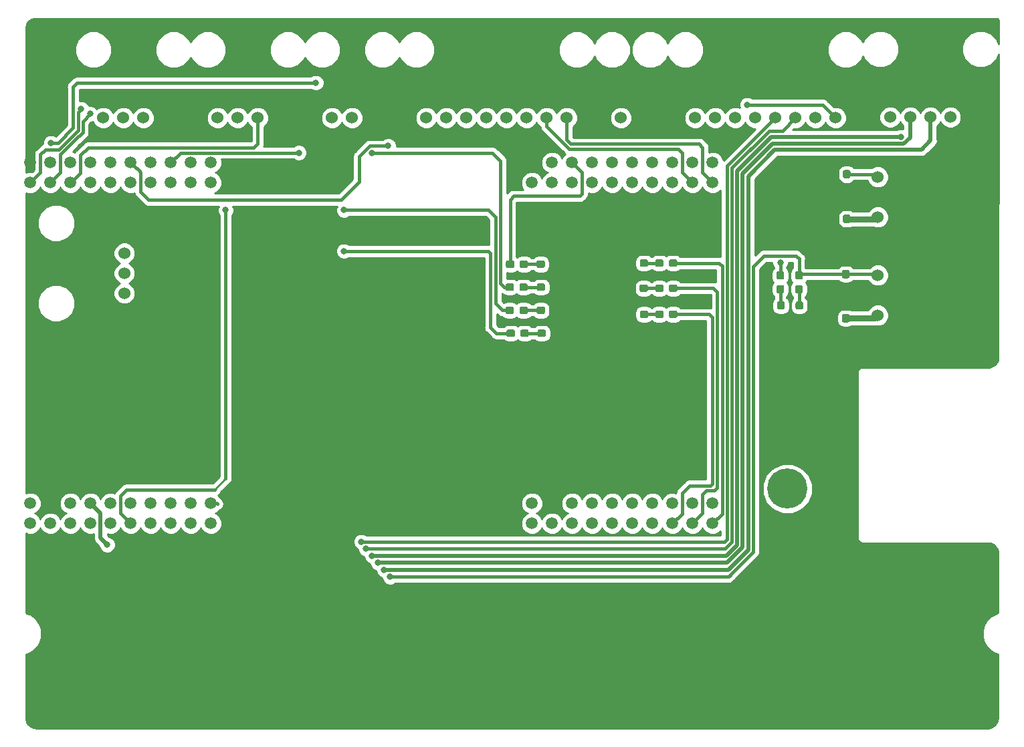
<source format=gbr>
G04 #@! TF.GenerationSoftware,KiCad,Pcbnew,(5.0.0)*
G04 #@! TF.CreationDate,2018-12-16T13:52:50-06:00*
G04 #@! TF.ProjectId,SRASensorBoard_Hardware,53524153656E736F72426F6172645F48,rev?*
G04 #@! TF.SameCoordinates,Original*
G04 #@! TF.FileFunction,Copper,L1,Top,Signal*
G04 #@! TF.FilePolarity,Positive*
%FSLAX46Y46*%
G04 Gerber Fmt 4.6, Leading zero omitted, Abs format (unit mm)*
G04 Created by KiCad (PCBNEW (5.0.0)) date 12/16/18 13:52:50*
%MOMM*%
%LPD*%
G01*
G04 APERTURE LIST*
G04 #@! TA.AperFunction,ComponentPad*
%ADD10C,5.080000*%
G04 #@! TD*
G04 #@! TA.AperFunction,ComponentPad*
%ADD11C,1.524000*%
G04 #@! TD*
G04 #@! TA.AperFunction,Conductor*
%ADD12C,0.100000*%
G04 #@! TD*
G04 #@! TA.AperFunction,SMDPad,CuDef*
%ADD13C,0.950000*%
G04 #@! TD*
G04 #@! TA.AperFunction,ComponentPad*
%ADD14C,1.520000*%
G04 #@! TD*
G04 #@! TA.AperFunction,ViaPad*
%ADD15C,0.800000*%
G04 #@! TD*
G04 #@! TA.AperFunction,Conductor*
%ADD16C,0.381000*%
G04 #@! TD*
G04 #@! TA.AperFunction,Conductor*
%ADD17C,0.508000*%
G04 #@! TD*
G04 #@! TA.AperFunction,Conductor*
%ADD18C,0.250000*%
G04 #@! TD*
G04 #@! TA.AperFunction,Conductor*
%ADD19C,0.762000*%
G04 #@! TD*
G04 #@! TA.AperFunction,Conductor*
%ADD20C,0.254000*%
G04 #@! TD*
G04 APERTURE END LIST*
D10*
G04 #@! TO.P,Conn1,1*
G04 #@! TO.N,GND*
X183362600Y-97281000D03*
G04 #@! TO.P,Conn1,2*
G04 #@! TO.N,Net-(C1-Pad1)*
X183362600Y-105282000D03*
G04 #@! TD*
D11*
G04 #@! TO.P,Conn8,1*
G04 #@! TO.N,Bit0*
X171704000Y-58293000D03*
G04 #@! TO.P,Conn8,2*
G04 #@! TO.N,Bit1*
X174244000Y-58293000D03*
G04 #@! TO.P,Conn8,3*
G04 #@! TO.N,Bit2*
X176784000Y-58293000D03*
G04 #@! TO.P,Conn8,4*
G04 #@! TO.N,Bit3*
X179324000Y-58293000D03*
G04 #@! TO.P,Conn8,5*
G04 #@! TO.N,Bit4*
X181864000Y-58293000D03*
G04 #@! TO.P,Conn8,6*
G04 #@! TO.N,Bit5*
X184404000Y-58293000D03*
G04 #@! TO.P,Conn8,7*
G04 #@! TO.N,Bit6*
X186944000Y-58293000D03*
G04 #@! TO.P,Conn8,8*
G04 #@! TO.N,AnalogOut*
X189484000Y-58293000D03*
G04 #@! TD*
G04 #@! TO.P,Conn7,8*
G04 #@! TO.N,Bit14*
X155448000Y-58293000D03*
G04 #@! TO.P,Conn7,7*
G04 #@! TO.N,Bit13*
X152908000Y-58293000D03*
G04 #@! TO.P,Conn7,6*
G04 #@! TO.N,Bit12*
X150368000Y-58293000D03*
G04 #@! TO.P,Conn7,5*
G04 #@! TO.N,Bit11*
X147828000Y-58293000D03*
G04 #@! TO.P,Conn7,4*
G04 #@! TO.N,Bit10*
X145288000Y-58293000D03*
G04 #@! TO.P,Conn7,3*
G04 #@! TO.N,Bit9*
X142748000Y-58293000D03*
G04 #@! TO.P,Conn7,2*
G04 #@! TO.N,Bit8*
X140208000Y-58293000D03*
G04 #@! TO.P,Conn7,1*
G04 #@! TO.N,Bit7*
X137668000Y-58293000D03*
G04 #@! TD*
D12*
G04 #@! TO.N,+3V3*
G04 #@! TO.C,R1*
G36*
X182745574Y-77736144D02*
X182768629Y-77739563D01*
X182791238Y-77745227D01*
X182813182Y-77753079D01*
X182834252Y-77763044D01*
X182854243Y-77775026D01*
X182872963Y-77788910D01*
X182890233Y-77804562D01*
X182905885Y-77821832D01*
X182919769Y-77840552D01*
X182931751Y-77860543D01*
X182941716Y-77881613D01*
X182949568Y-77903557D01*
X182955232Y-77926166D01*
X182958651Y-77949221D01*
X182959795Y-77972500D01*
X182959795Y-78547500D01*
X182958651Y-78570779D01*
X182955232Y-78593834D01*
X182949568Y-78616443D01*
X182941716Y-78638387D01*
X182931751Y-78659457D01*
X182919769Y-78679448D01*
X182905885Y-78698168D01*
X182890233Y-78715438D01*
X182872963Y-78731090D01*
X182854243Y-78744974D01*
X182834252Y-78756956D01*
X182813182Y-78766921D01*
X182791238Y-78774773D01*
X182768629Y-78780437D01*
X182745574Y-78783856D01*
X182722295Y-78785000D01*
X182247295Y-78785000D01*
X182224016Y-78783856D01*
X182200961Y-78780437D01*
X182178352Y-78774773D01*
X182156408Y-78766921D01*
X182135338Y-78756956D01*
X182115347Y-78744974D01*
X182096627Y-78731090D01*
X182079357Y-78715438D01*
X182063705Y-78698168D01*
X182049821Y-78679448D01*
X182037839Y-78659457D01*
X182027874Y-78638387D01*
X182020022Y-78616443D01*
X182014358Y-78593834D01*
X182010939Y-78570779D01*
X182009795Y-78547500D01*
X182009795Y-77972500D01*
X182010939Y-77949221D01*
X182014358Y-77926166D01*
X182020022Y-77903557D01*
X182027874Y-77881613D01*
X182037839Y-77860543D01*
X182049821Y-77840552D01*
X182063705Y-77821832D01*
X182079357Y-77804562D01*
X182096627Y-77788910D01*
X182115347Y-77775026D01*
X182135338Y-77763044D01*
X182156408Y-77753079D01*
X182178352Y-77745227D01*
X182200961Y-77739563D01*
X182224016Y-77736144D01*
X182247295Y-77735000D01*
X182722295Y-77735000D01*
X182745574Y-77736144D01*
X182745574Y-77736144D01*
G37*
D13*
G04 #@! TD*
G04 #@! TO.P,R1,1*
G04 #@! TO.N,+3V3*
X182484795Y-78260000D03*
D12*
G04 #@! TO.N,Net-(D3-Pad2)*
G04 #@! TO.C,R1*
G36*
X182745574Y-79486144D02*
X182768629Y-79489563D01*
X182791238Y-79495227D01*
X182813182Y-79503079D01*
X182834252Y-79513044D01*
X182854243Y-79525026D01*
X182872963Y-79538910D01*
X182890233Y-79554562D01*
X182905885Y-79571832D01*
X182919769Y-79590552D01*
X182931751Y-79610543D01*
X182941716Y-79631613D01*
X182949568Y-79653557D01*
X182955232Y-79676166D01*
X182958651Y-79699221D01*
X182959795Y-79722500D01*
X182959795Y-80297500D01*
X182958651Y-80320779D01*
X182955232Y-80343834D01*
X182949568Y-80366443D01*
X182941716Y-80388387D01*
X182931751Y-80409457D01*
X182919769Y-80429448D01*
X182905885Y-80448168D01*
X182890233Y-80465438D01*
X182872963Y-80481090D01*
X182854243Y-80494974D01*
X182834252Y-80506956D01*
X182813182Y-80516921D01*
X182791238Y-80524773D01*
X182768629Y-80530437D01*
X182745574Y-80533856D01*
X182722295Y-80535000D01*
X182247295Y-80535000D01*
X182224016Y-80533856D01*
X182200961Y-80530437D01*
X182178352Y-80524773D01*
X182156408Y-80516921D01*
X182135338Y-80506956D01*
X182115347Y-80494974D01*
X182096627Y-80481090D01*
X182079357Y-80465438D01*
X182063705Y-80448168D01*
X182049821Y-80429448D01*
X182037839Y-80409457D01*
X182027874Y-80388387D01*
X182020022Y-80366443D01*
X182014358Y-80343834D01*
X182010939Y-80320779D01*
X182009795Y-80297500D01*
X182009795Y-79722500D01*
X182010939Y-79699221D01*
X182014358Y-79676166D01*
X182020022Y-79653557D01*
X182027874Y-79631613D01*
X182037839Y-79610543D01*
X182049821Y-79590552D01*
X182063705Y-79571832D01*
X182079357Y-79554562D01*
X182096627Y-79538910D01*
X182115347Y-79525026D01*
X182135338Y-79513044D01*
X182156408Y-79503079D01*
X182178352Y-79495227D01*
X182200961Y-79489563D01*
X182224016Y-79486144D01*
X182247295Y-79485000D01*
X182722295Y-79485000D01*
X182745574Y-79486144D01*
X182745574Y-79486144D01*
G37*
D13*
G04 #@! TD*
G04 #@! TO.P,R1,2*
G04 #@! TO.N,Net-(D3-Pad2)*
X182484795Y-80010000D03*
D11*
G04 #@! TO.P,Conn2,1*
G04 #@! TO.N,+3V3*
X96774000Y-58293000D03*
G04 #@! TO.P,Conn2,2*
G04 #@! TO.N,Soil_Data*
X99314000Y-58293000D03*
G04 #@! TO.P,Conn2,3*
G04 #@! TO.N,Soil_Sck*
X101854000Y-58293000D03*
G04 #@! TO.P,Conn2,4*
G04 #@! TO.N,GND*
X104394000Y-58293000D03*
G04 #@! TD*
G04 #@! TO.P,Conn3,1*
G04 #@! TO.N,+3V3*
X125730000Y-58293000D03*
G04 #@! TO.P,Conn3,2*
G04 #@! TO.N,Atm_Dout*
X128270000Y-58293000D03*
G04 #@! TO.P,Conn3,3*
G04 #@! TO.N,GND*
X130810000Y-58293000D03*
G04 #@! TD*
G04 #@! TO.P,Conn4,4*
G04 #@! TO.N,GND*
X99441000Y-72898000D03*
G04 #@! TO.P,Conn4,3*
G04 #@! TO.N,Methane_Vout*
X99441000Y-75438000D03*
G04 #@! TO.P,Conn4,2*
G04 #@! TO.N,+3V3*
X99441000Y-77978000D03*
G04 #@! TO.P,Conn4,1*
G04 #@! TO.N,+5V*
X99441000Y-80518000D03*
G04 #@! TD*
G04 #@! TO.P,Conn5,1*
G04 #@! TO.N,+3V3*
X196392800Y-58216800D03*
G04 #@! TO.P,Conn5,2*
G04 #@! TO.N,Master_CLOCK*
X198932800Y-58216800D03*
G04 #@! TO.P,Conn5,3*
G04 #@! TO.N,ICG*
X201472800Y-58216800D03*
G04 #@! TO.P,Conn5,4*
G04 #@! TO.N,Shift_Gate*
X204012800Y-58216800D03*
G04 #@! TO.P,Conn5,5*
G04 #@! TO.N,GND*
X206552800Y-58216800D03*
G04 #@! TD*
G04 #@! TO.P,Conn6,1*
G04 #@! TO.N,Net-(Conn6-Pad1)*
X162306000Y-58293000D03*
G04 #@! TO.P,Conn6,2*
G04 #@! TO.N,GND*
X164846000Y-58293000D03*
G04 #@! TD*
D14*
G04 #@! TO.P,U1,+3V3*
G04 #@! TO.N,+3V3*
X151049001Y-109685001D03*
G04 #@! TO.P,U1,PM6*
G04 #@! TO.N,Bit6*
X173909001Y-63965001D03*
G04 #@! TO.P,U1,PQ1*
G04 #@! TO.N,Net-(U1-PadPQ1)*
X171369001Y-63965001D03*
G04 #@! TO.P,U1,PQ2*
G04 #@! TO.N,Net-(U1-PadPQ2)*
X163749001Y-63965001D03*
G04 #@! TO.P,U1,PK0*
G04 #@! TO.N,Bit7*
X161209001Y-107145001D03*
G04 #@! TO.P,U1,PQ3*
G04 #@! TO.N,Net-(U1-PadPQ3)*
X166289001Y-63965001D03*
G04 #@! TO.P,U1,PP3*
G04 #@! TO.N,Net-(U1-PadPP3)*
X168829001Y-63965001D03*
G04 #@! TO.P,U1,PQ0*
G04 #@! TO.N,Net-(U1-PadPQ0)*
X166289001Y-109685001D03*
G04 #@! TO.P,U1,PA4*
G04 #@! TO.N,Net-(U1-PadPA4)*
X171369001Y-107145001D03*
G04 #@! TO.P,U1,Rese*
G04 #@! TO.N,Net-(U1-PadRese)*
X161209001Y-63965001D03*
G04 #@! TO.P,U1,PA7*
G04 #@! TO.N,Net-(U1-PadPA7)*
X158669001Y-63965001D03*
G04 #@! TO.P,U1,PN5*
G04 #@! TO.N,SW_Flag1*
X171369001Y-109685001D03*
G04 #@! TO.P,U1,PK2*
G04 #@! TO.N,Bit9*
X166289001Y-107145001D03*
G04 #@! TO.P,U1,PK1*
G04 #@! TO.N,Bit8*
X163749001Y-107145001D03*
G04 #@! TO.P,U1,+5V*
G04 #@! TO.N,Net-(U1-Pad+5V)*
X151049001Y-107145001D03*
G04 #@! TO.P,U1,GND*
G04 #@! TO.N,GND*
X153589001Y-107145001D03*
G04 #@! TO.P,U1,PB4*
G04 #@! TO.N,Net-(U1-PadPB4)*
X156129001Y-107145001D03*
G04 #@! TO.P,U1,PB5*
G04 #@! TO.N,Soil_Sck*
X158669001Y-107145001D03*
G04 #@! TO.P,U1,PK3*
G04 #@! TO.N,Bit10*
X168829001Y-107145001D03*
G04 #@! TO.P,U1,PA5*
G04 #@! TO.N,Net-(U1-PadPA5)*
X173909001Y-107145001D03*
G04 #@! TO.P,U1,PD2*
G04 #@! TO.N,Net-(U1-PadPD2)*
X153589001Y-109685001D03*
G04 #@! TO.P,U1,PP0*
G04 #@! TO.N,Net-(U1-PadPP0)*
X156129001Y-109685001D03*
G04 #@! TO.P,U1,PP1*
G04 #@! TO.N,Net-(U1-PadPP1)*
X158669001Y-109685001D03*
G04 #@! TO.P,U1,PD4*
G04 #@! TO.N,Net-(U1-PadPD4)*
X161209001Y-109685001D03*
G04 #@! TO.P,U1,PD5*
G04 #@! TO.N,Net-(U1-PadPD5)*
X163749001Y-109685001D03*
G04 #@! TO.P,U1,PP4*
G04 #@! TO.N,SW_Flag2*
X168829001Y-109685001D03*
G04 #@! TO.P,U1,PN4*
G04 #@! TO.N,SW_ERROR*
X173909001Y-109685001D03*
G04 #@! TO.P,U1,PG1*
G04 #@! TO.N,Net-(U1-PadPG1)*
X151049001Y-66505001D03*
G04 #@! TO.P,U1,PK4*
G04 #@! TO.N,Bit11*
X153589001Y-66505001D03*
G04 #@! TO.P,U1,PK5*
G04 #@! TO.N,Bit12*
X156129001Y-66505001D03*
G04 #@! TO.P,U1,PM0*
G04 #@! TO.N,Bit0*
X158669001Y-66505001D03*
G04 #@! TO.P,U1,PM1*
G04 #@! TO.N,Bit1*
X161209001Y-66505001D03*
G04 #@! TO.P,U1,PM2*
G04 #@! TO.N,Bit2*
X163749001Y-66505001D03*
G04 #@! TO.P,U1,PH0*
G04 #@! TO.N,Net-(U1-PadPH0)*
X166289001Y-66505001D03*
G04 #@! TO.P,U1,PH1*
G04 #@! TO.N,Net-(U1-PadPH1)*
X168829001Y-66505001D03*
G04 #@! TO.P,U1,PK6*
G04 #@! TO.N,Bit13*
X171369001Y-66505001D03*
G04 #@! TO.P,U1,PK7*
G04 #@! TO.N,Bit14*
X173909001Y-66505001D03*
G04 #@! TO.P,U1,GND*
G04 #@! TO.N,GND*
X151049001Y-63965001D03*
G04 #@! TO.P,U1,PM7*
G04 #@! TO.N,Net-(U1-PadPM7)*
X153589001Y-63965001D03*
G04 #@! TO.P,U1,PP5*
G04 #@! TO.N,UV_TOGGLE*
X156129001Y-63965001D03*
G04 #@! TO.P,U1,+5V*
G04 #@! TO.N,Net-(U1-Pad+5V)*
X87549001Y-107145001D03*
G04 #@! TO.P,U1,GND*
G04 #@! TO.N,GND*
X90089001Y-107145001D03*
G04 #@! TO.P,U1,PE0*
G04 #@! TO.N,Master_CLOCK*
X92629001Y-107145001D03*
G04 #@! TO.P,U1,PE1*
G04 #@! TO.N,ICG*
X95169001Y-107145001D03*
G04 #@! TO.P,U1,PE2*
G04 #@! TO.N,Methane_Vout*
X97709001Y-107145001D03*
G04 #@! TO.P,U1,PE3*
G04 #@! TO.N,Shift_Gate*
X100249001Y-107145001D03*
G04 #@! TO.P,U1,PD7*
G04 #@! TO.N,Net-(U1-PadPD7)*
X102789001Y-107145001D03*
G04 #@! TO.P,U1,PA6*
G04 #@! TO.N,Net-(U1-PadPA6)*
X105329001Y-107145001D03*
G04 #@! TO.P,U1,PM4*
G04 #@! TO.N,Bit4*
X107869001Y-107145001D03*
G04 #@! TO.P,U1,PM5*
G04 #@! TO.N,Bit5*
X110409001Y-107145001D03*
G04 #@! TO.P,U1,+3V3*
G04 #@! TO.N,+3V3*
X87549001Y-109685001D03*
G04 #@! TO.P,U1,PE4*
G04 #@! TO.N,Net-(U1-PadPE4)*
X90089001Y-109685001D03*
G04 #@! TO.P,U1,PC4*
G04 #@! TO.N,Net-(U1-PadPC4)*
X92629001Y-109685001D03*
G04 #@! TO.P,U1,PC5*
G04 #@! TO.N,Net-(U1-PadPC5)*
X95169001Y-109685001D03*
G04 #@! TO.P,U1,PC6*
G04 #@! TO.N,Net-(U1-PadPC6)*
X97709001Y-109685001D03*
G04 #@! TO.P,U1,PE5*
G04 #@! TO.N,Soil_Data*
X100249001Y-109685001D03*
G04 #@! TO.P,U1,PD3*
G04 #@! TO.N,Net-(U1-PadPD3)*
X102789001Y-109685001D03*
G04 #@! TO.P,U1,PC7*
G04 #@! TO.N,Net-(U1-PadPC7)*
X105329001Y-109685001D03*
G04 #@! TO.P,U1,PB2*
G04 #@! TO.N,Net-(U1-PadPB2)*
X107869001Y-109685001D03*
G04 #@! TO.P,U1,PB3*
G04 #@! TO.N,Net-(U1-PadPB3)*
X110409001Y-109685001D03*
G04 #@! TO.P,U1,PF1*
G04 #@! TO.N,SDATA*
X87549001Y-66505001D03*
G04 #@! TO.P,U1,PF2*
G04 #@! TO.N,SCLK*
X90089001Y-66505001D03*
G04 #@! TO.P,U1,PF3*
G04 #@! TO.N,CS*
X92629001Y-66505001D03*
G04 #@! TO.P,U1,PG0*
G04 #@! TO.N,Net-(U1-PadPG0)*
X95169001Y-66505001D03*
G04 #@! TO.P,U1,PL4*
G04 #@! TO.N,Net-(U1-PadPL4)*
X97709001Y-66505001D03*
G04 #@! TO.P,U1,PL5*
G04 #@! TO.N,Net-(U1-PadPL5)*
X100249001Y-66505001D03*
G04 #@! TO.P,U1,PL0*
G04 #@! TO.N,Net-(U1-PadPL0)*
X102789001Y-66505001D03*
G04 #@! TO.P,U1,PL1*
G04 #@! TO.N,Net-(U1-PadPL1)*
X105329001Y-66505001D03*
G04 #@! TO.P,U1,PL2*
G04 #@! TO.N,Net-(U1-PadPL2)*
X107869001Y-66505001D03*
G04 #@! TO.P,U1,PL3*
G04 #@! TO.N,Net-(U1-PadPL3)*
X110409001Y-66505001D03*
G04 #@! TO.P,U1,GND*
G04 #@! TO.N,GND*
X87549001Y-63965001D03*
G04 #@! TO.P,U1,PM3*
G04 #@! TO.N,Bit3*
X90089001Y-63965001D03*
G04 #@! TO.P,U1,PH2*
G04 #@! TO.N,Net-(U1-PadPH2)*
X92629001Y-63965001D03*
G04 #@! TO.P,U1,PH3*
G04 #@! TO.N,Net-(U1-PadPH3)*
X95169001Y-63965001D03*
G04 #@! TO.P,U1,Rese*
G04 #@! TO.N,Net-(U1-PadRese)*
X97709001Y-63965001D03*
G04 #@! TO.P,U1,PD1*
G04 #@! TO.N,AnalogOut*
X100249001Y-63965001D03*
G04 #@! TO.P,U1,PD0*
G04 #@! TO.N,Net-(U1-PadPD0)*
X102789001Y-63965001D03*
G04 #@! TO.P,U1,PN2*
G04 #@! TO.N,Atm_Dout*
X105329001Y-63965001D03*
G04 #@! TO.P,U1,PN3*
G04 #@! TO.N,Net-(U1-PadPN3)*
X107869001Y-63965001D03*
G04 #@! TO.P,U1,PP2*
G04 #@! TO.N,Net-(U1-PadPP2)*
X110409001Y-63965001D03*
G04 #@! TD*
D12*
G04 #@! TO.N,+5V*
G04 #@! TO.C,C2*
G36*
X191014779Y-77581144D02*
X191037834Y-77584563D01*
X191060443Y-77590227D01*
X191082387Y-77598079D01*
X191103457Y-77608044D01*
X191123448Y-77620026D01*
X191142168Y-77633910D01*
X191159438Y-77649562D01*
X191175090Y-77666832D01*
X191188974Y-77685552D01*
X191200956Y-77705543D01*
X191210921Y-77726613D01*
X191218773Y-77748557D01*
X191224437Y-77771166D01*
X191227856Y-77794221D01*
X191229000Y-77817500D01*
X191229000Y-78392500D01*
X191227856Y-78415779D01*
X191224437Y-78438834D01*
X191218773Y-78461443D01*
X191210921Y-78483387D01*
X191200956Y-78504457D01*
X191188974Y-78524448D01*
X191175090Y-78543168D01*
X191159438Y-78560438D01*
X191142168Y-78576090D01*
X191123448Y-78589974D01*
X191103457Y-78601956D01*
X191082387Y-78611921D01*
X191060443Y-78619773D01*
X191037834Y-78625437D01*
X191014779Y-78628856D01*
X190991500Y-78630000D01*
X190516500Y-78630000D01*
X190493221Y-78628856D01*
X190470166Y-78625437D01*
X190447557Y-78619773D01*
X190425613Y-78611921D01*
X190404543Y-78601956D01*
X190384552Y-78589974D01*
X190365832Y-78576090D01*
X190348562Y-78560438D01*
X190332910Y-78543168D01*
X190319026Y-78524448D01*
X190307044Y-78504457D01*
X190297079Y-78483387D01*
X190289227Y-78461443D01*
X190283563Y-78438834D01*
X190280144Y-78415779D01*
X190279000Y-78392500D01*
X190279000Y-77817500D01*
X190280144Y-77794221D01*
X190283563Y-77771166D01*
X190289227Y-77748557D01*
X190297079Y-77726613D01*
X190307044Y-77705543D01*
X190319026Y-77685552D01*
X190332910Y-77666832D01*
X190348562Y-77649562D01*
X190365832Y-77633910D01*
X190384552Y-77620026D01*
X190404543Y-77608044D01*
X190425613Y-77598079D01*
X190447557Y-77590227D01*
X190470166Y-77584563D01*
X190493221Y-77581144D01*
X190516500Y-77580000D01*
X190991500Y-77580000D01*
X191014779Y-77581144D01*
X191014779Y-77581144D01*
G37*
D13*
G04 #@! TD*
G04 #@! TO.P,C2,1*
G04 #@! TO.N,+5V*
X190754000Y-78105000D03*
D12*
G04 #@! TO.N,GND*
G04 #@! TO.C,C2*
G36*
X191014779Y-79331144D02*
X191037834Y-79334563D01*
X191060443Y-79340227D01*
X191082387Y-79348079D01*
X191103457Y-79358044D01*
X191123448Y-79370026D01*
X191142168Y-79383910D01*
X191159438Y-79399562D01*
X191175090Y-79416832D01*
X191188974Y-79435552D01*
X191200956Y-79455543D01*
X191210921Y-79476613D01*
X191218773Y-79498557D01*
X191224437Y-79521166D01*
X191227856Y-79544221D01*
X191229000Y-79567500D01*
X191229000Y-80142500D01*
X191227856Y-80165779D01*
X191224437Y-80188834D01*
X191218773Y-80211443D01*
X191210921Y-80233387D01*
X191200956Y-80254457D01*
X191188974Y-80274448D01*
X191175090Y-80293168D01*
X191159438Y-80310438D01*
X191142168Y-80326090D01*
X191123448Y-80339974D01*
X191103457Y-80351956D01*
X191082387Y-80361921D01*
X191060443Y-80369773D01*
X191037834Y-80375437D01*
X191014779Y-80378856D01*
X190991500Y-80380000D01*
X190516500Y-80380000D01*
X190493221Y-80378856D01*
X190470166Y-80375437D01*
X190447557Y-80369773D01*
X190425613Y-80361921D01*
X190404543Y-80351956D01*
X190384552Y-80339974D01*
X190365832Y-80326090D01*
X190348562Y-80310438D01*
X190332910Y-80293168D01*
X190319026Y-80274448D01*
X190307044Y-80254457D01*
X190297079Y-80233387D01*
X190289227Y-80211443D01*
X190283563Y-80188834D01*
X190280144Y-80165779D01*
X190279000Y-80142500D01*
X190279000Y-79567500D01*
X190280144Y-79544221D01*
X190283563Y-79521166D01*
X190289227Y-79498557D01*
X190297079Y-79476613D01*
X190307044Y-79455543D01*
X190319026Y-79435552D01*
X190332910Y-79416832D01*
X190348562Y-79399562D01*
X190365832Y-79383910D01*
X190384552Y-79370026D01*
X190404543Y-79358044D01*
X190425613Y-79348079D01*
X190447557Y-79340227D01*
X190470166Y-79334563D01*
X190493221Y-79331144D01*
X190516500Y-79330000D01*
X190991500Y-79330000D01*
X191014779Y-79331144D01*
X191014779Y-79331144D01*
G37*
D13*
G04 #@! TD*
G04 #@! TO.P,C2,2*
G04 #@! TO.N,GND*
X190754000Y-79855000D03*
D12*
G04 #@! TO.N,Net-(C1-Pad1)*
G04 #@! TO.C,C1*
G36*
X191141779Y-70568144D02*
X191164834Y-70571563D01*
X191187443Y-70577227D01*
X191209387Y-70585079D01*
X191230457Y-70595044D01*
X191250448Y-70607026D01*
X191269168Y-70620910D01*
X191286438Y-70636562D01*
X191302090Y-70653832D01*
X191315974Y-70672552D01*
X191327956Y-70692543D01*
X191337921Y-70713613D01*
X191345773Y-70735557D01*
X191351437Y-70758166D01*
X191354856Y-70781221D01*
X191356000Y-70804500D01*
X191356000Y-71379500D01*
X191354856Y-71402779D01*
X191351437Y-71425834D01*
X191345773Y-71448443D01*
X191337921Y-71470387D01*
X191327956Y-71491457D01*
X191315974Y-71511448D01*
X191302090Y-71530168D01*
X191286438Y-71547438D01*
X191269168Y-71563090D01*
X191250448Y-71576974D01*
X191230457Y-71588956D01*
X191209387Y-71598921D01*
X191187443Y-71606773D01*
X191164834Y-71612437D01*
X191141779Y-71615856D01*
X191118500Y-71617000D01*
X190643500Y-71617000D01*
X190620221Y-71615856D01*
X190597166Y-71612437D01*
X190574557Y-71606773D01*
X190552613Y-71598921D01*
X190531543Y-71588956D01*
X190511552Y-71576974D01*
X190492832Y-71563090D01*
X190475562Y-71547438D01*
X190459910Y-71530168D01*
X190446026Y-71511448D01*
X190434044Y-71491457D01*
X190424079Y-71470387D01*
X190416227Y-71448443D01*
X190410563Y-71425834D01*
X190407144Y-71402779D01*
X190406000Y-71379500D01*
X190406000Y-70804500D01*
X190407144Y-70781221D01*
X190410563Y-70758166D01*
X190416227Y-70735557D01*
X190424079Y-70713613D01*
X190434044Y-70692543D01*
X190446026Y-70672552D01*
X190459910Y-70653832D01*
X190475562Y-70636562D01*
X190492832Y-70620910D01*
X190511552Y-70607026D01*
X190531543Y-70595044D01*
X190552613Y-70585079D01*
X190574557Y-70577227D01*
X190597166Y-70571563D01*
X190620221Y-70568144D01*
X190643500Y-70567000D01*
X191118500Y-70567000D01*
X191141779Y-70568144D01*
X191141779Y-70568144D01*
G37*
D13*
G04 #@! TD*
G04 #@! TO.P,C1,1*
G04 #@! TO.N,Net-(C1-Pad1)*
X190881000Y-71092000D03*
D12*
G04 #@! TO.N,GND*
G04 #@! TO.C,C1*
G36*
X191141779Y-68818144D02*
X191164834Y-68821563D01*
X191187443Y-68827227D01*
X191209387Y-68835079D01*
X191230457Y-68845044D01*
X191250448Y-68857026D01*
X191269168Y-68870910D01*
X191286438Y-68886562D01*
X191302090Y-68903832D01*
X191315974Y-68922552D01*
X191327956Y-68942543D01*
X191337921Y-68963613D01*
X191345773Y-68985557D01*
X191351437Y-69008166D01*
X191354856Y-69031221D01*
X191356000Y-69054500D01*
X191356000Y-69629500D01*
X191354856Y-69652779D01*
X191351437Y-69675834D01*
X191345773Y-69698443D01*
X191337921Y-69720387D01*
X191327956Y-69741457D01*
X191315974Y-69761448D01*
X191302090Y-69780168D01*
X191286438Y-69797438D01*
X191269168Y-69813090D01*
X191250448Y-69826974D01*
X191230457Y-69838956D01*
X191209387Y-69848921D01*
X191187443Y-69856773D01*
X191164834Y-69862437D01*
X191141779Y-69865856D01*
X191118500Y-69867000D01*
X190643500Y-69867000D01*
X190620221Y-69865856D01*
X190597166Y-69862437D01*
X190574557Y-69856773D01*
X190552613Y-69848921D01*
X190531543Y-69838956D01*
X190511552Y-69826974D01*
X190492832Y-69813090D01*
X190475562Y-69797438D01*
X190459910Y-69780168D01*
X190446026Y-69761448D01*
X190434044Y-69741457D01*
X190424079Y-69720387D01*
X190416227Y-69698443D01*
X190410563Y-69675834D01*
X190407144Y-69652779D01*
X190406000Y-69629500D01*
X190406000Y-69054500D01*
X190407144Y-69031221D01*
X190410563Y-69008166D01*
X190416227Y-68985557D01*
X190424079Y-68963613D01*
X190434044Y-68942543D01*
X190446026Y-68922552D01*
X190459910Y-68903832D01*
X190475562Y-68886562D01*
X190492832Y-68870910D01*
X190511552Y-68857026D01*
X190531543Y-68845044D01*
X190552613Y-68835079D01*
X190574557Y-68827227D01*
X190597166Y-68821563D01*
X190620221Y-68818144D01*
X190643500Y-68817000D01*
X191118500Y-68817000D01*
X191141779Y-68818144D01*
X191141779Y-68818144D01*
G37*
D13*
G04 #@! TD*
G04 #@! TO.P,C1,2*
G04 #@! TO.N,GND*
X190881000Y-69342000D03*
D12*
G04 #@! TO.N,Net-(C1-Pad1)*
G04 #@! TO.C,C3*
G36*
X191014779Y-83169144D02*
X191037834Y-83172563D01*
X191060443Y-83178227D01*
X191082387Y-83186079D01*
X191103457Y-83196044D01*
X191123448Y-83208026D01*
X191142168Y-83221910D01*
X191159438Y-83237562D01*
X191175090Y-83254832D01*
X191188974Y-83273552D01*
X191200956Y-83293543D01*
X191210921Y-83314613D01*
X191218773Y-83336557D01*
X191224437Y-83359166D01*
X191227856Y-83382221D01*
X191229000Y-83405500D01*
X191229000Y-83980500D01*
X191227856Y-84003779D01*
X191224437Y-84026834D01*
X191218773Y-84049443D01*
X191210921Y-84071387D01*
X191200956Y-84092457D01*
X191188974Y-84112448D01*
X191175090Y-84131168D01*
X191159438Y-84148438D01*
X191142168Y-84164090D01*
X191123448Y-84177974D01*
X191103457Y-84189956D01*
X191082387Y-84199921D01*
X191060443Y-84207773D01*
X191037834Y-84213437D01*
X191014779Y-84216856D01*
X190991500Y-84218000D01*
X190516500Y-84218000D01*
X190493221Y-84216856D01*
X190470166Y-84213437D01*
X190447557Y-84207773D01*
X190425613Y-84199921D01*
X190404543Y-84189956D01*
X190384552Y-84177974D01*
X190365832Y-84164090D01*
X190348562Y-84148438D01*
X190332910Y-84131168D01*
X190319026Y-84112448D01*
X190307044Y-84092457D01*
X190297079Y-84071387D01*
X190289227Y-84049443D01*
X190283563Y-84026834D01*
X190280144Y-84003779D01*
X190279000Y-83980500D01*
X190279000Y-83405500D01*
X190280144Y-83382221D01*
X190283563Y-83359166D01*
X190289227Y-83336557D01*
X190297079Y-83314613D01*
X190307044Y-83293543D01*
X190319026Y-83273552D01*
X190332910Y-83254832D01*
X190348562Y-83237562D01*
X190365832Y-83221910D01*
X190384552Y-83208026D01*
X190404543Y-83196044D01*
X190425613Y-83186079D01*
X190447557Y-83178227D01*
X190470166Y-83172563D01*
X190493221Y-83169144D01*
X190516500Y-83168000D01*
X190991500Y-83168000D01*
X191014779Y-83169144D01*
X191014779Y-83169144D01*
G37*
D13*
G04 #@! TD*
G04 #@! TO.P,C3,1*
G04 #@! TO.N,Net-(C1-Pad1)*
X190754000Y-83693000D03*
D12*
G04 #@! TO.N,GND*
G04 #@! TO.C,C3*
G36*
X191014779Y-81419144D02*
X191037834Y-81422563D01*
X191060443Y-81428227D01*
X191082387Y-81436079D01*
X191103457Y-81446044D01*
X191123448Y-81458026D01*
X191142168Y-81471910D01*
X191159438Y-81487562D01*
X191175090Y-81504832D01*
X191188974Y-81523552D01*
X191200956Y-81543543D01*
X191210921Y-81564613D01*
X191218773Y-81586557D01*
X191224437Y-81609166D01*
X191227856Y-81632221D01*
X191229000Y-81655500D01*
X191229000Y-82230500D01*
X191227856Y-82253779D01*
X191224437Y-82276834D01*
X191218773Y-82299443D01*
X191210921Y-82321387D01*
X191200956Y-82342457D01*
X191188974Y-82362448D01*
X191175090Y-82381168D01*
X191159438Y-82398438D01*
X191142168Y-82414090D01*
X191123448Y-82427974D01*
X191103457Y-82439956D01*
X191082387Y-82449921D01*
X191060443Y-82457773D01*
X191037834Y-82463437D01*
X191014779Y-82466856D01*
X190991500Y-82468000D01*
X190516500Y-82468000D01*
X190493221Y-82466856D01*
X190470166Y-82463437D01*
X190447557Y-82457773D01*
X190425613Y-82449921D01*
X190404543Y-82439956D01*
X190384552Y-82427974D01*
X190365832Y-82414090D01*
X190348562Y-82398438D01*
X190332910Y-82381168D01*
X190319026Y-82362448D01*
X190307044Y-82342457D01*
X190297079Y-82321387D01*
X190289227Y-82299443D01*
X190283563Y-82276834D01*
X190280144Y-82253779D01*
X190279000Y-82230500D01*
X190279000Y-81655500D01*
X190280144Y-81632221D01*
X190283563Y-81609166D01*
X190289227Y-81586557D01*
X190297079Y-81564613D01*
X190307044Y-81543543D01*
X190319026Y-81523552D01*
X190332910Y-81504832D01*
X190348562Y-81487562D01*
X190365832Y-81471910D01*
X190384552Y-81458026D01*
X190404543Y-81446044D01*
X190425613Y-81436079D01*
X190447557Y-81428227D01*
X190470166Y-81422563D01*
X190493221Y-81419144D01*
X190516500Y-81418000D01*
X190991500Y-81418000D01*
X191014779Y-81419144D01*
X191014779Y-81419144D01*
G37*
D13*
G04 #@! TD*
G04 #@! TO.P,C3,2*
G04 #@! TO.N,GND*
X190754000Y-81943000D03*
D12*
G04 #@! TO.N,+3V3*
G04 #@! TO.C,C4*
G36*
X191141779Y-64909144D02*
X191164834Y-64912563D01*
X191187443Y-64918227D01*
X191209387Y-64926079D01*
X191230457Y-64936044D01*
X191250448Y-64948026D01*
X191269168Y-64961910D01*
X191286438Y-64977562D01*
X191302090Y-64994832D01*
X191315974Y-65013552D01*
X191327956Y-65033543D01*
X191337921Y-65054613D01*
X191345773Y-65076557D01*
X191351437Y-65099166D01*
X191354856Y-65122221D01*
X191356000Y-65145500D01*
X191356000Y-65720500D01*
X191354856Y-65743779D01*
X191351437Y-65766834D01*
X191345773Y-65789443D01*
X191337921Y-65811387D01*
X191327956Y-65832457D01*
X191315974Y-65852448D01*
X191302090Y-65871168D01*
X191286438Y-65888438D01*
X191269168Y-65904090D01*
X191250448Y-65917974D01*
X191230457Y-65929956D01*
X191209387Y-65939921D01*
X191187443Y-65947773D01*
X191164834Y-65953437D01*
X191141779Y-65956856D01*
X191118500Y-65958000D01*
X190643500Y-65958000D01*
X190620221Y-65956856D01*
X190597166Y-65953437D01*
X190574557Y-65947773D01*
X190552613Y-65939921D01*
X190531543Y-65929956D01*
X190511552Y-65917974D01*
X190492832Y-65904090D01*
X190475562Y-65888438D01*
X190459910Y-65871168D01*
X190446026Y-65852448D01*
X190434044Y-65832457D01*
X190424079Y-65811387D01*
X190416227Y-65789443D01*
X190410563Y-65766834D01*
X190407144Y-65743779D01*
X190406000Y-65720500D01*
X190406000Y-65145500D01*
X190407144Y-65122221D01*
X190410563Y-65099166D01*
X190416227Y-65076557D01*
X190424079Y-65054613D01*
X190434044Y-65033543D01*
X190446026Y-65013552D01*
X190459910Y-64994832D01*
X190475562Y-64977562D01*
X190492832Y-64961910D01*
X190511552Y-64948026D01*
X190531543Y-64936044D01*
X190552613Y-64926079D01*
X190574557Y-64918227D01*
X190597166Y-64912563D01*
X190620221Y-64909144D01*
X190643500Y-64908000D01*
X191118500Y-64908000D01*
X191141779Y-64909144D01*
X191141779Y-64909144D01*
G37*
D13*
G04 #@! TD*
G04 #@! TO.P,C4,1*
G04 #@! TO.N,+3V3*
X190881000Y-65433000D03*
D12*
G04 #@! TO.N,GND*
G04 #@! TO.C,C4*
G36*
X191141779Y-66659144D02*
X191164834Y-66662563D01*
X191187443Y-66668227D01*
X191209387Y-66676079D01*
X191230457Y-66686044D01*
X191250448Y-66698026D01*
X191269168Y-66711910D01*
X191286438Y-66727562D01*
X191302090Y-66744832D01*
X191315974Y-66763552D01*
X191327956Y-66783543D01*
X191337921Y-66804613D01*
X191345773Y-66826557D01*
X191351437Y-66849166D01*
X191354856Y-66872221D01*
X191356000Y-66895500D01*
X191356000Y-67470500D01*
X191354856Y-67493779D01*
X191351437Y-67516834D01*
X191345773Y-67539443D01*
X191337921Y-67561387D01*
X191327956Y-67582457D01*
X191315974Y-67602448D01*
X191302090Y-67621168D01*
X191286438Y-67638438D01*
X191269168Y-67654090D01*
X191250448Y-67667974D01*
X191230457Y-67679956D01*
X191209387Y-67689921D01*
X191187443Y-67697773D01*
X191164834Y-67703437D01*
X191141779Y-67706856D01*
X191118500Y-67708000D01*
X190643500Y-67708000D01*
X190620221Y-67706856D01*
X190597166Y-67703437D01*
X190574557Y-67697773D01*
X190552613Y-67689921D01*
X190531543Y-67679956D01*
X190511552Y-67667974D01*
X190492832Y-67654090D01*
X190475562Y-67638438D01*
X190459910Y-67621168D01*
X190446026Y-67602448D01*
X190434044Y-67582457D01*
X190424079Y-67561387D01*
X190416227Y-67539443D01*
X190410563Y-67516834D01*
X190407144Y-67493779D01*
X190406000Y-67470500D01*
X190406000Y-66895500D01*
X190407144Y-66872221D01*
X190410563Y-66849166D01*
X190416227Y-66826557D01*
X190424079Y-66804613D01*
X190434044Y-66783543D01*
X190446026Y-66763552D01*
X190459910Y-66744832D01*
X190475562Y-66727562D01*
X190492832Y-66711910D01*
X190511552Y-66698026D01*
X190531543Y-66686044D01*
X190552613Y-66676079D01*
X190574557Y-66668227D01*
X190597166Y-66662563D01*
X190620221Y-66659144D01*
X190643500Y-66658000D01*
X191118500Y-66658000D01*
X191141779Y-66659144D01*
X191141779Y-66659144D01*
G37*
D13*
G04 #@! TD*
G04 #@! TO.P,C4,2*
G04 #@! TO.N,GND*
X190881000Y-67183000D03*
D11*
G04 #@! TO.P,Conn9,1*
G04 #@! TO.N,SDATA*
X111252000Y-58293000D03*
G04 #@! TO.P,Conn9,2*
G04 #@! TO.N,SCLK*
X113792000Y-58293000D03*
G04 #@! TO.P,Conn9,3*
G04 #@! TO.N,CS*
X116332000Y-58293000D03*
G04 #@! TO.P,Conn9,4*
G04 #@! TO.N,GND*
X118872000Y-58293000D03*
G04 #@! TD*
D12*
G04 #@! TO.N,GND*
G04 #@! TO.C,D3*
G36*
X182809074Y-83296144D02*
X182832129Y-83299563D01*
X182854738Y-83305227D01*
X182876682Y-83313079D01*
X182897752Y-83323044D01*
X182917743Y-83335026D01*
X182936463Y-83348910D01*
X182953733Y-83364562D01*
X182969385Y-83381832D01*
X182983269Y-83400552D01*
X182995251Y-83420543D01*
X183005216Y-83441613D01*
X183013068Y-83463557D01*
X183018732Y-83486166D01*
X183022151Y-83509221D01*
X183023295Y-83532500D01*
X183023295Y-84107500D01*
X183022151Y-84130779D01*
X183018732Y-84153834D01*
X183013068Y-84176443D01*
X183005216Y-84198387D01*
X182995251Y-84219457D01*
X182983269Y-84239448D01*
X182969385Y-84258168D01*
X182953733Y-84275438D01*
X182936463Y-84291090D01*
X182917743Y-84304974D01*
X182897752Y-84316956D01*
X182876682Y-84326921D01*
X182854738Y-84334773D01*
X182832129Y-84340437D01*
X182809074Y-84343856D01*
X182785795Y-84345000D01*
X182310795Y-84345000D01*
X182287516Y-84343856D01*
X182264461Y-84340437D01*
X182241852Y-84334773D01*
X182219908Y-84326921D01*
X182198838Y-84316956D01*
X182178847Y-84304974D01*
X182160127Y-84291090D01*
X182142857Y-84275438D01*
X182127205Y-84258168D01*
X182113321Y-84239448D01*
X182101339Y-84219457D01*
X182091374Y-84198387D01*
X182083522Y-84176443D01*
X182077858Y-84153834D01*
X182074439Y-84130779D01*
X182073295Y-84107500D01*
X182073295Y-83532500D01*
X182074439Y-83509221D01*
X182077858Y-83486166D01*
X182083522Y-83463557D01*
X182091374Y-83441613D01*
X182101339Y-83420543D01*
X182113321Y-83400552D01*
X182127205Y-83381832D01*
X182142857Y-83364562D01*
X182160127Y-83348910D01*
X182178847Y-83335026D01*
X182198838Y-83323044D01*
X182219908Y-83313079D01*
X182241852Y-83305227D01*
X182264461Y-83299563D01*
X182287516Y-83296144D01*
X182310795Y-83295000D01*
X182785795Y-83295000D01*
X182809074Y-83296144D01*
X182809074Y-83296144D01*
G37*
D13*
G04 #@! TD*
G04 #@! TO.P,D3,1*
G04 #@! TO.N,GND*
X182548295Y-83820000D03*
D12*
G04 #@! TO.N,Net-(D3-Pad2)*
G04 #@! TO.C,D3*
G36*
X182809074Y-81546144D02*
X182832129Y-81549563D01*
X182854738Y-81555227D01*
X182876682Y-81563079D01*
X182897752Y-81573044D01*
X182917743Y-81585026D01*
X182936463Y-81598910D01*
X182953733Y-81614562D01*
X182969385Y-81631832D01*
X182983269Y-81650552D01*
X182995251Y-81670543D01*
X183005216Y-81691613D01*
X183013068Y-81713557D01*
X183018732Y-81736166D01*
X183022151Y-81759221D01*
X183023295Y-81782500D01*
X183023295Y-82357500D01*
X183022151Y-82380779D01*
X183018732Y-82403834D01*
X183013068Y-82426443D01*
X183005216Y-82448387D01*
X182995251Y-82469457D01*
X182983269Y-82489448D01*
X182969385Y-82508168D01*
X182953733Y-82525438D01*
X182936463Y-82541090D01*
X182917743Y-82554974D01*
X182897752Y-82566956D01*
X182876682Y-82576921D01*
X182854738Y-82584773D01*
X182832129Y-82590437D01*
X182809074Y-82593856D01*
X182785795Y-82595000D01*
X182310795Y-82595000D01*
X182287516Y-82593856D01*
X182264461Y-82590437D01*
X182241852Y-82584773D01*
X182219908Y-82576921D01*
X182198838Y-82566956D01*
X182178847Y-82554974D01*
X182160127Y-82541090D01*
X182142857Y-82525438D01*
X182127205Y-82508168D01*
X182113321Y-82489448D01*
X182101339Y-82469457D01*
X182091374Y-82448387D01*
X182083522Y-82426443D01*
X182077858Y-82403834D01*
X182074439Y-82380779D01*
X182073295Y-82357500D01*
X182073295Y-81782500D01*
X182074439Y-81759221D01*
X182077858Y-81736166D01*
X182083522Y-81713557D01*
X182091374Y-81691613D01*
X182101339Y-81670543D01*
X182113321Y-81650552D01*
X182127205Y-81631832D01*
X182142857Y-81614562D01*
X182160127Y-81598910D01*
X182178847Y-81585026D01*
X182198838Y-81573044D01*
X182219908Y-81563079D01*
X182241852Y-81555227D01*
X182264461Y-81549563D01*
X182287516Y-81546144D01*
X182310795Y-81545000D01*
X182785795Y-81545000D01*
X182809074Y-81546144D01*
X182809074Y-81546144D01*
G37*
D13*
G04 #@! TD*
G04 #@! TO.P,D3,2*
G04 #@! TO.N,Net-(D3-Pad2)*
X182548295Y-82070000D03*
D12*
G04 #@! TO.N,GND*
G04 #@! TO.C,D4*
G36*
X185147379Y-83296144D02*
X185170434Y-83299563D01*
X185193043Y-83305227D01*
X185214987Y-83313079D01*
X185236057Y-83323044D01*
X185256048Y-83335026D01*
X185274768Y-83348910D01*
X185292038Y-83364562D01*
X185307690Y-83381832D01*
X185321574Y-83400552D01*
X185333556Y-83420543D01*
X185343521Y-83441613D01*
X185351373Y-83463557D01*
X185357037Y-83486166D01*
X185360456Y-83509221D01*
X185361600Y-83532500D01*
X185361600Y-84107500D01*
X185360456Y-84130779D01*
X185357037Y-84153834D01*
X185351373Y-84176443D01*
X185343521Y-84198387D01*
X185333556Y-84219457D01*
X185321574Y-84239448D01*
X185307690Y-84258168D01*
X185292038Y-84275438D01*
X185274768Y-84291090D01*
X185256048Y-84304974D01*
X185236057Y-84316956D01*
X185214987Y-84326921D01*
X185193043Y-84334773D01*
X185170434Y-84340437D01*
X185147379Y-84343856D01*
X185124100Y-84345000D01*
X184649100Y-84345000D01*
X184625821Y-84343856D01*
X184602766Y-84340437D01*
X184580157Y-84334773D01*
X184558213Y-84326921D01*
X184537143Y-84316956D01*
X184517152Y-84304974D01*
X184498432Y-84291090D01*
X184481162Y-84275438D01*
X184465510Y-84258168D01*
X184451626Y-84239448D01*
X184439644Y-84219457D01*
X184429679Y-84198387D01*
X184421827Y-84176443D01*
X184416163Y-84153834D01*
X184412744Y-84130779D01*
X184411600Y-84107500D01*
X184411600Y-83532500D01*
X184412744Y-83509221D01*
X184416163Y-83486166D01*
X184421827Y-83463557D01*
X184429679Y-83441613D01*
X184439644Y-83420543D01*
X184451626Y-83400552D01*
X184465510Y-83381832D01*
X184481162Y-83364562D01*
X184498432Y-83348910D01*
X184517152Y-83335026D01*
X184537143Y-83323044D01*
X184558213Y-83313079D01*
X184580157Y-83305227D01*
X184602766Y-83299563D01*
X184625821Y-83296144D01*
X184649100Y-83295000D01*
X185124100Y-83295000D01*
X185147379Y-83296144D01*
X185147379Y-83296144D01*
G37*
D13*
G04 #@! TD*
G04 #@! TO.P,D4,1*
G04 #@! TO.N,GND*
X184886600Y-83820000D03*
D12*
G04 #@! TO.N,Net-(D4-Pad2)*
G04 #@! TO.C,D4*
G36*
X185147379Y-81546144D02*
X185170434Y-81549563D01*
X185193043Y-81555227D01*
X185214987Y-81563079D01*
X185236057Y-81573044D01*
X185256048Y-81585026D01*
X185274768Y-81598910D01*
X185292038Y-81614562D01*
X185307690Y-81631832D01*
X185321574Y-81650552D01*
X185333556Y-81670543D01*
X185343521Y-81691613D01*
X185351373Y-81713557D01*
X185357037Y-81736166D01*
X185360456Y-81759221D01*
X185361600Y-81782500D01*
X185361600Y-82357500D01*
X185360456Y-82380779D01*
X185357037Y-82403834D01*
X185351373Y-82426443D01*
X185343521Y-82448387D01*
X185333556Y-82469457D01*
X185321574Y-82489448D01*
X185307690Y-82508168D01*
X185292038Y-82525438D01*
X185274768Y-82541090D01*
X185256048Y-82554974D01*
X185236057Y-82566956D01*
X185214987Y-82576921D01*
X185193043Y-82584773D01*
X185170434Y-82590437D01*
X185147379Y-82593856D01*
X185124100Y-82595000D01*
X184649100Y-82595000D01*
X184625821Y-82593856D01*
X184602766Y-82590437D01*
X184580157Y-82584773D01*
X184558213Y-82576921D01*
X184537143Y-82566956D01*
X184517152Y-82554974D01*
X184498432Y-82541090D01*
X184481162Y-82525438D01*
X184465510Y-82508168D01*
X184451626Y-82489448D01*
X184439644Y-82469457D01*
X184429679Y-82448387D01*
X184421827Y-82426443D01*
X184416163Y-82403834D01*
X184412744Y-82380779D01*
X184411600Y-82357500D01*
X184411600Y-81782500D01*
X184412744Y-81759221D01*
X184416163Y-81736166D01*
X184421827Y-81713557D01*
X184429679Y-81691613D01*
X184439644Y-81670543D01*
X184451626Y-81650552D01*
X184465510Y-81631832D01*
X184481162Y-81614562D01*
X184498432Y-81598910D01*
X184517152Y-81585026D01*
X184537143Y-81573044D01*
X184558213Y-81563079D01*
X184580157Y-81555227D01*
X184602766Y-81549563D01*
X184625821Y-81546144D01*
X184649100Y-81545000D01*
X185124100Y-81545000D01*
X185147379Y-81546144D01*
X185147379Y-81546144D01*
G37*
D13*
G04 #@! TD*
G04 #@! TO.P,D4,2*
G04 #@! TO.N,Net-(D4-Pad2)*
X184886600Y-82070000D03*
D12*
G04 #@! TO.N,Net-(D5-Pad2)*
G04 #@! TO.C,D5*
G36*
X152456779Y-76361144D02*
X152479834Y-76364563D01*
X152502443Y-76370227D01*
X152524387Y-76378079D01*
X152545457Y-76388044D01*
X152565448Y-76400026D01*
X152584168Y-76413910D01*
X152601438Y-76429562D01*
X152617090Y-76446832D01*
X152630974Y-76465552D01*
X152642956Y-76485543D01*
X152652921Y-76506613D01*
X152660773Y-76528557D01*
X152666437Y-76551166D01*
X152669856Y-76574221D01*
X152671000Y-76597500D01*
X152671000Y-77072500D01*
X152669856Y-77095779D01*
X152666437Y-77118834D01*
X152660773Y-77141443D01*
X152652921Y-77163387D01*
X152642956Y-77184457D01*
X152630974Y-77204448D01*
X152617090Y-77223168D01*
X152601438Y-77240438D01*
X152584168Y-77256090D01*
X152565448Y-77269974D01*
X152545457Y-77281956D01*
X152524387Y-77291921D01*
X152502443Y-77299773D01*
X152479834Y-77305437D01*
X152456779Y-77308856D01*
X152433500Y-77310000D01*
X151858500Y-77310000D01*
X151835221Y-77308856D01*
X151812166Y-77305437D01*
X151789557Y-77299773D01*
X151767613Y-77291921D01*
X151746543Y-77281956D01*
X151726552Y-77269974D01*
X151707832Y-77256090D01*
X151690562Y-77240438D01*
X151674910Y-77223168D01*
X151661026Y-77204448D01*
X151649044Y-77184457D01*
X151639079Y-77163387D01*
X151631227Y-77141443D01*
X151625563Y-77118834D01*
X151622144Y-77095779D01*
X151621000Y-77072500D01*
X151621000Y-76597500D01*
X151622144Y-76574221D01*
X151625563Y-76551166D01*
X151631227Y-76528557D01*
X151639079Y-76506613D01*
X151649044Y-76485543D01*
X151661026Y-76465552D01*
X151674910Y-76446832D01*
X151690562Y-76429562D01*
X151707832Y-76413910D01*
X151726552Y-76400026D01*
X151746543Y-76388044D01*
X151767613Y-76378079D01*
X151789557Y-76370227D01*
X151812166Y-76364563D01*
X151835221Y-76361144D01*
X151858500Y-76360000D01*
X152433500Y-76360000D01*
X152456779Y-76361144D01*
X152456779Y-76361144D01*
G37*
D13*
G04 #@! TD*
G04 #@! TO.P,D5,2*
G04 #@! TO.N,Net-(D5-Pad2)*
X152146000Y-76835000D03*
D12*
G04 #@! TO.N,GND*
G04 #@! TO.C,D5*
G36*
X154206779Y-76361144D02*
X154229834Y-76364563D01*
X154252443Y-76370227D01*
X154274387Y-76378079D01*
X154295457Y-76388044D01*
X154315448Y-76400026D01*
X154334168Y-76413910D01*
X154351438Y-76429562D01*
X154367090Y-76446832D01*
X154380974Y-76465552D01*
X154392956Y-76485543D01*
X154402921Y-76506613D01*
X154410773Y-76528557D01*
X154416437Y-76551166D01*
X154419856Y-76574221D01*
X154421000Y-76597500D01*
X154421000Y-77072500D01*
X154419856Y-77095779D01*
X154416437Y-77118834D01*
X154410773Y-77141443D01*
X154402921Y-77163387D01*
X154392956Y-77184457D01*
X154380974Y-77204448D01*
X154367090Y-77223168D01*
X154351438Y-77240438D01*
X154334168Y-77256090D01*
X154315448Y-77269974D01*
X154295457Y-77281956D01*
X154274387Y-77291921D01*
X154252443Y-77299773D01*
X154229834Y-77305437D01*
X154206779Y-77308856D01*
X154183500Y-77310000D01*
X153608500Y-77310000D01*
X153585221Y-77308856D01*
X153562166Y-77305437D01*
X153539557Y-77299773D01*
X153517613Y-77291921D01*
X153496543Y-77281956D01*
X153476552Y-77269974D01*
X153457832Y-77256090D01*
X153440562Y-77240438D01*
X153424910Y-77223168D01*
X153411026Y-77204448D01*
X153399044Y-77184457D01*
X153389079Y-77163387D01*
X153381227Y-77141443D01*
X153375563Y-77118834D01*
X153372144Y-77095779D01*
X153371000Y-77072500D01*
X153371000Y-76597500D01*
X153372144Y-76574221D01*
X153375563Y-76551166D01*
X153381227Y-76528557D01*
X153389079Y-76506613D01*
X153399044Y-76485543D01*
X153411026Y-76465552D01*
X153424910Y-76446832D01*
X153440562Y-76429562D01*
X153457832Y-76413910D01*
X153476552Y-76400026D01*
X153496543Y-76388044D01*
X153517613Y-76378079D01*
X153539557Y-76370227D01*
X153562166Y-76364563D01*
X153585221Y-76361144D01*
X153608500Y-76360000D01*
X154183500Y-76360000D01*
X154206779Y-76361144D01*
X154206779Y-76361144D01*
G37*
D13*
G04 #@! TD*
G04 #@! TO.P,D5,1*
G04 #@! TO.N,GND*
X153896000Y-76835000D03*
D12*
G04 #@! TO.N,GND*
G04 #@! TO.C,D6*
G36*
X154220779Y-82203144D02*
X154243834Y-82206563D01*
X154266443Y-82212227D01*
X154288387Y-82220079D01*
X154309457Y-82230044D01*
X154329448Y-82242026D01*
X154348168Y-82255910D01*
X154365438Y-82271562D01*
X154381090Y-82288832D01*
X154394974Y-82307552D01*
X154406956Y-82327543D01*
X154416921Y-82348613D01*
X154424773Y-82370557D01*
X154430437Y-82393166D01*
X154433856Y-82416221D01*
X154435000Y-82439500D01*
X154435000Y-82914500D01*
X154433856Y-82937779D01*
X154430437Y-82960834D01*
X154424773Y-82983443D01*
X154416921Y-83005387D01*
X154406956Y-83026457D01*
X154394974Y-83046448D01*
X154381090Y-83065168D01*
X154365438Y-83082438D01*
X154348168Y-83098090D01*
X154329448Y-83111974D01*
X154309457Y-83123956D01*
X154288387Y-83133921D01*
X154266443Y-83141773D01*
X154243834Y-83147437D01*
X154220779Y-83150856D01*
X154197500Y-83152000D01*
X153622500Y-83152000D01*
X153599221Y-83150856D01*
X153576166Y-83147437D01*
X153553557Y-83141773D01*
X153531613Y-83133921D01*
X153510543Y-83123956D01*
X153490552Y-83111974D01*
X153471832Y-83098090D01*
X153454562Y-83082438D01*
X153438910Y-83065168D01*
X153425026Y-83046448D01*
X153413044Y-83026457D01*
X153403079Y-83005387D01*
X153395227Y-82983443D01*
X153389563Y-82960834D01*
X153386144Y-82937779D01*
X153385000Y-82914500D01*
X153385000Y-82439500D01*
X153386144Y-82416221D01*
X153389563Y-82393166D01*
X153395227Y-82370557D01*
X153403079Y-82348613D01*
X153413044Y-82327543D01*
X153425026Y-82307552D01*
X153438910Y-82288832D01*
X153454562Y-82271562D01*
X153471832Y-82255910D01*
X153490552Y-82242026D01*
X153510543Y-82230044D01*
X153531613Y-82220079D01*
X153553557Y-82212227D01*
X153576166Y-82206563D01*
X153599221Y-82203144D01*
X153622500Y-82202000D01*
X154197500Y-82202000D01*
X154220779Y-82203144D01*
X154220779Y-82203144D01*
G37*
D13*
G04 #@! TD*
G04 #@! TO.P,D6,1*
G04 #@! TO.N,GND*
X153910000Y-82677000D03*
D12*
G04 #@! TO.N,Net-(D6-Pad2)*
G04 #@! TO.C,D6*
G36*
X152470779Y-82203144D02*
X152493834Y-82206563D01*
X152516443Y-82212227D01*
X152538387Y-82220079D01*
X152559457Y-82230044D01*
X152579448Y-82242026D01*
X152598168Y-82255910D01*
X152615438Y-82271562D01*
X152631090Y-82288832D01*
X152644974Y-82307552D01*
X152656956Y-82327543D01*
X152666921Y-82348613D01*
X152674773Y-82370557D01*
X152680437Y-82393166D01*
X152683856Y-82416221D01*
X152685000Y-82439500D01*
X152685000Y-82914500D01*
X152683856Y-82937779D01*
X152680437Y-82960834D01*
X152674773Y-82983443D01*
X152666921Y-83005387D01*
X152656956Y-83026457D01*
X152644974Y-83046448D01*
X152631090Y-83065168D01*
X152615438Y-83082438D01*
X152598168Y-83098090D01*
X152579448Y-83111974D01*
X152559457Y-83123956D01*
X152538387Y-83133921D01*
X152516443Y-83141773D01*
X152493834Y-83147437D01*
X152470779Y-83150856D01*
X152447500Y-83152000D01*
X151872500Y-83152000D01*
X151849221Y-83150856D01*
X151826166Y-83147437D01*
X151803557Y-83141773D01*
X151781613Y-83133921D01*
X151760543Y-83123956D01*
X151740552Y-83111974D01*
X151721832Y-83098090D01*
X151704562Y-83082438D01*
X151688910Y-83065168D01*
X151675026Y-83046448D01*
X151663044Y-83026457D01*
X151653079Y-83005387D01*
X151645227Y-82983443D01*
X151639563Y-82960834D01*
X151636144Y-82937779D01*
X151635000Y-82914500D01*
X151635000Y-82439500D01*
X151636144Y-82416221D01*
X151639563Y-82393166D01*
X151645227Y-82370557D01*
X151653079Y-82348613D01*
X151663044Y-82327543D01*
X151675026Y-82307552D01*
X151688910Y-82288832D01*
X151704562Y-82271562D01*
X151721832Y-82255910D01*
X151740552Y-82242026D01*
X151760543Y-82230044D01*
X151781613Y-82220079D01*
X151803557Y-82212227D01*
X151826166Y-82206563D01*
X151849221Y-82203144D01*
X151872500Y-82202000D01*
X152447500Y-82202000D01*
X152470779Y-82203144D01*
X152470779Y-82203144D01*
G37*
D13*
G04 #@! TD*
G04 #@! TO.P,D6,2*
G04 #@! TO.N,Net-(D6-Pad2)*
X152160000Y-82677000D03*
D12*
G04 #@! TO.N,GND*
G04 #@! TO.C,D7*
G36*
X154234779Y-79282144D02*
X154257834Y-79285563D01*
X154280443Y-79291227D01*
X154302387Y-79299079D01*
X154323457Y-79309044D01*
X154343448Y-79321026D01*
X154362168Y-79334910D01*
X154379438Y-79350562D01*
X154395090Y-79367832D01*
X154408974Y-79386552D01*
X154420956Y-79406543D01*
X154430921Y-79427613D01*
X154438773Y-79449557D01*
X154444437Y-79472166D01*
X154447856Y-79495221D01*
X154449000Y-79518500D01*
X154449000Y-79993500D01*
X154447856Y-80016779D01*
X154444437Y-80039834D01*
X154438773Y-80062443D01*
X154430921Y-80084387D01*
X154420956Y-80105457D01*
X154408974Y-80125448D01*
X154395090Y-80144168D01*
X154379438Y-80161438D01*
X154362168Y-80177090D01*
X154343448Y-80190974D01*
X154323457Y-80202956D01*
X154302387Y-80212921D01*
X154280443Y-80220773D01*
X154257834Y-80226437D01*
X154234779Y-80229856D01*
X154211500Y-80231000D01*
X153636500Y-80231000D01*
X153613221Y-80229856D01*
X153590166Y-80226437D01*
X153567557Y-80220773D01*
X153545613Y-80212921D01*
X153524543Y-80202956D01*
X153504552Y-80190974D01*
X153485832Y-80177090D01*
X153468562Y-80161438D01*
X153452910Y-80144168D01*
X153439026Y-80125448D01*
X153427044Y-80105457D01*
X153417079Y-80084387D01*
X153409227Y-80062443D01*
X153403563Y-80039834D01*
X153400144Y-80016779D01*
X153399000Y-79993500D01*
X153399000Y-79518500D01*
X153400144Y-79495221D01*
X153403563Y-79472166D01*
X153409227Y-79449557D01*
X153417079Y-79427613D01*
X153427044Y-79406543D01*
X153439026Y-79386552D01*
X153452910Y-79367832D01*
X153468562Y-79350562D01*
X153485832Y-79334910D01*
X153504552Y-79321026D01*
X153524543Y-79309044D01*
X153545613Y-79299079D01*
X153567557Y-79291227D01*
X153590166Y-79285563D01*
X153613221Y-79282144D01*
X153636500Y-79281000D01*
X154211500Y-79281000D01*
X154234779Y-79282144D01*
X154234779Y-79282144D01*
G37*
D13*
G04 #@! TD*
G04 #@! TO.P,D7,1*
G04 #@! TO.N,GND*
X153924000Y-79756000D03*
D12*
G04 #@! TO.N,Net-(D7-Pad2)*
G04 #@! TO.C,D7*
G36*
X152484779Y-79282144D02*
X152507834Y-79285563D01*
X152530443Y-79291227D01*
X152552387Y-79299079D01*
X152573457Y-79309044D01*
X152593448Y-79321026D01*
X152612168Y-79334910D01*
X152629438Y-79350562D01*
X152645090Y-79367832D01*
X152658974Y-79386552D01*
X152670956Y-79406543D01*
X152680921Y-79427613D01*
X152688773Y-79449557D01*
X152694437Y-79472166D01*
X152697856Y-79495221D01*
X152699000Y-79518500D01*
X152699000Y-79993500D01*
X152697856Y-80016779D01*
X152694437Y-80039834D01*
X152688773Y-80062443D01*
X152680921Y-80084387D01*
X152670956Y-80105457D01*
X152658974Y-80125448D01*
X152645090Y-80144168D01*
X152629438Y-80161438D01*
X152612168Y-80177090D01*
X152593448Y-80190974D01*
X152573457Y-80202956D01*
X152552387Y-80212921D01*
X152530443Y-80220773D01*
X152507834Y-80226437D01*
X152484779Y-80229856D01*
X152461500Y-80231000D01*
X151886500Y-80231000D01*
X151863221Y-80229856D01*
X151840166Y-80226437D01*
X151817557Y-80220773D01*
X151795613Y-80212921D01*
X151774543Y-80202956D01*
X151754552Y-80190974D01*
X151735832Y-80177090D01*
X151718562Y-80161438D01*
X151702910Y-80144168D01*
X151689026Y-80125448D01*
X151677044Y-80105457D01*
X151667079Y-80084387D01*
X151659227Y-80062443D01*
X151653563Y-80039834D01*
X151650144Y-80016779D01*
X151649000Y-79993500D01*
X151649000Y-79518500D01*
X151650144Y-79495221D01*
X151653563Y-79472166D01*
X151659227Y-79449557D01*
X151667079Y-79427613D01*
X151677044Y-79406543D01*
X151689026Y-79386552D01*
X151702910Y-79367832D01*
X151718562Y-79350562D01*
X151735832Y-79334910D01*
X151754552Y-79321026D01*
X151774543Y-79309044D01*
X151795613Y-79299079D01*
X151817557Y-79291227D01*
X151840166Y-79285563D01*
X151863221Y-79282144D01*
X151886500Y-79281000D01*
X152461500Y-79281000D01*
X152484779Y-79282144D01*
X152484779Y-79282144D01*
G37*
D13*
G04 #@! TD*
G04 #@! TO.P,D7,2*
G04 #@! TO.N,Net-(D7-Pad2)*
X152174000Y-79756000D03*
D12*
G04 #@! TO.N,Net-(D8-Pad2)*
G04 #@! TO.C,D8*
G36*
X152583779Y-85124144D02*
X152606834Y-85127563D01*
X152629443Y-85133227D01*
X152651387Y-85141079D01*
X152672457Y-85151044D01*
X152692448Y-85163026D01*
X152711168Y-85176910D01*
X152728438Y-85192562D01*
X152744090Y-85209832D01*
X152757974Y-85228552D01*
X152769956Y-85248543D01*
X152779921Y-85269613D01*
X152787773Y-85291557D01*
X152793437Y-85314166D01*
X152796856Y-85337221D01*
X152798000Y-85360500D01*
X152798000Y-85835500D01*
X152796856Y-85858779D01*
X152793437Y-85881834D01*
X152787773Y-85904443D01*
X152779921Y-85926387D01*
X152769956Y-85947457D01*
X152757974Y-85967448D01*
X152744090Y-85986168D01*
X152728438Y-86003438D01*
X152711168Y-86019090D01*
X152692448Y-86032974D01*
X152672457Y-86044956D01*
X152651387Y-86054921D01*
X152629443Y-86062773D01*
X152606834Y-86068437D01*
X152583779Y-86071856D01*
X152560500Y-86073000D01*
X151985500Y-86073000D01*
X151962221Y-86071856D01*
X151939166Y-86068437D01*
X151916557Y-86062773D01*
X151894613Y-86054921D01*
X151873543Y-86044956D01*
X151853552Y-86032974D01*
X151834832Y-86019090D01*
X151817562Y-86003438D01*
X151801910Y-85986168D01*
X151788026Y-85967448D01*
X151776044Y-85947457D01*
X151766079Y-85926387D01*
X151758227Y-85904443D01*
X151752563Y-85881834D01*
X151749144Y-85858779D01*
X151748000Y-85835500D01*
X151748000Y-85360500D01*
X151749144Y-85337221D01*
X151752563Y-85314166D01*
X151758227Y-85291557D01*
X151766079Y-85269613D01*
X151776044Y-85248543D01*
X151788026Y-85228552D01*
X151801910Y-85209832D01*
X151817562Y-85192562D01*
X151834832Y-85176910D01*
X151853552Y-85163026D01*
X151873543Y-85151044D01*
X151894613Y-85141079D01*
X151916557Y-85133227D01*
X151939166Y-85127563D01*
X151962221Y-85124144D01*
X151985500Y-85123000D01*
X152560500Y-85123000D01*
X152583779Y-85124144D01*
X152583779Y-85124144D01*
G37*
D13*
G04 #@! TD*
G04 #@! TO.P,D8,2*
G04 #@! TO.N,Net-(D8-Pad2)*
X152273000Y-85598000D03*
D12*
G04 #@! TO.N,GND*
G04 #@! TO.C,D8*
G36*
X154333779Y-85124144D02*
X154356834Y-85127563D01*
X154379443Y-85133227D01*
X154401387Y-85141079D01*
X154422457Y-85151044D01*
X154442448Y-85163026D01*
X154461168Y-85176910D01*
X154478438Y-85192562D01*
X154494090Y-85209832D01*
X154507974Y-85228552D01*
X154519956Y-85248543D01*
X154529921Y-85269613D01*
X154537773Y-85291557D01*
X154543437Y-85314166D01*
X154546856Y-85337221D01*
X154548000Y-85360500D01*
X154548000Y-85835500D01*
X154546856Y-85858779D01*
X154543437Y-85881834D01*
X154537773Y-85904443D01*
X154529921Y-85926387D01*
X154519956Y-85947457D01*
X154507974Y-85967448D01*
X154494090Y-85986168D01*
X154478438Y-86003438D01*
X154461168Y-86019090D01*
X154442448Y-86032974D01*
X154422457Y-86044956D01*
X154401387Y-86054921D01*
X154379443Y-86062773D01*
X154356834Y-86068437D01*
X154333779Y-86071856D01*
X154310500Y-86073000D01*
X153735500Y-86073000D01*
X153712221Y-86071856D01*
X153689166Y-86068437D01*
X153666557Y-86062773D01*
X153644613Y-86054921D01*
X153623543Y-86044956D01*
X153603552Y-86032974D01*
X153584832Y-86019090D01*
X153567562Y-86003438D01*
X153551910Y-85986168D01*
X153538026Y-85967448D01*
X153526044Y-85947457D01*
X153516079Y-85926387D01*
X153508227Y-85904443D01*
X153502563Y-85881834D01*
X153499144Y-85858779D01*
X153498000Y-85835500D01*
X153498000Y-85360500D01*
X153499144Y-85337221D01*
X153502563Y-85314166D01*
X153508227Y-85291557D01*
X153516079Y-85269613D01*
X153526044Y-85248543D01*
X153538026Y-85228552D01*
X153551910Y-85209832D01*
X153567562Y-85192562D01*
X153584832Y-85176910D01*
X153603552Y-85163026D01*
X153623543Y-85151044D01*
X153644613Y-85141079D01*
X153666557Y-85133227D01*
X153689166Y-85127563D01*
X153712221Y-85124144D01*
X153735500Y-85123000D01*
X154310500Y-85123000D01*
X154333779Y-85124144D01*
X154333779Y-85124144D01*
G37*
D13*
G04 #@! TD*
G04 #@! TO.P,D8,1*
G04 #@! TO.N,GND*
X154023000Y-85598000D03*
D12*
G04 #@! TO.N,GND*
G04 #@! TO.C,D9*
G36*
X163773779Y-76234144D02*
X163796834Y-76237563D01*
X163819443Y-76243227D01*
X163841387Y-76251079D01*
X163862457Y-76261044D01*
X163882448Y-76273026D01*
X163901168Y-76286910D01*
X163918438Y-76302562D01*
X163934090Y-76319832D01*
X163947974Y-76338552D01*
X163959956Y-76358543D01*
X163969921Y-76379613D01*
X163977773Y-76401557D01*
X163983437Y-76424166D01*
X163986856Y-76447221D01*
X163988000Y-76470500D01*
X163988000Y-76945500D01*
X163986856Y-76968779D01*
X163983437Y-76991834D01*
X163977773Y-77014443D01*
X163969921Y-77036387D01*
X163959956Y-77057457D01*
X163947974Y-77077448D01*
X163934090Y-77096168D01*
X163918438Y-77113438D01*
X163901168Y-77129090D01*
X163882448Y-77142974D01*
X163862457Y-77154956D01*
X163841387Y-77164921D01*
X163819443Y-77172773D01*
X163796834Y-77178437D01*
X163773779Y-77181856D01*
X163750500Y-77183000D01*
X163175500Y-77183000D01*
X163152221Y-77181856D01*
X163129166Y-77178437D01*
X163106557Y-77172773D01*
X163084613Y-77164921D01*
X163063543Y-77154956D01*
X163043552Y-77142974D01*
X163024832Y-77129090D01*
X163007562Y-77113438D01*
X162991910Y-77096168D01*
X162978026Y-77077448D01*
X162966044Y-77057457D01*
X162956079Y-77036387D01*
X162948227Y-77014443D01*
X162942563Y-76991834D01*
X162939144Y-76968779D01*
X162938000Y-76945500D01*
X162938000Y-76470500D01*
X162939144Y-76447221D01*
X162942563Y-76424166D01*
X162948227Y-76401557D01*
X162956079Y-76379613D01*
X162966044Y-76358543D01*
X162978026Y-76338552D01*
X162991910Y-76319832D01*
X163007562Y-76302562D01*
X163024832Y-76286910D01*
X163043552Y-76273026D01*
X163063543Y-76261044D01*
X163084613Y-76251079D01*
X163106557Y-76243227D01*
X163129166Y-76237563D01*
X163152221Y-76234144D01*
X163175500Y-76233000D01*
X163750500Y-76233000D01*
X163773779Y-76234144D01*
X163773779Y-76234144D01*
G37*
D13*
G04 #@! TD*
G04 #@! TO.P,D9,1*
G04 #@! TO.N,GND*
X163463000Y-76708000D03*
D12*
G04 #@! TO.N,Net-(D9-Pad2)*
G04 #@! TO.C,D9*
G36*
X165523779Y-76234144D02*
X165546834Y-76237563D01*
X165569443Y-76243227D01*
X165591387Y-76251079D01*
X165612457Y-76261044D01*
X165632448Y-76273026D01*
X165651168Y-76286910D01*
X165668438Y-76302562D01*
X165684090Y-76319832D01*
X165697974Y-76338552D01*
X165709956Y-76358543D01*
X165719921Y-76379613D01*
X165727773Y-76401557D01*
X165733437Y-76424166D01*
X165736856Y-76447221D01*
X165738000Y-76470500D01*
X165738000Y-76945500D01*
X165736856Y-76968779D01*
X165733437Y-76991834D01*
X165727773Y-77014443D01*
X165719921Y-77036387D01*
X165709956Y-77057457D01*
X165697974Y-77077448D01*
X165684090Y-77096168D01*
X165668438Y-77113438D01*
X165651168Y-77129090D01*
X165632448Y-77142974D01*
X165612457Y-77154956D01*
X165591387Y-77164921D01*
X165569443Y-77172773D01*
X165546834Y-77178437D01*
X165523779Y-77181856D01*
X165500500Y-77183000D01*
X164925500Y-77183000D01*
X164902221Y-77181856D01*
X164879166Y-77178437D01*
X164856557Y-77172773D01*
X164834613Y-77164921D01*
X164813543Y-77154956D01*
X164793552Y-77142974D01*
X164774832Y-77129090D01*
X164757562Y-77113438D01*
X164741910Y-77096168D01*
X164728026Y-77077448D01*
X164716044Y-77057457D01*
X164706079Y-77036387D01*
X164698227Y-77014443D01*
X164692563Y-76991834D01*
X164689144Y-76968779D01*
X164688000Y-76945500D01*
X164688000Y-76470500D01*
X164689144Y-76447221D01*
X164692563Y-76424166D01*
X164698227Y-76401557D01*
X164706079Y-76379613D01*
X164716044Y-76358543D01*
X164728026Y-76338552D01*
X164741910Y-76319832D01*
X164757562Y-76302562D01*
X164774832Y-76286910D01*
X164793552Y-76273026D01*
X164813543Y-76261044D01*
X164834613Y-76251079D01*
X164856557Y-76243227D01*
X164879166Y-76237563D01*
X164902221Y-76234144D01*
X164925500Y-76233000D01*
X165500500Y-76233000D01*
X165523779Y-76234144D01*
X165523779Y-76234144D01*
G37*
D13*
G04 #@! TD*
G04 #@! TO.P,D9,2*
G04 #@! TO.N,Net-(D9-Pad2)*
X165213000Y-76708000D03*
D12*
G04 #@! TO.N,Net-(D10-Pad2)*
G04 #@! TO.C,D10*
G36*
X165498379Y-79409144D02*
X165521434Y-79412563D01*
X165544043Y-79418227D01*
X165565987Y-79426079D01*
X165587057Y-79436044D01*
X165607048Y-79448026D01*
X165625768Y-79461910D01*
X165643038Y-79477562D01*
X165658690Y-79494832D01*
X165672574Y-79513552D01*
X165684556Y-79533543D01*
X165694521Y-79554613D01*
X165702373Y-79576557D01*
X165708037Y-79599166D01*
X165711456Y-79622221D01*
X165712600Y-79645500D01*
X165712600Y-80120500D01*
X165711456Y-80143779D01*
X165708037Y-80166834D01*
X165702373Y-80189443D01*
X165694521Y-80211387D01*
X165684556Y-80232457D01*
X165672574Y-80252448D01*
X165658690Y-80271168D01*
X165643038Y-80288438D01*
X165625768Y-80304090D01*
X165607048Y-80317974D01*
X165587057Y-80329956D01*
X165565987Y-80339921D01*
X165544043Y-80347773D01*
X165521434Y-80353437D01*
X165498379Y-80356856D01*
X165475100Y-80358000D01*
X164900100Y-80358000D01*
X164876821Y-80356856D01*
X164853766Y-80353437D01*
X164831157Y-80347773D01*
X164809213Y-80339921D01*
X164788143Y-80329956D01*
X164768152Y-80317974D01*
X164749432Y-80304090D01*
X164732162Y-80288438D01*
X164716510Y-80271168D01*
X164702626Y-80252448D01*
X164690644Y-80232457D01*
X164680679Y-80211387D01*
X164672827Y-80189443D01*
X164667163Y-80166834D01*
X164663744Y-80143779D01*
X164662600Y-80120500D01*
X164662600Y-79645500D01*
X164663744Y-79622221D01*
X164667163Y-79599166D01*
X164672827Y-79576557D01*
X164680679Y-79554613D01*
X164690644Y-79533543D01*
X164702626Y-79513552D01*
X164716510Y-79494832D01*
X164732162Y-79477562D01*
X164749432Y-79461910D01*
X164768152Y-79448026D01*
X164788143Y-79436044D01*
X164809213Y-79426079D01*
X164831157Y-79418227D01*
X164853766Y-79412563D01*
X164876821Y-79409144D01*
X164900100Y-79408000D01*
X165475100Y-79408000D01*
X165498379Y-79409144D01*
X165498379Y-79409144D01*
G37*
D13*
G04 #@! TD*
G04 #@! TO.P,D10,2*
G04 #@! TO.N,Net-(D10-Pad2)*
X165187600Y-79883000D03*
D12*
G04 #@! TO.N,GND*
G04 #@! TO.C,D10*
G36*
X163748379Y-79409144D02*
X163771434Y-79412563D01*
X163794043Y-79418227D01*
X163815987Y-79426079D01*
X163837057Y-79436044D01*
X163857048Y-79448026D01*
X163875768Y-79461910D01*
X163893038Y-79477562D01*
X163908690Y-79494832D01*
X163922574Y-79513552D01*
X163934556Y-79533543D01*
X163944521Y-79554613D01*
X163952373Y-79576557D01*
X163958037Y-79599166D01*
X163961456Y-79622221D01*
X163962600Y-79645500D01*
X163962600Y-80120500D01*
X163961456Y-80143779D01*
X163958037Y-80166834D01*
X163952373Y-80189443D01*
X163944521Y-80211387D01*
X163934556Y-80232457D01*
X163922574Y-80252448D01*
X163908690Y-80271168D01*
X163893038Y-80288438D01*
X163875768Y-80304090D01*
X163857048Y-80317974D01*
X163837057Y-80329956D01*
X163815987Y-80339921D01*
X163794043Y-80347773D01*
X163771434Y-80353437D01*
X163748379Y-80356856D01*
X163725100Y-80358000D01*
X163150100Y-80358000D01*
X163126821Y-80356856D01*
X163103766Y-80353437D01*
X163081157Y-80347773D01*
X163059213Y-80339921D01*
X163038143Y-80329956D01*
X163018152Y-80317974D01*
X162999432Y-80304090D01*
X162982162Y-80288438D01*
X162966510Y-80271168D01*
X162952626Y-80252448D01*
X162940644Y-80232457D01*
X162930679Y-80211387D01*
X162922827Y-80189443D01*
X162917163Y-80166834D01*
X162913744Y-80143779D01*
X162912600Y-80120500D01*
X162912600Y-79645500D01*
X162913744Y-79622221D01*
X162917163Y-79599166D01*
X162922827Y-79576557D01*
X162930679Y-79554613D01*
X162940644Y-79533543D01*
X162952626Y-79513552D01*
X162966510Y-79494832D01*
X162982162Y-79477562D01*
X162999432Y-79461910D01*
X163018152Y-79448026D01*
X163038143Y-79436044D01*
X163059213Y-79426079D01*
X163081157Y-79418227D01*
X163103766Y-79412563D01*
X163126821Y-79409144D01*
X163150100Y-79408000D01*
X163725100Y-79408000D01*
X163748379Y-79409144D01*
X163748379Y-79409144D01*
G37*
D13*
G04 #@! TD*
G04 #@! TO.P,D10,1*
G04 #@! TO.N,GND*
X163437600Y-79883000D03*
D12*
G04 #@! TO.N,GND*
G04 #@! TO.C,D11*
G36*
X163799179Y-82711144D02*
X163822234Y-82714563D01*
X163844843Y-82720227D01*
X163866787Y-82728079D01*
X163887857Y-82738044D01*
X163907848Y-82750026D01*
X163926568Y-82763910D01*
X163943838Y-82779562D01*
X163959490Y-82796832D01*
X163973374Y-82815552D01*
X163985356Y-82835543D01*
X163995321Y-82856613D01*
X164003173Y-82878557D01*
X164008837Y-82901166D01*
X164012256Y-82924221D01*
X164013400Y-82947500D01*
X164013400Y-83422500D01*
X164012256Y-83445779D01*
X164008837Y-83468834D01*
X164003173Y-83491443D01*
X163995321Y-83513387D01*
X163985356Y-83534457D01*
X163973374Y-83554448D01*
X163959490Y-83573168D01*
X163943838Y-83590438D01*
X163926568Y-83606090D01*
X163907848Y-83619974D01*
X163887857Y-83631956D01*
X163866787Y-83641921D01*
X163844843Y-83649773D01*
X163822234Y-83655437D01*
X163799179Y-83658856D01*
X163775900Y-83660000D01*
X163200900Y-83660000D01*
X163177621Y-83658856D01*
X163154566Y-83655437D01*
X163131957Y-83649773D01*
X163110013Y-83641921D01*
X163088943Y-83631956D01*
X163068952Y-83619974D01*
X163050232Y-83606090D01*
X163032962Y-83590438D01*
X163017310Y-83573168D01*
X163003426Y-83554448D01*
X162991444Y-83534457D01*
X162981479Y-83513387D01*
X162973627Y-83491443D01*
X162967963Y-83468834D01*
X162964544Y-83445779D01*
X162963400Y-83422500D01*
X162963400Y-82947500D01*
X162964544Y-82924221D01*
X162967963Y-82901166D01*
X162973627Y-82878557D01*
X162981479Y-82856613D01*
X162991444Y-82835543D01*
X163003426Y-82815552D01*
X163017310Y-82796832D01*
X163032962Y-82779562D01*
X163050232Y-82763910D01*
X163068952Y-82750026D01*
X163088943Y-82738044D01*
X163110013Y-82728079D01*
X163131957Y-82720227D01*
X163154566Y-82714563D01*
X163177621Y-82711144D01*
X163200900Y-82710000D01*
X163775900Y-82710000D01*
X163799179Y-82711144D01*
X163799179Y-82711144D01*
G37*
D13*
G04 #@! TD*
G04 #@! TO.P,D11,1*
G04 #@! TO.N,GND*
X163488400Y-83185000D03*
D12*
G04 #@! TO.N,Net-(D11-Pad2)*
G04 #@! TO.C,D11*
G36*
X165549179Y-82711144D02*
X165572234Y-82714563D01*
X165594843Y-82720227D01*
X165616787Y-82728079D01*
X165637857Y-82738044D01*
X165657848Y-82750026D01*
X165676568Y-82763910D01*
X165693838Y-82779562D01*
X165709490Y-82796832D01*
X165723374Y-82815552D01*
X165735356Y-82835543D01*
X165745321Y-82856613D01*
X165753173Y-82878557D01*
X165758837Y-82901166D01*
X165762256Y-82924221D01*
X165763400Y-82947500D01*
X165763400Y-83422500D01*
X165762256Y-83445779D01*
X165758837Y-83468834D01*
X165753173Y-83491443D01*
X165745321Y-83513387D01*
X165735356Y-83534457D01*
X165723374Y-83554448D01*
X165709490Y-83573168D01*
X165693838Y-83590438D01*
X165676568Y-83606090D01*
X165657848Y-83619974D01*
X165637857Y-83631956D01*
X165616787Y-83641921D01*
X165594843Y-83649773D01*
X165572234Y-83655437D01*
X165549179Y-83658856D01*
X165525900Y-83660000D01*
X164950900Y-83660000D01*
X164927621Y-83658856D01*
X164904566Y-83655437D01*
X164881957Y-83649773D01*
X164860013Y-83641921D01*
X164838943Y-83631956D01*
X164818952Y-83619974D01*
X164800232Y-83606090D01*
X164782962Y-83590438D01*
X164767310Y-83573168D01*
X164753426Y-83554448D01*
X164741444Y-83534457D01*
X164731479Y-83513387D01*
X164723627Y-83491443D01*
X164717963Y-83468834D01*
X164714544Y-83445779D01*
X164713400Y-83422500D01*
X164713400Y-82947500D01*
X164714544Y-82924221D01*
X164717963Y-82901166D01*
X164723627Y-82878557D01*
X164731479Y-82856613D01*
X164741444Y-82835543D01*
X164753426Y-82815552D01*
X164767310Y-82796832D01*
X164782962Y-82779562D01*
X164800232Y-82763910D01*
X164818952Y-82750026D01*
X164838943Y-82738044D01*
X164860013Y-82728079D01*
X164881957Y-82720227D01*
X164904566Y-82714563D01*
X164927621Y-82711144D01*
X164950900Y-82710000D01*
X165525900Y-82710000D01*
X165549179Y-82711144D01*
X165549179Y-82711144D01*
G37*
D13*
G04 #@! TD*
G04 #@! TO.P,D11,2*
G04 #@! TO.N,Net-(D11-Pad2)*
X165238400Y-83185000D03*
D12*
G04 #@! TO.N,+5V*
G04 #@! TO.C,R5*
G36*
X185109279Y-77736144D02*
X185132334Y-77739563D01*
X185154943Y-77745227D01*
X185176887Y-77753079D01*
X185197957Y-77763044D01*
X185217948Y-77775026D01*
X185236668Y-77788910D01*
X185253938Y-77804562D01*
X185269590Y-77821832D01*
X185283474Y-77840552D01*
X185295456Y-77860543D01*
X185305421Y-77881613D01*
X185313273Y-77903557D01*
X185318937Y-77926166D01*
X185322356Y-77949221D01*
X185323500Y-77972500D01*
X185323500Y-78547500D01*
X185322356Y-78570779D01*
X185318937Y-78593834D01*
X185313273Y-78616443D01*
X185305421Y-78638387D01*
X185295456Y-78659457D01*
X185283474Y-78679448D01*
X185269590Y-78698168D01*
X185253938Y-78715438D01*
X185236668Y-78731090D01*
X185217948Y-78744974D01*
X185197957Y-78756956D01*
X185176887Y-78766921D01*
X185154943Y-78774773D01*
X185132334Y-78780437D01*
X185109279Y-78783856D01*
X185086000Y-78785000D01*
X184611000Y-78785000D01*
X184587721Y-78783856D01*
X184564666Y-78780437D01*
X184542057Y-78774773D01*
X184520113Y-78766921D01*
X184499043Y-78756956D01*
X184479052Y-78744974D01*
X184460332Y-78731090D01*
X184443062Y-78715438D01*
X184427410Y-78698168D01*
X184413526Y-78679448D01*
X184401544Y-78659457D01*
X184391579Y-78638387D01*
X184383727Y-78616443D01*
X184378063Y-78593834D01*
X184374644Y-78570779D01*
X184373500Y-78547500D01*
X184373500Y-77972500D01*
X184374644Y-77949221D01*
X184378063Y-77926166D01*
X184383727Y-77903557D01*
X184391579Y-77881613D01*
X184401544Y-77860543D01*
X184413526Y-77840552D01*
X184427410Y-77821832D01*
X184443062Y-77804562D01*
X184460332Y-77788910D01*
X184479052Y-77775026D01*
X184499043Y-77763044D01*
X184520113Y-77753079D01*
X184542057Y-77745227D01*
X184564666Y-77739563D01*
X184587721Y-77736144D01*
X184611000Y-77735000D01*
X185086000Y-77735000D01*
X185109279Y-77736144D01*
X185109279Y-77736144D01*
G37*
D13*
G04 #@! TD*
G04 #@! TO.P,R5,1*
G04 #@! TO.N,+5V*
X184848500Y-78260000D03*
D12*
G04 #@! TO.N,Net-(D4-Pad2)*
G04 #@! TO.C,R5*
G36*
X185109279Y-79486144D02*
X185132334Y-79489563D01*
X185154943Y-79495227D01*
X185176887Y-79503079D01*
X185197957Y-79513044D01*
X185217948Y-79525026D01*
X185236668Y-79538910D01*
X185253938Y-79554562D01*
X185269590Y-79571832D01*
X185283474Y-79590552D01*
X185295456Y-79610543D01*
X185305421Y-79631613D01*
X185313273Y-79653557D01*
X185318937Y-79676166D01*
X185322356Y-79699221D01*
X185323500Y-79722500D01*
X185323500Y-80297500D01*
X185322356Y-80320779D01*
X185318937Y-80343834D01*
X185313273Y-80366443D01*
X185305421Y-80388387D01*
X185295456Y-80409457D01*
X185283474Y-80429448D01*
X185269590Y-80448168D01*
X185253938Y-80465438D01*
X185236668Y-80481090D01*
X185217948Y-80494974D01*
X185197957Y-80506956D01*
X185176887Y-80516921D01*
X185154943Y-80524773D01*
X185132334Y-80530437D01*
X185109279Y-80533856D01*
X185086000Y-80535000D01*
X184611000Y-80535000D01*
X184587721Y-80533856D01*
X184564666Y-80530437D01*
X184542057Y-80524773D01*
X184520113Y-80516921D01*
X184499043Y-80506956D01*
X184479052Y-80494974D01*
X184460332Y-80481090D01*
X184443062Y-80465438D01*
X184427410Y-80448168D01*
X184413526Y-80429448D01*
X184401544Y-80409457D01*
X184391579Y-80388387D01*
X184383727Y-80366443D01*
X184378063Y-80343834D01*
X184374644Y-80320779D01*
X184373500Y-80297500D01*
X184373500Y-79722500D01*
X184374644Y-79699221D01*
X184378063Y-79676166D01*
X184383727Y-79653557D01*
X184391579Y-79631613D01*
X184401544Y-79610543D01*
X184413526Y-79590552D01*
X184427410Y-79571832D01*
X184443062Y-79554562D01*
X184460332Y-79538910D01*
X184479052Y-79525026D01*
X184499043Y-79513044D01*
X184520113Y-79503079D01*
X184542057Y-79495227D01*
X184564666Y-79489563D01*
X184587721Y-79486144D01*
X184611000Y-79485000D01*
X185086000Y-79485000D01*
X185109279Y-79486144D01*
X185109279Y-79486144D01*
G37*
D13*
G04 #@! TD*
G04 #@! TO.P,R5,2*
G04 #@! TO.N,Net-(D4-Pad2)*
X184848500Y-80010000D03*
D12*
G04 #@! TO.N,Net-(D5-Pad2)*
G04 #@! TO.C,R6*
G36*
X150330193Y-76363248D02*
X150353248Y-76366667D01*
X150375857Y-76372331D01*
X150397801Y-76380183D01*
X150418871Y-76390148D01*
X150438862Y-76402130D01*
X150457582Y-76416014D01*
X150474852Y-76431666D01*
X150490504Y-76448936D01*
X150504388Y-76467656D01*
X150516370Y-76487647D01*
X150526335Y-76508717D01*
X150534187Y-76530661D01*
X150539851Y-76553270D01*
X150543270Y-76576325D01*
X150544414Y-76599604D01*
X150544414Y-77074604D01*
X150543270Y-77097883D01*
X150539851Y-77120938D01*
X150534187Y-77143547D01*
X150526335Y-77165491D01*
X150516370Y-77186561D01*
X150504388Y-77206552D01*
X150490504Y-77225272D01*
X150474852Y-77242542D01*
X150457582Y-77258194D01*
X150438862Y-77272078D01*
X150418871Y-77284060D01*
X150397801Y-77294025D01*
X150375857Y-77301877D01*
X150353248Y-77307541D01*
X150330193Y-77310960D01*
X150306914Y-77312104D01*
X149731914Y-77312104D01*
X149708635Y-77310960D01*
X149685580Y-77307541D01*
X149662971Y-77301877D01*
X149641027Y-77294025D01*
X149619957Y-77284060D01*
X149599966Y-77272078D01*
X149581246Y-77258194D01*
X149563976Y-77242542D01*
X149548324Y-77225272D01*
X149534440Y-77206552D01*
X149522458Y-77186561D01*
X149512493Y-77165491D01*
X149504641Y-77143547D01*
X149498977Y-77120938D01*
X149495558Y-77097883D01*
X149494414Y-77074604D01*
X149494414Y-76599604D01*
X149495558Y-76576325D01*
X149498977Y-76553270D01*
X149504641Y-76530661D01*
X149512493Y-76508717D01*
X149522458Y-76487647D01*
X149534440Y-76467656D01*
X149548324Y-76448936D01*
X149563976Y-76431666D01*
X149581246Y-76416014D01*
X149599966Y-76402130D01*
X149619957Y-76390148D01*
X149641027Y-76380183D01*
X149662971Y-76372331D01*
X149685580Y-76366667D01*
X149708635Y-76363248D01*
X149731914Y-76362104D01*
X150306914Y-76362104D01*
X150330193Y-76363248D01*
X150330193Y-76363248D01*
G37*
D13*
G04 #@! TD*
G04 #@! TO.P,R6,2*
G04 #@! TO.N,Net-(D5-Pad2)*
X150019414Y-76837104D03*
D12*
G04 #@! TO.N,UV_TOGGLE*
G04 #@! TO.C,R6*
G36*
X148580193Y-76363248D02*
X148603248Y-76366667D01*
X148625857Y-76372331D01*
X148647801Y-76380183D01*
X148668871Y-76390148D01*
X148688862Y-76402130D01*
X148707582Y-76416014D01*
X148724852Y-76431666D01*
X148740504Y-76448936D01*
X148754388Y-76467656D01*
X148766370Y-76487647D01*
X148776335Y-76508717D01*
X148784187Y-76530661D01*
X148789851Y-76553270D01*
X148793270Y-76576325D01*
X148794414Y-76599604D01*
X148794414Y-77074604D01*
X148793270Y-77097883D01*
X148789851Y-77120938D01*
X148784187Y-77143547D01*
X148776335Y-77165491D01*
X148766370Y-77186561D01*
X148754388Y-77206552D01*
X148740504Y-77225272D01*
X148724852Y-77242542D01*
X148707582Y-77258194D01*
X148688862Y-77272078D01*
X148668871Y-77284060D01*
X148647801Y-77294025D01*
X148625857Y-77301877D01*
X148603248Y-77307541D01*
X148580193Y-77310960D01*
X148556914Y-77312104D01*
X147981914Y-77312104D01*
X147958635Y-77310960D01*
X147935580Y-77307541D01*
X147912971Y-77301877D01*
X147891027Y-77294025D01*
X147869957Y-77284060D01*
X147849966Y-77272078D01*
X147831246Y-77258194D01*
X147813976Y-77242542D01*
X147798324Y-77225272D01*
X147784440Y-77206552D01*
X147772458Y-77186561D01*
X147762493Y-77165491D01*
X147754641Y-77143547D01*
X147748977Y-77120938D01*
X147745558Y-77097883D01*
X147744414Y-77074604D01*
X147744414Y-76599604D01*
X147745558Y-76576325D01*
X147748977Y-76553270D01*
X147754641Y-76530661D01*
X147762493Y-76508717D01*
X147772458Y-76487647D01*
X147784440Y-76467656D01*
X147798324Y-76448936D01*
X147813976Y-76431666D01*
X147831246Y-76416014D01*
X147849966Y-76402130D01*
X147869957Y-76390148D01*
X147891027Y-76380183D01*
X147912971Y-76372331D01*
X147935580Y-76366667D01*
X147958635Y-76363248D01*
X147981914Y-76362104D01*
X148556914Y-76362104D01*
X148580193Y-76363248D01*
X148580193Y-76363248D01*
G37*
D13*
G04 #@! TD*
G04 #@! TO.P,R6,1*
G04 #@! TO.N,UV_TOGGLE*
X148269414Y-76837104D03*
D12*
G04 #@! TO.N,Soil_Data*
G04 #@! TO.C,R7*
G36*
X148533779Y-82203144D02*
X148556834Y-82206563D01*
X148579443Y-82212227D01*
X148601387Y-82220079D01*
X148622457Y-82230044D01*
X148642448Y-82242026D01*
X148661168Y-82255910D01*
X148678438Y-82271562D01*
X148694090Y-82288832D01*
X148707974Y-82307552D01*
X148719956Y-82327543D01*
X148729921Y-82348613D01*
X148737773Y-82370557D01*
X148743437Y-82393166D01*
X148746856Y-82416221D01*
X148748000Y-82439500D01*
X148748000Y-82914500D01*
X148746856Y-82937779D01*
X148743437Y-82960834D01*
X148737773Y-82983443D01*
X148729921Y-83005387D01*
X148719956Y-83026457D01*
X148707974Y-83046448D01*
X148694090Y-83065168D01*
X148678438Y-83082438D01*
X148661168Y-83098090D01*
X148642448Y-83111974D01*
X148622457Y-83123956D01*
X148601387Y-83133921D01*
X148579443Y-83141773D01*
X148556834Y-83147437D01*
X148533779Y-83150856D01*
X148510500Y-83152000D01*
X147935500Y-83152000D01*
X147912221Y-83150856D01*
X147889166Y-83147437D01*
X147866557Y-83141773D01*
X147844613Y-83133921D01*
X147823543Y-83123956D01*
X147803552Y-83111974D01*
X147784832Y-83098090D01*
X147767562Y-83082438D01*
X147751910Y-83065168D01*
X147738026Y-83046448D01*
X147726044Y-83026457D01*
X147716079Y-83005387D01*
X147708227Y-82983443D01*
X147702563Y-82960834D01*
X147699144Y-82937779D01*
X147698000Y-82914500D01*
X147698000Y-82439500D01*
X147699144Y-82416221D01*
X147702563Y-82393166D01*
X147708227Y-82370557D01*
X147716079Y-82348613D01*
X147726044Y-82327543D01*
X147738026Y-82307552D01*
X147751910Y-82288832D01*
X147767562Y-82271562D01*
X147784832Y-82255910D01*
X147803552Y-82242026D01*
X147823543Y-82230044D01*
X147844613Y-82220079D01*
X147866557Y-82212227D01*
X147889166Y-82206563D01*
X147912221Y-82203144D01*
X147935500Y-82202000D01*
X148510500Y-82202000D01*
X148533779Y-82203144D01*
X148533779Y-82203144D01*
G37*
D13*
G04 #@! TD*
G04 #@! TO.P,R7,1*
G04 #@! TO.N,Soil_Data*
X148223000Y-82677000D03*
D12*
G04 #@! TO.N,Net-(D6-Pad2)*
G04 #@! TO.C,R7*
G36*
X150283779Y-82203144D02*
X150306834Y-82206563D01*
X150329443Y-82212227D01*
X150351387Y-82220079D01*
X150372457Y-82230044D01*
X150392448Y-82242026D01*
X150411168Y-82255910D01*
X150428438Y-82271562D01*
X150444090Y-82288832D01*
X150457974Y-82307552D01*
X150469956Y-82327543D01*
X150479921Y-82348613D01*
X150487773Y-82370557D01*
X150493437Y-82393166D01*
X150496856Y-82416221D01*
X150498000Y-82439500D01*
X150498000Y-82914500D01*
X150496856Y-82937779D01*
X150493437Y-82960834D01*
X150487773Y-82983443D01*
X150479921Y-83005387D01*
X150469956Y-83026457D01*
X150457974Y-83046448D01*
X150444090Y-83065168D01*
X150428438Y-83082438D01*
X150411168Y-83098090D01*
X150392448Y-83111974D01*
X150372457Y-83123956D01*
X150351387Y-83133921D01*
X150329443Y-83141773D01*
X150306834Y-83147437D01*
X150283779Y-83150856D01*
X150260500Y-83152000D01*
X149685500Y-83152000D01*
X149662221Y-83150856D01*
X149639166Y-83147437D01*
X149616557Y-83141773D01*
X149594613Y-83133921D01*
X149573543Y-83123956D01*
X149553552Y-83111974D01*
X149534832Y-83098090D01*
X149517562Y-83082438D01*
X149501910Y-83065168D01*
X149488026Y-83046448D01*
X149476044Y-83026457D01*
X149466079Y-83005387D01*
X149458227Y-82983443D01*
X149452563Y-82960834D01*
X149449144Y-82937779D01*
X149448000Y-82914500D01*
X149448000Y-82439500D01*
X149449144Y-82416221D01*
X149452563Y-82393166D01*
X149458227Y-82370557D01*
X149466079Y-82348613D01*
X149476044Y-82327543D01*
X149488026Y-82307552D01*
X149501910Y-82288832D01*
X149517562Y-82271562D01*
X149534832Y-82255910D01*
X149553552Y-82242026D01*
X149573543Y-82230044D01*
X149594613Y-82220079D01*
X149616557Y-82212227D01*
X149639166Y-82206563D01*
X149662221Y-82203144D01*
X149685500Y-82202000D01*
X150260500Y-82202000D01*
X150283779Y-82203144D01*
X150283779Y-82203144D01*
G37*
D13*
G04 #@! TD*
G04 #@! TO.P,R7,2*
G04 #@! TO.N,Net-(D6-Pad2)*
X149973000Y-82677000D03*
D12*
G04 #@! TO.N,Net-(D7-Pad2)*
G04 #@! TO.C,R8*
G36*
X150283779Y-79282144D02*
X150306834Y-79285563D01*
X150329443Y-79291227D01*
X150351387Y-79299079D01*
X150372457Y-79309044D01*
X150392448Y-79321026D01*
X150411168Y-79334910D01*
X150428438Y-79350562D01*
X150444090Y-79367832D01*
X150457974Y-79386552D01*
X150469956Y-79406543D01*
X150479921Y-79427613D01*
X150487773Y-79449557D01*
X150493437Y-79472166D01*
X150496856Y-79495221D01*
X150498000Y-79518500D01*
X150498000Y-79993500D01*
X150496856Y-80016779D01*
X150493437Y-80039834D01*
X150487773Y-80062443D01*
X150479921Y-80084387D01*
X150469956Y-80105457D01*
X150457974Y-80125448D01*
X150444090Y-80144168D01*
X150428438Y-80161438D01*
X150411168Y-80177090D01*
X150392448Y-80190974D01*
X150372457Y-80202956D01*
X150351387Y-80212921D01*
X150329443Y-80220773D01*
X150306834Y-80226437D01*
X150283779Y-80229856D01*
X150260500Y-80231000D01*
X149685500Y-80231000D01*
X149662221Y-80229856D01*
X149639166Y-80226437D01*
X149616557Y-80220773D01*
X149594613Y-80212921D01*
X149573543Y-80202956D01*
X149553552Y-80190974D01*
X149534832Y-80177090D01*
X149517562Y-80161438D01*
X149501910Y-80144168D01*
X149488026Y-80125448D01*
X149476044Y-80105457D01*
X149466079Y-80084387D01*
X149458227Y-80062443D01*
X149452563Y-80039834D01*
X149449144Y-80016779D01*
X149448000Y-79993500D01*
X149448000Y-79518500D01*
X149449144Y-79495221D01*
X149452563Y-79472166D01*
X149458227Y-79449557D01*
X149466079Y-79427613D01*
X149476044Y-79406543D01*
X149488026Y-79386552D01*
X149501910Y-79367832D01*
X149517562Y-79350562D01*
X149534832Y-79334910D01*
X149553552Y-79321026D01*
X149573543Y-79309044D01*
X149594613Y-79299079D01*
X149616557Y-79291227D01*
X149639166Y-79285563D01*
X149662221Y-79282144D01*
X149685500Y-79281000D01*
X150260500Y-79281000D01*
X150283779Y-79282144D01*
X150283779Y-79282144D01*
G37*
D13*
G04 #@! TD*
G04 #@! TO.P,R8,2*
G04 #@! TO.N,Net-(D7-Pad2)*
X149973000Y-79756000D03*
D12*
G04 #@! TO.N,Atm_Dout*
G04 #@! TO.C,R8*
G36*
X148533779Y-79282144D02*
X148556834Y-79285563D01*
X148579443Y-79291227D01*
X148601387Y-79299079D01*
X148622457Y-79309044D01*
X148642448Y-79321026D01*
X148661168Y-79334910D01*
X148678438Y-79350562D01*
X148694090Y-79367832D01*
X148707974Y-79386552D01*
X148719956Y-79406543D01*
X148729921Y-79427613D01*
X148737773Y-79449557D01*
X148743437Y-79472166D01*
X148746856Y-79495221D01*
X148748000Y-79518500D01*
X148748000Y-79993500D01*
X148746856Y-80016779D01*
X148743437Y-80039834D01*
X148737773Y-80062443D01*
X148729921Y-80084387D01*
X148719956Y-80105457D01*
X148707974Y-80125448D01*
X148694090Y-80144168D01*
X148678438Y-80161438D01*
X148661168Y-80177090D01*
X148642448Y-80190974D01*
X148622457Y-80202956D01*
X148601387Y-80212921D01*
X148579443Y-80220773D01*
X148556834Y-80226437D01*
X148533779Y-80229856D01*
X148510500Y-80231000D01*
X147935500Y-80231000D01*
X147912221Y-80229856D01*
X147889166Y-80226437D01*
X147866557Y-80220773D01*
X147844613Y-80212921D01*
X147823543Y-80202956D01*
X147803552Y-80190974D01*
X147784832Y-80177090D01*
X147767562Y-80161438D01*
X147751910Y-80144168D01*
X147738026Y-80125448D01*
X147726044Y-80105457D01*
X147716079Y-80084387D01*
X147708227Y-80062443D01*
X147702563Y-80039834D01*
X147699144Y-80016779D01*
X147698000Y-79993500D01*
X147698000Y-79518500D01*
X147699144Y-79495221D01*
X147702563Y-79472166D01*
X147708227Y-79449557D01*
X147716079Y-79427613D01*
X147726044Y-79406543D01*
X147738026Y-79386552D01*
X147751910Y-79367832D01*
X147767562Y-79350562D01*
X147784832Y-79334910D01*
X147803552Y-79321026D01*
X147823543Y-79309044D01*
X147844613Y-79299079D01*
X147866557Y-79291227D01*
X147889166Y-79285563D01*
X147912221Y-79282144D01*
X147935500Y-79281000D01*
X148510500Y-79281000D01*
X148533779Y-79282144D01*
X148533779Y-79282144D01*
G37*
D13*
G04 #@! TD*
G04 #@! TO.P,R8,1*
G04 #@! TO.N,Atm_Dout*
X148223000Y-79756000D03*
D12*
G04 #@! TO.N,Methane_Vout*
G04 #@! TO.C,R9*
G36*
X148660779Y-85124144D02*
X148683834Y-85127563D01*
X148706443Y-85133227D01*
X148728387Y-85141079D01*
X148749457Y-85151044D01*
X148769448Y-85163026D01*
X148788168Y-85176910D01*
X148805438Y-85192562D01*
X148821090Y-85209832D01*
X148834974Y-85228552D01*
X148846956Y-85248543D01*
X148856921Y-85269613D01*
X148864773Y-85291557D01*
X148870437Y-85314166D01*
X148873856Y-85337221D01*
X148875000Y-85360500D01*
X148875000Y-85835500D01*
X148873856Y-85858779D01*
X148870437Y-85881834D01*
X148864773Y-85904443D01*
X148856921Y-85926387D01*
X148846956Y-85947457D01*
X148834974Y-85967448D01*
X148821090Y-85986168D01*
X148805438Y-86003438D01*
X148788168Y-86019090D01*
X148769448Y-86032974D01*
X148749457Y-86044956D01*
X148728387Y-86054921D01*
X148706443Y-86062773D01*
X148683834Y-86068437D01*
X148660779Y-86071856D01*
X148637500Y-86073000D01*
X148062500Y-86073000D01*
X148039221Y-86071856D01*
X148016166Y-86068437D01*
X147993557Y-86062773D01*
X147971613Y-86054921D01*
X147950543Y-86044956D01*
X147930552Y-86032974D01*
X147911832Y-86019090D01*
X147894562Y-86003438D01*
X147878910Y-85986168D01*
X147865026Y-85967448D01*
X147853044Y-85947457D01*
X147843079Y-85926387D01*
X147835227Y-85904443D01*
X147829563Y-85881834D01*
X147826144Y-85858779D01*
X147825000Y-85835500D01*
X147825000Y-85360500D01*
X147826144Y-85337221D01*
X147829563Y-85314166D01*
X147835227Y-85291557D01*
X147843079Y-85269613D01*
X147853044Y-85248543D01*
X147865026Y-85228552D01*
X147878910Y-85209832D01*
X147894562Y-85192562D01*
X147911832Y-85176910D01*
X147930552Y-85163026D01*
X147950543Y-85151044D01*
X147971613Y-85141079D01*
X147993557Y-85133227D01*
X148016166Y-85127563D01*
X148039221Y-85124144D01*
X148062500Y-85123000D01*
X148637500Y-85123000D01*
X148660779Y-85124144D01*
X148660779Y-85124144D01*
G37*
D13*
G04 #@! TD*
G04 #@! TO.P,R9,1*
G04 #@! TO.N,Methane_Vout*
X148350000Y-85598000D03*
D12*
G04 #@! TO.N,Net-(D8-Pad2)*
G04 #@! TO.C,R9*
G36*
X150410779Y-85124144D02*
X150433834Y-85127563D01*
X150456443Y-85133227D01*
X150478387Y-85141079D01*
X150499457Y-85151044D01*
X150519448Y-85163026D01*
X150538168Y-85176910D01*
X150555438Y-85192562D01*
X150571090Y-85209832D01*
X150584974Y-85228552D01*
X150596956Y-85248543D01*
X150606921Y-85269613D01*
X150614773Y-85291557D01*
X150620437Y-85314166D01*
X150623856Y-85337221D01*
X150625000Y-85360500D01*
X150625000Y-85835500D01*
X150623856Y-85858779D01*
X150620437Y-85881834D01*
X150614773Y-85904443D01*
X150606921Y-85926387D01*
X150596956Y-85947457D01*
X150584974Y-85967448D01*
X150571090Y-85986168D01*
X150555438Y-86003438D01*
X150538168Y-86019090D01*
X150519448Y-86032974D01*
X150499457Y-86044956D01*
X150478387Y-86054921D01*
X150456443Y-86062773D01*
X150433834Y-86068437D01*
X150410779Y-86071856D01*
X150387500Y-86073000D01*
X149812500Y-86073000D01*
X149789221Y-86071856D01*
X149766166Y-86068437D01*
X149743557Y-86062773D01*
X149721613Y-86054921D01*
X149700543Y-86044956D01*
X149680552Y-86032974D01*
X149661832Y-86019090D01*
X149644562Y-86003438D01*
X149628910Y-85986168D01*
X149615026Y-85967448D01*
X149603044Y-85947457D01*
X149593079Y-85926387D01*
X149585227Y-85904443D01*
X149579563Y-85881834D01*
X149576144Y-85858779D01*
X149575000Y-85835500D01*
X149575000Y-85360500D01*
X149576144Y-85337221D01*
X149579563Y-85314166D01*
X149585227Y-85291557D01*
X149593079Y-85269613D01*
X149603044Y-85248543D01*
X149615026Y-85228552D01*
X149628910Y-85209832D01*
X149644562Y-85192562D01*
X149661832Y-85176910D01*
X149680552Y-85163026D01*
X149700543Y-85151044D01*
X149721613Y-85141079D01*
X149743557Y-85133227D01*
X149766166Y-85127563D01*
X149789221Y-85124144D01*
X149812500Y-85123000D01*
X150387500Y-85123000D01*
X150410779Y-85124144D01*
X150410779Y-85124144D01*
G37*
D13*
G04 #@! TD*
G04 #@! TO.P,R9,2*
G04 #@! TO.N,Net-(D8-Pad2)*
X150100000Y-85598000D03*
D12*
G04 #@! TO.N,Net-(D9-Pad2)*
G04 #@! TO.C,R10*
G36*
X167470779Y-76234144D02*
X167493834Y-76237563D01*
X167516443Y-76243227D01*
X167538387Y-76251079D01*
X167559457Y-76261044D01*
X167579448Y-76273026D01*
X167598168Y-76286910D01*
X167615438Y-76302562D01*
X167631090Y-76319832D01*
X167644974Y-76338552D01*
X167656956Y-76358543D01*
X167666921Y-76379613D01*
X167674773Y-76401557D01*
X167680437Y-76424166D01*
X167683856Y-76447221D01*
X167685000Y-76470500D01*
X167685000Y-76945500D01*
X167683856Y-76968779D01*
X167680437Y-76991834D01*
X167674773Y-77014443D01*
X167666921Y-77036387D01*
X167656956Y-77057457D01*
X167644974Y-77077448D01*
X167631090Y-77096168D01*
X167615438Y-77113438D01*
X167598168Y-77129090D01*
X167579448Y-77142974D01*
X167559457Y-77154956D01*
X167538387Y-77164921D01*
X167516443Y-77172773D01*
X167493834Y-77178437D01*
X167470779Y-77181856D01*
X167447500Y-77183000D01*
X166872500Y-77183000D01*
X166849221Y-77181856D01*
X166826166Y-77178437D01*
X166803557Y-77172773D01*
X166781613Y-77164921D01*
X166760543Y-77154956D01*
X166740552Y-77142974D01*
X166721832Y-77129090D01*
X166704562Y-77113438D01*
X166688910Y-77096168D01*
X166675026Y-77077448D01*
X166663044Y-77057457D01*
X166653079Y-77036387D01*
X166645227Y-77014443D01*
X166639563Y-76991834D01*
X166636144Y-76968779D01*
X166635000Y-76945500D01*
X166635000Y-76470500D01*
X166636144Y-76447221D01*
X166639563Y-76424166D01*
X166645227Y-76401557D01*
X166653079Y-76379613D01*
X166663044Y-76358543D01*
X166675026Y-76338552D01*
X166688910Y-76319832D01*
X166704562Y-76302562D01*
X166721832Y-76286910D01*
X166740552Y-76273026D01*
X166760543Y-76261044D01*
X166781613Y-76251079D01*
X166803557Y-76243227D01*
X166826166Y-76237563D01*
X166849221Y-76234144D01*
X166872500Y-76233000D01*
X167447500Y-76233000D01*
X167470779Y-76234144D01*
X167470779Y-76234144D01*
G37*
D13*
G04 #@! TD*
G04 #@! TO.P,R10,2*
G04 #@! TO.N,Net-(D9-Pad2)*
X167160000Y-76708000D03*
D12*
G04 #@! TO.N,SW_ERROR*
G04 #@! TO.C,R10*
G36*
X169220779Y-76234144D02*
X169243834Y-76237563D01*
X169266443Y-76243227D01*
X169288387Y-76251079D01*
X169309457Y-76261044D01*
X169329448Y-76273026D01*
X169348168Y-76286910D01*
X169365438Y-76302562D01*
X169381090Y-76319832D01*
X169394974Y-76338552D01*
X169406956Y-76358543D01*
X169416921Y-76379613D01*
X169424773Y-76401557D01*
X169430437Y-76424166D01*
X169433856Y-76447221D01*
X169435000Y-76470500D01*
X169435000Y-76945500D01*
X169433856Y-76968779D01*
X169430437Y-76991834D01*
X169424773Y-77014443D01*
X169416921Y-77036387D01*
X169406956Y-77057457D01*
X169394974Y-77077448D01*
X169381090Y-77096168D01*
X169365438Y-77113438D01*
X169348168Y-77129090D01*
X169329448Y-77142974D01*
X169309457Y-77154956D01*
X169288387Y-77164921D01*
X169266443Y-77172773D01*
X169243834Y-77178437D01*
X169220779Y-77181856D01*
X169197500Y-77183000D01*
X168622500Y-77183000D01*
X168599221Y-77181856D01*
X168576166Y-77178437D01*
X168553557Y-77172773D01*
X168531613Y-77164921D01*
X168510543Y-77154956D01*
X168490552Y-77142974D01*
X168471832Y-77129090D01*
X168454562Y-77113438D01*
X168438910Y-77096168D01*
X168425026Y-77077448D01*
X168413044Y-77057457D01*
X168403079Y-77036387D01*
X168395227Y-77014443D01*
X168389563Y-76991834D01*
X168386144Y-76968779D01*
X168385000Y-76945500D01*
X168385000Y-76470500D01*
X168386144Y-76447221D01*
X168389563Y-76424166D01*
X168395227Y-76401557D01*
X168403079Y-76379613D01*
X168413044Y-76358543D01*
X168425026Y-76338552D01*
X168438910Y-76319832D01*
X168454562Y-76302562D01*
X168471832Y-76286910D01*
X168490552Y-76273026D01*
X168510543Y-76261044D01*
X168531613Y-76251079D01*
X168553557Y-76243227D01*
X168576166Y-76237563D01*
X168599221Y-76234144D01*
X168622500Y-76233000D01*
X169197500Y-76233000D01*
X169220779Y-76234144D01*
X169220779Y-76234144D01*
G37*
D13*
G04 #@! TD*
G04 #@! TO.P,R10,1*
G04 #@! TO.N,SW_ERROR*
X168910000Y-76708000D03*
D12*
G04 #@! TO.N,SW_Flag1*
G04 #@! TO.C,R11*
G36*
X169220779Y-79409144D02*
X169243834Y-79412563D01*
X169266443Y-79418227D01*
X169288387Y-79426079D01*
X169309457Y-79436044D01*
X169329448Y-79448026D01*
X169348168Y-79461910D01*
X169365438Y-79477562D01*
X169381090Y-79494832D01*
X169394974Y-79513552D01*
X169406956Y-79533543D01*
X169416921Y-79554613D01*
X169424773Y-79576557D01*
X169430437Y-79599166D01*
X169433856Y-79622221D01*
X169435000Y-79645500D01*
X169435000Y-80120500D01*
X169433856Y-80143779D01*
X169430437Y-80166834D01*
X169424773Y-80189443D01*
X169416921Y-80211387D01*
X169406956Y-80232457D01*
X169394974Y-80252448D01*
X169381090Y-80271168D01*
X169365438Y-80288438D01*
X169348168Y-80304090D01*
X169329448Y-80317974D01*
X169309457Y-80329956D01*
X169288387Y-80339921D01*
X169266443Y-80347773D01*
X169243834Y-80353437D01*
X169220779Y-80356856D01*
X169197500Y-80358000D01*
X168622500Y-80358000D01*
X168599221Y-80356856D01*
X168576166Y-80353437D01*
X168553557Y-80347773D01*
X168531613Y-80339921D01*
X168510543Y-80329956D01*
X168490552Y-80317974D01*
X168471832Y-80304090D01*
X168454562Y-80288438D01*
X168438910Y-80271168D01*
X168425026Y-80252448D01*
X168413044Y-80232457D01*
X168403079Y-80211387D01*
X168395227Y-80189443D01*
X168389563Y-80166834D01*
X168386144Y-80143779D01*
X168385000Y-80120500D01*
X168385000Y-79645500D01*
X168386144Y-79622221D01*
X168389563Y-79599166D01*
X168395227Y-79576557D01*
X168403079Y-79554613D01*
X168413044Y-79533543D01*
X168425026Y-79513552D01*
X168438910Y-79494832D01*
X168454562Y-79477562D01*
X168471832Y-79461910D01*
X168490552Y-79448026D01*
X168510543Y-79436044D01*
X168531613Y-79426079D01*
X168553557Y-79418227D01*
X168576166Y-79412563D01*
X168599221Y-79409144D01*
X168622500Y-79408000D01*
X169197500Y-79408000D01*
X169220779Y-79409144D01*
X169220779Y-79409144D01*
G37*
D13*
G04 #@! TD*
G04 #@! TO.P,R11,1*
G04 #@! TO.N,SW_Flag1*
X168910000Y-79883000D03*
D12*
G04 #@! TO.N,Net-(D10-Pad2)*
G04 #@! TO.C,R11*
G36*
X167470779Y-79409144D02*
X167493834Y-79412563D01*
X167516443Y-79418227D01*
X167538387Y-79426079D01*
X167559457Y-79436044D01*
X167579448Y-79448026D01*
X167598168Y-79461910D01*
X167615438Y-79477562D01*
X167631090Y-79494832D01*
X167644974Y-79513552D01*
X167656956Y-79533543D01*
X167666921Y-79554613D01*
X167674773Y-79576557D01*
X167680437Y-79599166D01*
X167683856Y-79622221D01*
X167685000Y-79645500D01*
X167685000Y-80120500D01*
X167683856Y-80143779D01*
X167680437Y-80166834D01*
X167674773Y-80189443D01*
X167666921Y-80211387D01*
X167656956Y-80232457D01*
X167644974Y-80252448D01*
X167631090Y-80271168D01*
X167615438Y-80288438D01*
X167598168Y-80304090D01*
X167579448Y-80317974D01*
X167559457Y-80329956D01*
X167538387Y-80339921D01*
X167516443Y-80347773D01*
X167493834Y-80353437D01*
X167470779Y-80356856D01*
X167447500Y-80358000D01*
X166872500Y-80358000D01*
X166849221Y-80356856D01*
X166826166Y-80353437D01*
X166803557Y-80347773D01*
X166781613Y-80339921D01*
X166760543Y-80329956D01*
X166740552Y-80317974D01*
X166721832Y-80304090D01*
X166704562Y-80288438D01*
X166688910Y-80271168D01*
X166675026Y-80252448D01*
X166663044Y-80232457D01*
X166653079Y-80211387D01*
X166645227Y-80189443D01*
X166639563Y-80166834D01*
X166636144Y-80143779D01*
X166635000Y-80120500D01*
X166635000Y-79645500D01*
X166636144Y-79622221D01*
X166639563Y-79599166D01*
X166645227Y-79576557D01*
X166653079Y-79554613D01*
X166663044Y-79533543D01*
X166675026Y-79513552D01*
X166688910Y-79494832D01*
X166704562Y-79477562D01*
X166721832Y-79461910D01*
X166740552Y-79448026D01*
X166760543Y-79436044D01*
X166781613Y-79426079D01*
X166803557Y-79418227D01*
X166826166Y-79412563D01*
X166849221Y-79409144D01*
X166872500Y-79408000D01*
X167447500Y-79408000D01*
X167470779Y-79409144D01*
X167470779Y-79409144D01*
G37*
D13*
G04 #@! TD*
G04 #@! TO.P,R11,2*
G04 #@! TO.N,Net-(D10-Pad2)*
X167160000Y-79883000D03*
D12*
G04 #@! TO.N,Net-(D11-Pad2)*
G04 #@! TO.C,R12*
G36*
X167470779Y-82711144D02*
X167493834Y-82714563D01*
X167516443Y-82720227D01*
X167538387Y-82728079D01*
X167559457Y-82738044D01*
X167579448Y-82750026D01*
X167598168Y-82763910D01*
X167615438Y-82779562D01*
X167631090Y-82796832D01*
X167644974Y-82815552D01*
X167656956Y-82835543D01*
X167666921Y-82856613D01*
X167674773Y-82878557D01*
X167680437Y-82901166D01*
X167683856Y-82924221D01*
X167685000Y-82947500D01*
X167685000Y-83422500D01*
X167683856Y-83445779D01*
X167680437Y-83468834D01*
X167674773Y-83491443D01*
X167666921Y-83513387D01*
X167656956Y-83534457D01*
X167644974Y-83554448D01*
X167631090Y-83573168D01*
X167615438Y-83590438D01*
X167598168Y-83606090D01*
X167579448Y-83619974D01*
X167559457Y-83631956D01*
X167538387Y-83641921D01*
X167516443Y-83649773D01*
X167493834Y-83655437D01*
X167470779Y-83658856D01*
X167447500Y-83660000D01*
X166872500Y-83660000D01*
X166849221Y-83658856D01*
X166826166Y-83655437D01*
X166803557Y-83649773D01*
X166781613Y-83641921D01*
X166760543Y-83631956D01*
X166740552Y-83619974D01*
X166721832Y-83606090D01*
X166704562Y-83590438D01*
X166688910Y-83573168D01*
X166675026Y-83554448D01*
X166663044Y-83534457D01*
X166653079Y-83513387D01*
X166645227Y-83491443D01*
X166639563Y-83468834D01*
X166636144Y-83445779D01*
X166635000Y-83422500D01*
X166635000Y-82947500D01*
X166636144Y-82924221D01*
X166639563Y-82901166D01*
X166645227Y-82878557D01*
X166653079Y-82856613D01*
X166663044Y-82835543D01*
X166675026Y-82815552D01*
X166688910Y-82796832D01*
X166704562Y-82779562D01*
X166721832Y-82763910D01*
X166740552Y-82750026D01*
X166760543Y-82738044D01*
X166781613Y-82728079D01*
X166803557Y-82720227D01*
X166826166Y-82714563D01*
X166849221Y-82711144D01*
X166872500Y-82710000D01*
X167447500Y-82710000D01*
X167470779Y-82711144D01*
X167470779Y-82711144D01*
G37*
D13*
G04 #@! TD*
G04 #@! TO.P,R12,2*
G04 #@! TO.N,Net-(D11-Pad2)*
X167160000Y-83185000D03*
D12*
G04 #@! TO.N,SW_Flag2*
G04 #@! TO.C,R12*
G36*
X169220779Y-82711144D02*
X169243834Y-82714563D01*
X169266443Y-82720227D01*
X169288387Y-82728079D01*
X169309457Y-82738044D01*
X169329448Y-82750026D01*
X169348168Y-82763910D01*
X169365438Y-82779562D01*
X169381090Y-82796832D01*
X169394974Y-82815552D01*
X169406956Y-82835543D01*
X169416921Y-82856613D01*
X169424773Y-82878557D01*
X169430437Y-82901166D01*
X169433856Y-82924221D01*
X169435000Y-82947500D01*
X169435000Y-83422500D01*
X169433856Y-83445779D01*
X169430437Y-83468834D01*
X169424773Y-83491443D01*
X169416921Y-83513387D01*
X169406956Y-83534457D01*
X169394974Y-83554448D01*
X169381090Y-83573168D01*
X169365438Y-83590438D01*
X169348168Y-83606090D01*
X169329448Y-83619974D01*
X169309457Y-83631956D01*
X169288387Y-83641921D01*
X169266443Y-83649773D01*
X169243834Y-83655437D01*
X169220779Y-83658856D01*
X169197500Y-83660000D01*
X168622500Y-83660000D01*
X168599221Y-83658856D01*
X168576166Y-83655437D01*
X168553557Y-83649773D01*
X168531613Y-83641921D01*
X168510543Y-83631956D01*
X168490552Y-83619974D01*
X168471832Y-83606090D01*
X168454562Y-83590438D01*
X168438910Y-83573168D01*
X168425026Y-83554448D01*
X168413044Y-83534457D01*
X168403079Y-83513387D01*
X168395227Y-83491443D01*
X168389563Y-83468834D01*
X168386144Y-83445779D01*
X168385000Y-83422500D01*
X168385000Y-82947500D01*
X168386144Y-82924221D01*
X168389563Y-82901166D01*
X168395227Y-82878557D01*
X168403079Y-82856613D01*
X168413044Y-82835543D01*
X168425026Y-82815552D01*
X168438910Y-82796832D01*
X168454562Y-82779562D01*
X168471832Y-82763910D01*
X168490552Y-82750026D01*
X168510543Y-82738044D01*
X168531613Y-82728079D01*
X168553557Y-82720227D01*
X168576166Y-82714563D01*
X168599221Y-82711144D01*
X168622500Y-82710000D01*
X169197500Y-82710000D01*
X169220779Y-82711144D01*
X169220779Y-82711144D01*
G37*
D13*
G04 #@! TD*
G04 #@! TO.P,R12,1*
G04 #@! TO.N,SW_Flag2*
X168910000Y-83185000D03*
D11*
G04 #@! TO.P,U3,1*
G04 #@! TO.N,Net-(C1-Pad1)*
X194818000Y-70866000D03*
G04 #@! TO.P,U3,2*
G04 #@! TO.N,GND*
X194818000Y-68326000D03*
G04 #@! TO.P,U3,3*
G04 #@! TO.N,+3V3*
X194818000Y-65786000D03*
G04 #@! TD*
G04 #@! TO.P,U2,1*
G04 #@! TO.N,Net-(C1-Pad1)*
X194818000Y-83312000D03*
G04 #@! TO.P,U2,2*
G04 #@! TO.N,GND*
X194818000Y-80772000D03*
G04 #@! TO.P,U2,3*
G04 #@! TO.N,+5V*
X194818000Y-78232000D03*
G04 #@! TD*
D15*
G04 #@! TO.N,GND*
X88823800Y-68249800D03*
X108458000Y-85852000D03*
X108458000Y-88900000D03*
X116332000Y-88900000D03*
X116332000Y-85852000D03*
X108458000Y-82804000D03*
X116332000Y-82804000D03*
G04 #@! TO.N,+5V*
X133096000Y-116459000D03*
G04 #@! TO.N,+3V3*
X182484795Y-76595205D03*
G04 #@! TO.N,Soil_Data*
X112268000Y-69977000D03*
X127254000Y-69977000D03*
G04 #@! TO.N,Atm_Dout*
X121539000Y-62709500D03*
X130810000Y-62709500D03*
G04 #@! TO.N,Methane_Vout*
X127254000Y-75184000D03*
G04 #@! TO.N,Master_CLOCK*
X131572000Y-114681000D03*
G04 #@! TO.N,ICG*
X132334000Y-115570000D03*
X97282000Y-112395000D03*
G04 #@! TO.N,Shift_Gate*
X197739000Y-60706000D03*
X130810000Y-113792000D03*
G04 #@! TO.N,SDATA*
X93980000Y-57150000D03*
G04 #@! TO.N,SCLK*
X95123000Y-57785000D03*
G04 #@! TO.N,Bit3*
X90170000Y-61468000D03*
X123698000Y-53848000D03*
G04 #@! TO.N,Bit4*
X129413000Y-112014000D03*
G04 #@! TO.N,Bit5*
X130048000Y-112903000D03*
G04 #@! TO.N,AnalogOut*
X132842000Y-61849000D03*
X178308000Y-56642000D03*
G04 #@! TD*
D16*
G04 #@! TO.N,+5V*
X176132519Y-116214509D02*
X176132519Y-116221481D01*
X179054049Y-113292979D02*
X176132519Y-116214509D01*
X175895000Y-116459000D02*
X133096000Y-116459000D01*
X176132519Y-116221481D02*
X175895000Y-116459000D01*
X179054050Y-97663000D02*
X179054050Y-113292978D01*
X180382000Y-75777000D02*
X179054050Y-77104950D01*
X180425000Y-75777000D02*
X180382000Y-75777000D01*
X179054050Y-77104950D02*
X179054050Y-84455000D01*
X179054050Y-84201000D02*
X179054050Y-84455000D01*
X179054050Y-84455000D02*
X179054050Y-97663000D01*
D17*
X194804000Y-78246000D02*
X194818000Y-78232000D01*
D16*
X180425000Y-75777000D02*
X184489000Y-75777000D01*
X184489000Y-75777000D02*
X184848500Y-76136500D01*
X190740000Y-78260000D02*
X190754000Y-78246000D01*
X184848500Y-76136500D02*
X184848500Y-78260000D01*
X194691000Y-78105000D02*
X194818000Y-78232000D01*
X190754000Y-78105000D02*
X194691000Y-78105000D01*
X185003500Y-78105000D02*
X184848500Y-78260000D01*
X190754000Y-78105000D02*
X185003500Y-78105000D01*
G04 #@! TO.N,+3V3*
X182484795Y-78260000D02*
X182484795Y-76595205D01*
D17*
X194790000Y-65814000D02*
X194818000Y-65786000D01*
X194592000Y-65560000D02*
X194818000Y-65786000D01*
D16*
X194465000Y-65433000D02*
X194818000Y-65786000D01*
X190881000Y-65433000D02*
X194465000Y-65433000D01*
G04 #@! TO.N,Soil_Data*
X147320000Y-82677000D02*
X148286500Y-82677000D01*
X146431000Y-81788000D02*
X147320000Y-82677000D01*
X99745800Y-105410000D02*
X98983800Y-106172000D01*
X98983800Y-108419800D02*
X100249001Y-109685001D01*
X103886000Y-105410000D02*
X99745800Y-105410000D01*
X98983800Y-106172000D02*
X98983800Y-108419800D01*
X146431000Y-81788000D02*
X146431000Y-75692000D01*
X146431000Y-75692000D02*
X146431000Y-74498200D01*
X145542000Y-69977000D02*
X146431000Y-70866000D01*
X127254000Y-69977000D02*
X145542000Y-69977000D01*
X146431000Y-74498200D02*
X146431000Y-70866000D01*
D18*
X110871000Y-105410000D02*
X112268000Y-104013000D01*
D16*
X103886000Y-105410000D02*
X110871000Y-105410000D01*
X112268000Y-104013000D02*
X112268000Y-69977000D01*
G04 #@! TO.N,Atm_Dout*
X106584502Y-62709500D02*
X105329001Y-63965001D01*
X121539000Y-62709500D02*
X106584502Y-62709500D01*
X145513500Y-62709500D02*
X130810000Y-62709500D01*
X146050000Y-62738000D02*
X145542000Y-62738000D01*
X147066000Y-79248000D02*
X147066000Y-63754000D01*
X145542000Y-62738000D02*
X145513500Y-62709500D01*
X148324600Y-79756000D02*
X147574000Y-79756000D01*
X147066000Y-63754000D02*
X146050000Y-62738000D01*
X147574000Y-79756000D02*
X147066000Y-79248000D01*
G04 #@! TO.N,Methane_Vout*
X99455000Y-75424000D02*
X99441000Y-75438000D01*
X148414800Y-85598000D02*
X147447000Y-85598000D01*
X147447000Y-85598000D02*
X146558000Y-85598000D01*
X146558000Y-85598000D02*
X146050000Y-85090000D01*
X146050000Y-85090000D02*
X145796000Y-84836000D01*
X145796000Y-84836000D02*
X145796000Y-76454000D01*
X145796000Y-76454000D02*
X145796000Y-75692000D01*
X145796000Y-75692000D02*
X145796000Y-75438000D01*
X145796000Y-75438000D02*
X145542000Y-75184000D01*
X145542000Y-75184000D02*
X127254000Y-75184000D01*
D17*
G04 #@! TO.N,Master_CLOCK*
X198932800Y-59294430D02*
X198947370Y-59309000D01*
X198932800Y-58216800D02*
X198932800Y-59294430D01*
X175753277Y-114681000D02*
X131572000Y-114681000D01*
X198932800Y-60776122D02*
X198113922Y-61595000D01*
X177701530Y-112732747D02*
X175753277Y-114681000D01*
X198932800Y-59294430D02*
X198932800Y-60776122D01*
X198113922Y-61595000D02*
X181468276Y-61595000D01*
X177701530Y-65361746D02*
X177701530Y-112732747D01*
X181468276Y-61595000D02*
X177701530Y-65361746D01*
G04 #@! TO.N,ICG*
X201458230Y-59309000D02*
X201472800Y-59294430D01*
X201458230Y-61177770D02*
X201458230Y-59309000D01*
X175865554Y-115570000D02*
X178409540Y-113026014D01*
X201472800Y-59294430D02*
X201472800Y-58216800D01*
X181761542Y-62303010D02*
X200332990Y-62303010D01*
X132334000Y-115570000D02*
X175865554Y-115570000D01*
X181761542Y-62332458D02*
X181761542Y-62303010D01*
X200332990Y-62303010D02*
X201458230Y-61177770D01*
X178409540Y-113026014D02*
X178409540Y-65684460D01*
X178409540Y-65684460D02*
X181761542Y-62332458D01*
X96443800Y-108419800D02*
X95169001Y-107145001D01*
X97282000Y-112395000D02*
X96443800Y-111556800D01*
X96443800Y-111556800D02*
X96443800Y-108419800D01*
G04 #@! TO.N,Shift_Gate*
X134366000Y-113792000D02*
X130810000Y-113792000D01*
X176993520Y-112439480D02*
X175641000Y-113792000D01*
X176993520Y-65068480D02*
X176993520Y-112439480D01*
X197739000Y-60706000D02*
X181356000Y-60706000D01*
X175641000Y-113792000D02*
X134366000Y-113792000D01*
X181356000Y-60706000D02*
X176993520Y-65068480D01*
D16*
G04 #@! TO.N,CS*
X92676799Y-66505001D02*
X92629001Y-66505001D01*
X116332000Y-61544200D02*
X115824000Y-62052200D01*
X93903800Y-63042800D02*
X93903800Y-65278000D01*
X116332000Y-58293000D02*
X116332000Y-61544200D01*
X115824000Y-62052200D02*
X94894400Y-62052200D01*
X94894400Y-62052200D02*
X93903800Y-63042800D01*
X93903800Y-65278000D02*
X92676799Y-66505001D01*
G04 #@! TO.N,SDATA*
X88823800Y-65230202D02*
X87549001Y-66505001D01*
X93580001Y-57549999D02*
X93580001Y-59893684D01*
X91142085Y-62331600D02*
X89433400Y-62331600D01*
X93980000Y-57150000D02*
X93580001Y-57549999D01*
X93580001Y-59893684D02*
X91142085Y-62331600D01*
X89433400Y-62331600D02*
X88823800Y-62941200D01*
X88823800Y-62941200D02*
X88823800Y-65230202D01*
G04 #@! TO.N,SCLK*
X90849000Y-65745002D02*
X90089001Y-66505001D01*
X90849000Y-65742000D02*
X90849000Y-65745002D01*
X91363800Y-65227200D02*
X90849000Y-65742000D01*
X95123000Y-57785000D02*
X94161011Y-58746989D01*
X93218000Y-61087000D02*
X93208357Y-61087000D01*
X94161011Y-58746989D02*
X94161011Y-60143989D01*
X94161011Y-60143989D02*
X93218000Y-61087000D01*
X93208357Y-61087000D02*
X91363800Y-62931557D01*
X91363800Y-62931557D02*
X91363800Y-65227200D01*
D17*
G04 #@! TO.N,Net-(C1-Pad1)*
X194719000Y-83411000D02*
X194818000Y-83312000D01*
X194677000Y-70725000D02*
X194818000Y-70866000D01*
D19*
X194592000Y-71092000D02*
X194818000Y-70866000D01*
X190881000Y-71092000D02*
X194592000Y-71092000D01*
X194564000Y-83566000D02*
X194818000Y-83312000D01*
X194437000Y-83693000D02*
X194818000Y-83312000D01*
X190754000Y-83693000D02*
X194437000Y-83693000D01*
D16*
G04 #@! TO.N,Bit14*
X155448000Y-61087000D02*
X155956000Y-61595000D01*
X155448000Y-58293000D02*
X155448000Y-61087000D01*
X172758500Y-65354500D02*
X173909001Y-66505001D01*
X172186600Y-61595000D02*
X172643800Y-62052200D01*
X172643800Y-62052200D02*
X172643800Y-65239800D01*
X155956000Y-61595000D02*
X172186600Y-61595000D01*
X172643800Y-65239800D02*
X172758500Y-65354500D01*
G04 #@! TO.N,Bit13*
X170609002Y-65745002D02*
X171369001Y-66505001D01*
X152908000Y-59370630D02*
X155792770Y-62255400D01*
X152908000Y-58293000D02*
X152908000Y-59370630D01*
X169570400Y-62255400D02*
X170078400Y-62763400D01*
X155792770Y-62255400D02*
X169570400Y-62255400D01*
X170078400Y-62763400D02*
X170078400Y-65214400D01*
X170078400Y-65214400D02*
X170609002Y-65745002D01*
G04 #@! TO.N,Bit3*
X91059000Y-61468000D02*
X90170000Y-61468000D01*
X92964000Y-59563000D02*
X91059000Y-61468000D01*
X123698000Y-53848000D02*
X93472000Y-53848000D01*
X92964000Y-54356000D02*
X92964000Y-59563000D01*
X93472000Y-53848000D02*
X92964000Y-54356000D01*
G04 #@! TO.N,Bit4*
X129443480Y-111983520D02*
X129413000Y-112014000D01*
X175768000Y-64389000D02*
X181864000Y-58293000D01*
X175714010Y-64442990D02*
X175768000Y-64389000D01*
X175714010Y-111686990D02*
X175714010Y-64442990D01*
X175387000Y-112014000D02*
X175714010Y-111686990D01*
X129413000Y-112014000D02*
X175387000Y-112014000D01*
G04 #@! TO.N,Bit5*
X110409001Y-107145001D02*
X111167999Y-107145001D01*
X111167999Y-107145001D02*
X111210998Y-107188000D01*
X147701000Y-112903000D02*
X147447000Y-112903000D01*
X147447000Y-112903000D02*
X147701000Y-112903000D01*
X141859000Y-112903000D02*
X130048000Y-112903000D01*
X147447000Y-112903000D02*
X141859000Y-112903000D01*
X175451752Y-112903000D02*
X175260000Y-112903000D01*
X176349010Y-112005742D02*
X175451752Y-112903000D01*
X184404000Y-58293000D02*
X182753000Y-59944000D01*
X147447000Y-112903000D02*
X175260000Y-112903000D01*
X182753000Y-59944000D02*
X181034672Y-59944000D01*
X181034672Y-59944000D02*
X176349010Y-64629662D01*
X176349010Y-64629662D02*
X176349010Y-112005742D01*
G04 #@! TO.N,AnalogOut*
X101009000Y-64725000D02*
X101047000Y-64725000D01*
X100249001Y-63965001D02*
X101009000Y-64725000D01*
X101399502Y-65077502D02*
X101399502Y-65102902D01*
X101047000Y-64725000D02*
X101399502Y-65077502D01*
X101399502Y-65102902D02*
X101498400Y-65201800D01*
X101498400Y-65201800D02*
X101498400Y-67691000D01*
X101498400Y-67691000D02*
X102463600Y-68656200D01*
X102463600Y-68656200D02*
X105613200Y-68656200D01*
X105613200Y-68656200D02*
X126923800Y-68656200D01*
X126923800Y-68656200D02*
X129159000Y-66421000D01*
X130500558Y-61849000D02*
X132842000Y-61849000D01*
X129159000Y-66421000D02*
X129159000Y-63190558D01*
X129159000Y-63190558D02*
X130500558Y-61849000D01*
X189484000Y-58293000D02*
X187833000Y-56642000D01*
X181864000Y-56642000D02*
X178308000Y-56642000D01*
X181864000Y-56642000D02*
X180311500Y-56642000D01*
X187833000Y-56642000D02*
X181864000Y-56642000D01*
G04 #@! TO.N,Net-(D3-Pad2)*
X182548295Y-80073500D02*
X182484795Y-80010000D01*
X182484795Y-82006500D02*
X182548295Y-82070000D01*
X182484795Y-80010000D02*
X182484795Y-82006500D01*
G04 #@! TO.N,Net-(D4-Pad2)*
X184848500Y-82143600D02*
X184823100Y-82169000D01*
X184886600Y-80048100D02*
X184848500Y-80010000D01*
X184848500Y-82031900D02*
X184886600Y-82070000D01*
X184848500Y-80010000D02*
X184848500Y-82031900D01*
G04 #@! TO.N,Net-(D5-Pad2)*
X150019414Y-76837104D02*
X151874914Y-76837104D01*
G04 #@! TO.N,Net-(D6-Pad2)*
X150036500Y-82677000D02*
X151856500Y-82677000D01*
G04 #@! TO.N,Net-(D7-Pad2)*
X149947600Y-79756000D02*
X151753600Y-79756000D01*
G04 #@! TO.N,Net-(D8-Pad2)*
X150164800Y-85598000D02*
X151931400Y-85598000D01*
G04 #@! TO.N,Net-(D9-Pad2)*
X167019000Y-76708000D02*
X165213000Y-76708000D01*
G04 #@! TO.N,Net-(D10-Pad2)*
X165187600Y-79883000D02*
X166954200Y-79883000D01*
G04 #@! TO.N,Net-(D11-Pad2)*
X167033000Y-83185000D02*
X165238400Y-83185000D01*
G04 #@! TO.N,SW_ERROR*
X175133000Y-108461002D02*
X173909001Y-109685001D01*
X175133000Y-77089000D02*
X175133000Y-108461002D01*
X168910000Y-76708000D02*
X174752000Y-76708000D01*
X174752000Y-76708000D02*
X175133000Y-77089000D01*
G04 #@! TO.N,SW_Flag1*
X174498000Y-80391000D02*
X173990000Y-79883000D01*
X172643800Y-108410202D02*
X172643800Y-106019600D01*
X171369001Y-109685001D02*
X172643800Y-108410202D01*
X172643800Y-106019600D02*
X173126400Y-105537000D01*
X173126400Y-105537000D02*
X174117000Y-105537000D01*
X174117000Y-105537000D02*
X174498000Y-105156000D01*
X174498000Y-105156000D02*
X174498000Y-80391000D01*
X173990000Y-79883000D02*
X168910000Y-79883000D01*
G04 #@! TO.N,SW_Flag2*
X173482000Y-83185000D02*
X173863000Y-83566000D01*
X170078400Y-108435602D02*
X168829001Y-109685001D01*
X168910000Y-83185000D02*
X173482000Y-83185000D01*
X173863000Y-83566000D02*
X173863000Y-104648000D01*
X170078400Y-105841800D02*
X170078400Y-108435602D01*
X173863000Y-104648000D02*
X173609000Y-104902000D01*
X173609000Y-104902000D02*
X171018200Y-104902000D01*
X171018200Y-104902000D02*
X170078400Y-105841800D01*
G04 #@! TO.N,UV_TOGGLE*
X156210000Y-63884002D02*
X156129001Y-63965001D01*
X155659001Y-63965001D02*
X156129001Y-63965001D01*
X148269414Y-75250586D02*
X148269414Y-68646586D01*
X148269414Y-76837104D02*
X148269414Y-75250586D01*
X156972000Y-68199000D02*
X157073600Y-68199000D01*
X148269414Y-68646586D02*
X148717000Y-68199000D01*
X148717000Y-68199000D02*
X156972000Y-68199000D01*
X156972000Y-68199000D02*
X157124400Y-68199000D01*
X157124400Y-68199000D02*
X157378400Y-67945000D01*
X157378400Y-65214400D02*
X156129001Y-63965001D01*
X157378400Y-67945000D02*
X157378400Y-65214400D01*
G04 #@! TD*
D20*
G04 #@! TO.N,GND*
G36*
X209915777Y-45754944D02*
X210010539Y-45818261D01*
X210073856Y-45913023D01*
X210109917Y-46094311D01*
X210106536Y-48927250D01*
X209823511Y-48243967D01*
X209159633Y-47580089D01*
X208292233Y-47220800D01*
X207353367Y-47220800D01*
X206485967Y-47580089D01*
X205822089Y-48243967D01*
X205462800Y-49111367D01*
X205462800Y-50050233D01*
X205822089Y-50917633D01*
X206485967Y-51581511D01*
X207353367Y-51940800D01*
X208292233Y-51940800D01*
X209159633Y-51581511D01*
X209823511Y-50917633D01*
X210104972Y-50238127D01*
X210059261Y-88544191D01*
X209999110Y-88964209D01*
X209844819Y-89303552D01*
X209601488Y-89585952D01*
X209288679Y-89788706D01*
X208908015Y-89902548D01*
X208710849Y-89917200D01*
X193008325Y-89917200D01*
X192938400Y-89903291D01*
X192868474Y-89917200D01*
X192661372Y-89958395D01*
X192426519Y-90115319D01*
X192269595Y-90350172D01*
X192214491Y-90627200D01*
X192228400Y-90697126D01*
X192228401Y-111385269D01*
X192214491Y-111455200D01*
X192269595Y-111732228D01*
X192426519Y-111967081D01*
X192661372Y-112124005D01*
X192868474Y-112165200D01*
X192868475Y-112165200D01*
X192938400Y-112179109D01*
X193008326Y-112165200D01*
X208686619Y-112165200D01*
X209106209Y-112225290D01*
X209445552Y-112379581D01*
X209727952Y-112622912D01*
X209930706Y-112935723D01*
X210044548Y-113316384D01*
X210059200Y-113513550D01*
X210059201Y-121004481D01*
X209973691Y-121030623D01*
X209881233Y-121057660D01*
X209873359Y-121061298D01*
X209351844Y-121306148D01*
X209271275Y-121359072D01*
X209190127Y-121410968D01*
X209183590Y-121416670D01*
X208751758Y-121798051D01*
X208689296Y-121871444D01*
X208625960Y-121944047D01*
X208621287Y-121951354D01*
X208313854Y-122438607D01*
X208274498Y-122526587D01*
X208234089Y-122614040D01*
X208231657Y-122622360D01*
X208231654Y-122622366D01*
X208231653Y-122622373D01*
X208073334Y-123176318D01*
X208060256Y-123271786D01*
X208046013Y-123367090D01*
X208046013Y-123375764D01*
X208049533Y-123951887D01*
X208063788Y-124047268D01*
X208076854Y-124142655D01*
X208079288Y-124150981D01*
X208244364Y-124702958D01*
X208284791Y-124790450D01*
X208324130Y-124878394D01*
X208328803Y-124885701D01*
X208642166Y-125369161D01*
X208705528Y-125441794D01*
X208767963Y-125515155D01*
X208774496Y-125520854D01*
X208774500Y-125520858D01*
X208774505Y-125520861D01*
X209210959Y-125896934D01*
X209292142Y-125948853D01*
X209372675Y-126001754D01*
X209380546Y-126005390D01*
X209380549Y-126005392D01*
X209380552Y-126005393D01*
X209905017Y-126243853D01*
X209997509Y-126270900D01*
X210055603Y-126288661D01*
X210008698Y-134262541D01*
X209948310Y-134684209D01*
X209794019Y-135023552D01*
X209550688Y-135305952D01*
X209237879Y-135508706D01*
X208857215Y-135622548D01*
X208660049Y-135637200D01*
X88340981Y-135637200D01*
X87921391Y-135577110D01*
X87582048Y-135422819D01*
X87299648Y-135179488D01*
X87096894Y-134866679D01*
X86983052Y-134486015D01*
X86968400Y-134288849D01*
X86968400Y-126289919D01*
X87053909Y-126263777D01*
X87146367Y-126236740D01*
X87154241Y-126233102D01*
X87675756Y-125988252D01*
X87756325Y-125935328D01*
X87837473Y-125883432D01*
X87844010Y-125877730D01*
X88275842Y-125496349D01*
X88338287Y-125422976D01*
X88401640Y-125350353D01*
X88406313Y-125343046D01*
X88713746Y-124855793D01*
X88753087Y-124767845D01*
X88793511Y-124680360D01*
X88795945Y-124672035D01*
X88954266Y-124118082D01*
X88967343Y-124022621D01*
X88981587Y-123927311D01*
X88981587Y-123918636D01*
X88978067Y-123342513D01*
X88963814Y-123247143D01*
X88950746Y-123151744D01*
X88948312Y-123143419D01*
X88783236Y-122591441D01*
X88742818Y-122503969D01*
X88703471Y-122416006D01*
X88698797Y-122408699D01*
X88385434Y-121925240D01*
X88322107Y-121852647D01*
X88259637Y-121779245D01*
X88253100Y-121773543D01*
X87816641Y-121397466D01*
X87735458Y-121345547D01*
X87654925Y-121292646D01*
X87647054Y-121289010D01*
X87647051Y-121289008D01*
X87647048Y-121289007D01*
X87122583Y-121050547D01*
X87030091Y-121023500D01*
X86968814Y-121004766D01*
X86975630Y-110957440D01*
X87271518Y-111080001D01*
X87826484Y-111080001D01*
X88339205Y-110867625D01*
X88731625Y-110475205D01*
X88819001Y-110264261D01*
X88906377Y-110475205D01*
X89298797Y-110867625D01*
X89811518Y-111080001D01*
X90366484Y-111080001D01*
X90879205Y-110867625D01*
X91271625Y-110475205D01*
X91359001Y-110264261D01*
X91446377Y-110475205D01*
X91838797Y-110867625D01*
X92351518Y-111080001D01*
X92906484Y-111080001D01*
X93419205Y-110867625D01*
X93811625Y-110475205D01*
X93899001Y-110264261D01*
X93986377Y-110475205D01*
X94378797Y-110867625D01*
X94891518Y-111080001D01*
X95446484Y-111080001D01*
X95554800Y-111035135D01*
X95554800Y-111469245D01*
X95537384Y-111556800D01*
X95554800Y-111644355D01*
X95606381Y-111903669D01*
X95802867Y-112197733D01*
X95877096Y-112247331D01*
X96258569Y-112628805D01*
X96404569Y-112981280D01*
X96695720Y-113272431D01*
X97076126Y-113430000D01*
X97487874Y-113430000D01*
X97868280Y-113272431D01*
X98159431Y-112981280D01*
X98317000Y-112600874D01*
X98317000Y-112189126D01*
X98159431Y-111808720D01*
X97868280Y-111517569D01*
X97515805Y-111371569D01*
X97332800Y-111188565D01*
X97332800Y-111039111D01*
X97431518Y-111080001D01*
X97986484Y-111080001D01*
X98499205Y-110867625D01*
X98891625Y-110475205D01*
X98979001Y-110264261D01*
X99066377Y-110475205D01*
X99458797Y-110867625D01*
X99971518Y-111080001D01*
X100526484Y-111080001D01*
X101039205Y-110867625D01*
X101431625Y-110475205D01*
X101519001Y-110264261D01*
X101606377Y-110475205D01*
X101998797Y-110867625D01*
X102511518Y-111080001D01*
X103066484Y-111080001D01*
X103579205Y-110867625D01*
X103971625Y-110475205D01*
X104059001Y-110264261D01*
X104146377Y-110475205D01*
X104538797Y-110867625D01*
X105051518Y-111080001D01*
X105606484Y-111080001D01*
X106119205Y-110867625D01*
X106511625Y-110475205D01*
X106599001Y-110264261D01*
X106686377Y-110475205D01*
X107078797Y-110867625D01*
X107591518Y-111080001D01*
X108146484Y-111080001D01*
X108659205Y-110867625D01*
X109051625Y-110475205D01*
X109139001Y-110264261D01*
X109226377Y-110475205D01*
X109618797Y-110867625D01*
X110131518Y-111080001D01*
X110686484Y-111080001D01*
X111199205Y-110867625D01*
X111591625Y-110475205D01*
X111804001Y-109962484D01*
X111804001Y-109407518D01*
X111591625Y-108894797D01*
X111199205Y-108502377D01*
X110988261Y-108415001D01*
X111199205Y-108327625D01*
X111591625Y-107935205D01*
X111596614Y-107923160D01*
X111806150Y-107783152D01*
X111988602Y-107510094D01*
X112052670Y-107188000D01*
X111988602Y-106865906D01*
X111852204Y-106661774D01*
X111809208Y-106618778D01*
X111763151Y-106549849D01*
X111637696Y-106466023D01*
X111591625Y-106354797D01*
X111331771Y-106094943D01*
X111466152Y-106005152D01*
X111648604Y-105732094D01*
X111654786Y-105701016D01*
X112559017Y-104796785D01*
X112590093Y-104790604D01*
X112863152Y-104608152D01*
X113045604Y-104335094D01*
X113093500Y-104094303D01*
X113093500Y-70615211D01*
X113145431Y-70563280D01*
X113303000Y-70182874D01*
X113303000Y-69771126D01*
X113183116Y-69481700D01*
X126338884Y-69481700D01*
X126219000Y-69771126D01*
X126219000Y-70182874D01*
X126376569Y-70563280D01*
X126667720Y-70854431D01*
X127048126Y-71012000D01*
X127459874Y-71012000D01*
X127840280Y-70854431D01*
X127892211Y-70802500D01*
X145200068Y-70802500D01*
X145605501Y-71207934D01*
X145605500Y-74354959D01*
X145542000Y-74342328D01*
X145460699Y-74358500D01*
X127892211Y-74358500D01*
X127840280Y-74306569D01*
X127459874Y-74149000D01*
X127048126Y-74149000D01*
X126667720Y-74306569D01*
X126376569Y-74597720D01*
X126219000Y-74978126D01*
X126219000Y-75389874D01*
X126376569Y-75770280D01*
X126667720Y-76061431D01*
X127048126Y-76219000D01*
X127459874Y-76219000D01*
X127840280Y-76061431D01*
X127892211Y-76009500D01*
X144970500Y-76009500D01*
X144970500Y-76535302D01*
X144970501Y-76535307D01*
X144970500Y-84754698D01*
X144954328Y-84836000D01*
X144970500Y-84917301D01*
X144970500Y-84917302D01*
X145018396Y-85158093D01*
X145200848Y-85431152D01*
X145269777Y-85477209D01*
X145916793Y-86124225D01*
X145962848Y-86193152D01*
X146235906Y-86375604D01*
X146476697Y-86423500D01*
X146476701Y-86423500D01*
X146557999Y-86439671D01*
X146639297Y-86423500D01*
X147411531Y-86423500D01*
X147436753Y-86461247D01*
X147723848Y-86653078D01*
X148062500Y-86720440D01*
X148637500Y-86720440D01*
X148976152Y-86653078D01*
X149225000Y-86486803D01*
X149473848Y-86653078D01*
X149812500Y-86720440D01*
X150387500Y-86720440D01*
X150726152Y-86653078D01*
X151013247Y-86461247D01*
X151038469Y-86423500D01*
X151334531Y-86423500D01*
X151359753Y-86461247D01*
X151646848Y-86653078D01*
X151985500Y-86720440D01*
X152560500Y-86720440D01*
X152899152Y-86653078D01*
X153186247Y-86461247D01*
X153378078Y-86174152D01*
X153445440Y-85835500D01*
X153445440Y-85360500D01*
X153378078Y-85021848D01*
X153186247Y-84734753D01*
X152899152Y-84542922D01*
X152560500Y-84475560D01*
X151985500Y-84475560D01*
X151646848Y-84542922D01*
X151359753Y-84734753D01*
X151334531Y-84772500D01*
X151038469Y-84772500D01*
X151013247Y-84734753D01*
X150726152Y-84542922D01*
X150387500Y-84475560D01*
X149812500Y-84475560D01*
X149473848Y-84542922D01*
X149225000Y-84709197D01*
X148976152Y-84542922D01*
X148637500Y-84475560D01*
X148062500Y-84475560D01*
X147723848Y-84542922D01*
X147436753Y-84734753D01*
X147411531Y-84772500D01*
X146899933Y-84772500D01*
X146621500Y-84494068D01*
X146621500Y-83145933D01*
X146678793Y-83203226D01*
X146724848Y-83272152D01*
X146793773Y-83318206D01*
X146997905Y-83454604D01*
X147291557Y-83513014D01*
X147309753Y-83540247D01*
X147596848Y-83732078D01*
X147935500Y-83799440D01*
X148510500Y-83799440D01*
X148849152Y-83732078D01*
X149098000Y-83565803D01*
X149346848Y-83732078D01*
X149685500Y-83799440D01*
X150260500Y-83799440D01*
X150599152Y-83732078D01*
X150886247Y-83540247D01*
X150911469Y-83502500D01*
X151221531Y-83502500D01*
X151246753Y-83540247D01*
X151533848Y-83732078D01*
X151872500Y-83799440D01*
X152447500Y-83799440D01*
X152786152Y-83732078D01*
X153073247Y-83540247D01*
X153265078Y-83253152D01*
X153332440Y-82914500D01*
X153332440Y-82439500D01*
X153265078Y-82100848D01*
X153073247Y-81813753D01*
X152786152Y-81621922D01*
X152447500Y-81554560D01*
X151872500Y-81554560D01*
X151533848Y-81621922D01*
X151246753Y-81813753D01*
X151221531Y-81851500D01*
X150911469Y-81851500D01*
X150886247Y-81813753D01*
X150599152Y-81621922D01*
X150260500Y-81554560D01*
X149685500Y-81554560D01*
X149346848Y-81621922D01*
X149098000Y-81788197D01*
X148849152Y-81621922D01*
X148510500Y-81554560D01*
X147935500Y-81554560D01*
X147596848Y-81621922D01*
X147498241Y-81687809D01*
X147256500Y-81446068D01*
X147256500Y-80539548D01*
X147309753Y-80619247D01*
X147596848Y-80811078D01*
X147935500Y-80878440D01*
X148510500Y-80878440D01*
X148849152Y-80811078D01*
X149098000Y-80644803D01*
X149346848Y-80811078D01*
X149685500Y-80878440D01*
X150260500Y-80878440D01*
X150599152Y-80811078D01*
X150886247Y-80619247D01*
X150911469Y-80581500D01*
X151235531Y-80581500D01*
X151260753Y-80619247D01*
X151547848Y-80811078D01*
X151886500Y-80878440D01*
X152461500Y-80878440D01*
X152800152Y-80811078D01*
X153087247Y-80619247D01*
X153279078Y-80332152D01*
X153346440Y-79993500D01*
X153346440Y-79518500D01*
X153279078Y-79179848D01*
X153087247Y-78892753D01*
X152800152Y-78700922D01*
X152461500Y-78633560D01*
X151886500Y-78633560D01*
X151547848Y-78700922D01*
X151260753Y-78892753D01*
X151235531Y-78930500D01*
X150911469Y-78930500D01*
X150886247Y-78892753D01*
X150599152Y-78700922D01*
X150260500Y-78633560D01*
X149685500Y-78633560D01*
X149346848Y-78700922D01*
X149098000Y-78867197D01*
X148849152Y-78700922D01*
X148510500Y-78633560D01*
X147935500Y-78633560D01*
X147891500Y-78642312D01*
X147891500Y-77941560D01*
X147981914Y-77959544D01*
X148556914Y-77959544D01*
X148895566Y-77892182D01*
X149144414Y-77725907D01*
X149393262Y-77892182D01*
X149731914Y-77959544D01*
X150306914Y-77959544D01*
X150645566Y-77892182D01*
X150932661Y-77700351D01*
X150957883Y-77662604D01*
X151208937Y-77662604D01*
X151232753Y-77698247D01*
X151519848Y-77890078D01*
X151858500Y-77957440D01*
X152433500Y-77957440D01*
X152772152Y-77890078D01*
X153059247Y-77698247D01*
X153251078Y-77411152D01*
X153318440Y-77072500D01*
X153318440Y-76597500D01*
X153251078Y-76258848D01*
X153059247Y-75971753D01*
X152772152Y-75779922D01*
X152433500Y-75712560D01*
X151858500Y-75712560D01*
X151519848Y-75779922D01*
X151232753Y-75971753D01*
X151206125Y-76011604D01*
X150957883Y-76011604D01*
X150932661Y-75973857D01*
X150645566Y-75782026D01*
X150306914Y-75714664D01*
X149731914Y-75714664D01*
X149393262Y-75782026D01*
X149144414Y-75948301D01*
X149094914Y-75915226D01*
X149094914Y-69024500D01*
X157043099Y-69024500D01*
X157124400Y-69040672D01*
X157205701Y-69024500D01*
X157205703Y-69024500D01*
X157446494Y-68976604D01*
X157719552Y-68794152D01*
X157765609Y-68725223D01*
X157904623Y-68586209D01*
X157973552Y-68540152D01*
X158156004Y-68267094D01*
X158203900Y-68026303D01*
X158203900Y-68026298D01*
X158220071Y-67945001D01*
X158203900Y-67863703D01*
X158203900Y-67822287D01*
X158391518Y-67900001D01*
X158946484Y-67900001D01*
X159459205Y-67687625D01*
X159851625Y-67295205D01*
X159939001Y-67084261D01*
X160026377Y-67295205D01*
X160418797Y-67687625D01*
X160931518Y-67900001D01*
X161486484Y-67900001D01*
X161999205Y-67687625D01*
X162391625Y-67295205D01*
X162479001Y-67084261D01*
X162566377Y-67295205D01*
X162958797Y-67687625D01*
X163471518Y-67900001D01*
X164026484Y-67900001D01*
X164539205Y-67687625D01*
X164931625Y-67295205D01*
X165019001Y-67084261D01*
X165106377Y-67295205D01*
X165498797Y-67687625D01*
X166011518Y-67900001D01*
X166566484Y-67900001D01*
X167079205Y-67687625D01*
X167471625Y-67295205D01*
X167559001Y-67084261D01*
X167646377Y-67295205D01*
X168038797Y-67687625D01*
X168551518Y-67900001D01*
X169106484Y-67900001D01*
X169619205Y-67687625D01*
X170011625Y-67295205D01*
X170099001Y-67084261D01*
X170186377Y-67295205D01*
X170578797Y-67687625D01*
X171091518Y-67900001D01*
X171646484Y-67900001D01*
X172159205Y-67687625D01*
X172551625Y-67295205D01*
X172639001Y-67084261D01*
X172726377Y-67295205D01*
X173118797Y-67687625D01*
X173631518Y-67900001D01*
X174186484Y-67900001D01*
X174699205Y-67687625D01*
X174888511Y-67498319D01*
X174888511Y-75893481D01*
X174833303Y-75882500D01*
X174833301Y-75882500D01*
X174752000Y-75866328D01*
X174670699Y-75882500D01*
X169848469Y-75882500D01*
X169823247Y-75844753D01*
X169536152Y-75652922D01*
X169197500Y-75585560D01*
X168622500Y-75585560D01*
X168283848Y-75652922D01*
X168035000Y-75819197D01*
X167786152Y-75652922D01*
X167447500Y-75585560D01*
X166872500Y-75585560D01*
X166533848Y-75652922D01*
X166246753Y-75844753D01*
X166221531Y-75882500D01*
X166151469Y-75882500D01*
X166126247Y-75844753D01*
X165839152Y-75652922D01*
X165500500Y-75585560D01*
X164925500Y-75585560D01*
X164586848Y-75652922D01*
X164299753Y-75844753D01*
X164107922Y-76131848D01*
X164040560Y-76470500D01*
X164040560Y-76945500D01*
X164107922Y-77284152D01*
X164299753Y-77571247D01*
X164586848Y-77763078D01*
X164925500Y-77830440D01*
X165500500Y-77830440D01*
X165839152Y-77763078D01*
X166126247Y-77571247D01*
X166151469Y-77533500D01*
X166221531Y-77533500D01*
X166246753Y-77571247D01*
X166533848Y-77763078D01*
X166872500Y-77830440D01*
X167447500Y-77830440D01*
X167786152Y-77763078D01*
X168035000Y-77596803D01*
X168283848Y-77763078D01*
X168622500Y-77830440D01*
X169197500Y-77830440D01*
X169536152Y-77763078D01*
X169823247Y-77571247D01*
X169848469Y-77533500D01*
X174307500Y-77533500D01*
X174307500Y-79104482D01*
X174071303Y-79057500D01*
X174071301Y-79057500D01*
X173990000Y-79041328D01*
X173908699Y-79057500D01*
X169848469Y-79057500D01*
X169823247Y-79019753D01*
X169536152Y-78827922D01*
X169197500Y-78760560D01*
X168622500Y-78760560D01*
X168283848Y-78827922D01*
X168035000Y-78994197D01*
X167786152Y-78827922D01*
X167447500Y-78760560D01*
X166872500Y-78760560D01*
X166533848Y-78827922D01*
X166246753Y-79019753D01*
X166221531Y-79057500D01*
X166126069Y-79057500D01*
X166100847Y-79019753D01*
X165813752Y-78827922D01*
X165475100Y-78760560D01*
X164900100Y-78760560D01*
X164561448Y-78827922D01*
X164274353Y-79019753D01*
X164082522Y-79306848D01*
X164015160Y-79645500D01*
X164015160Y-80120500D01*
X164082522Y-80459152D01*
X164274353Y-80746247D01*
X164561448Y-80938078D01*
X164900100Y-81005440D01*
X165475100Y-81005440D01*
X165813752Y-80938078D01*
X166100847Y-80746247D01*
X166126069Y-80708500D01*
X166221531Y-80708500D01*
X166246753Y-80746247D01*
X166533848Y-80938078D01*
X166872500Y-81005440D01*
X167447500Y-81005440D01*
X167786152Y-80938078D01*
X168035000Y-80771803D01*
X168283848Y-80938078D01*
X168622500Y-81005440D01*
X169197500Y-81005440D01*
X169536152Y-80938078D01*
X169823247Y-80746247D01*
X169848469Y-80708500D01*
X173648068Y-80708500D01*
X173672501Y-80732934D01*
X173672501Y-82381221D01*
X173563303Y-82359500D01*
X173563301Y-82359500D01*
X173482000Y-82343328D01*
X173400699Y-82359500D01*
X169848469Y-82359500D01*
X169823247Y-82321753D01*
X169536152Y-82129922D01*
X169197500Y-82062560D01*
X168622500Y-82062560D01*
X168283848Y-82129922D01*
X168035000Y-82296197D01*
X167786152Y-82129922D01*
X167447500Y-82062560D01*
X166872500Y-82062560D01*
X166533848Y-82129922D01*
X166246753Y-82321753D01*
X166221531Y-82359500D01*
X166176869Y-82359500D01*
X166151647Y-82321753D01*
X165864552Y-82129922D01*
X165525900Y-82062560D01*
X164950900Y-82062560D01*
X164612248Y-82129922D01*
X164325153Y-82321753D01*
X164133322Y-82608848D01*
X164065960Y-82947500D01*
X164065960Y-83422500D01*
X164133322Y-83761152D01*
X164325153Y-84048247D01*
X164612248Y-84240078D01*
X164950900Y-84307440D01*
X165525900Y-84307440D01*
X165864552Y-84240078D01*
X166151647Y-84048247D01*
X166176869Y-84010500D01*
X166221531Y-84010500D01*
X166246753Y-84048247D01*
X166533848Y-84240078D01*
X166872500Y-84307440D01*
X167447500Y-84307440D01*
X167786152Y-84240078D01*
X168035000Y-84073803D01*
X168283848Y-84240078D01*
X168622500Y-84307440D01*
X169197500Y-84307440D01*
X169536152Y-84240078D01*
X169823247Y-84048247D01*
X169848469Y-84010500D01*
X173037500Y-84010500D01*
X173037501Y-104076500D01*
X171099501Y-104076500D01*
X171018200Y-104060328D01*
X170936898Y-104076500D01*
X170936897Y-104076500D01*
X170696106Y-104124396D01*
X170423048Y-104306848D01*
X170376993Y-104375774D01*
X169552177Y-105200591D01*
X169483248Y-105246648D01*
X169300796Y-105519707D01*
X169259464Y-105727500D01*
X169243684Y-105806831D01*
X169106484Y-105750001D01*
X168551518Y-105750001D01*
X168038797Y-105962377D01*
X167646377Y-106354797D01*
X167559001Y-106565741D01*
X167471625Y-106354797D01*
X167079205Y-105962377D01*
X166566484Y-105750001D01*
X166011518Y-105750001D01*
X165498797Y-105962377D01*
X165106377Y-106354797D01*
X165019001Y-106565741D01*
X164931625Y-106354797D01*
X164539205Y-105962377D01*
X164026484Y-105750001D01*
X163471518Y-105750001D01*
X162958797Y-105962377D01*
X162566377Y-106354797D01*
X162479001Y-106565741D01*
X162391625Y-106354797D01*
X161999205Y-105962377D01*
X161486484Y-105750001D01*
X160931518Y-105750001D01*
X160418797Y-105962377D01*
X160026377Y-106354797D01*
X159939001Y-106565741D01*
X159851625Y-106354797D01*
X159459205Y-105962377D01*
X158946484Y-105750001D01*
X158391518Y-105750001D01*
X157878797Y-105962377D01*
X157486377Y-106354797D01*
X157399001Y-106565741D01*
X157311625Y-106354797D01*
X156919205Y-105962377D01*
X156406484Y-105750001D01*
X155851518Y-105750001D01*
X155338797Y-105962377D01*
X154946377Y-106354797D01*
X154734001Y-106867518D01*
X154734001Y-107422484D01*
X154946377Y-107935205D01*
X155338797Y-108327625D01*
X155549741Y-108415001D01*
X155338797Y-108502377D01*
X154946377Y-108894797D01*
X154859001Y-109105741D01*
X154771625Y-108894797D01*
X154379205Y-108502377D01*
X153866484Y-108290001D01*
X153311518Y-108290001D01*
X152798797Y-108502377D01*
X152406377Y-108894797D01*
X152319001Y-109105741D01*
X152231625Y-108894797D01*
X151839205Y-108502377D01*
X151628261Y-108415001D01*
X151839205Y-108327625D01*
X152231625Y-107935205D01*
X152444001Y-107422484D01*
X152444001Y-106867518D01*
X152231625Y-106354797D01*
X151839205Y-105962377D01*
X151326484Y-105750001D01*
X150771518Y-105750001D01*
X150258797Y-105962377D01*
X149866377Y-106354797D01*
X149654001Y-106867518D01*
X149654001Y-107422484D01*
X149866377Y-107935205D01*
X150258797Y-108327625D01*
X150469741Y-108415001D01*
X150258797Y-108502377D01*
X149866377Y-108894797D01*
X149654001Y-109407518D01*
X149654001Y-109962484D01*
X149866377Y-110475205D01*
X150258797Y-110867625D01*
X150771518Y-111080001D01*
X151326484Y-111080001D01*
X151839205Y-110867625D01*
X152231625Y-110475205D01*
X152319001Y-110264261D01*
X152406377Y-110475205D01*
X152798797Y-110867625D01*
X153311518Y-111080001D01*
X153866484Y-111080001D01*
X154379205Y-110867625D01*
X154771625Y-110475205D01*
X154859001Y-110264261D01*
X154946377Y-110475205D01*
X155338797Y-110867625D01*
X155851518Y-111080001D01*
X156406484Y-111080001D01*
X156919205Y-110867625D01*
X157311625Y-110475205D01*
X157399001Y-110264261D01*
X157486377Y-110475205D01*
X157878797Y-110867625D01*
X158391518Y-111080001D01*
X158946484Y-111080001D01*
X159459205Y-110867625D01*
X159851625Y-110475205D01*
X159939001Y-110264261D01*
X160026377Y-110475205D01*
X160418797Y-110867625D01*
X160931518Y-111080001D01*
X161486484Y-111080001D01*
X161999205Y-110867625D01*
X162391625Y-110475205D01*
X162479001Y-110264261D01*
X162566377Y-110475205D01*
X162958797Y-110867625D01*
X163471518Y-111080001D01*
X164026484Y-111080001D01*
X164539205Y-110867625D01*
X164931625Y-110475205D01*
X165019001Y-110264261D01*
X165106377Y-110475205D01*
X165498797Y-110867625D01*
X166011518Y-111080001D01*
X166566484Y-111080001D01*
X167079205Y-110867625D01*
X167471625Y-110475205D01*
X167559001Y-110264261D01*
X167646377Y-110475205D01*
X168038797Y-110867625D01*
X168551518Y-111080001D01*
X169106484Y-111080001D01*
X169619205Y-110867625D01*
X170011625Y-110475205D01*
X170099001Y-110264261D01*
X170186377Y-110475205D01*
X170578797Y-110867625D01*
X171091518Y-111080001D01*
X171646484Y-111080001D01*
X172159205Y-110867625D01*
X172551625Y-110475205D01*
X172639001Y-110264261D01*
X172726377Y-110475205D01*
X173118797Y-110867625D01*
X173631518Y-111080001D01*
X174186484Y-111080001D01*
X174699205Y-110867625D01*
X174888510Y-110678320D01*
X174888510Y-111188500D01*
X130051211Y-111188500D01*
X129999280Y-111136569D01*
X129618874Y-110979000D01*
X129207126Y-110979000D01*
X128826720Y-111136569D01*
X128535569Y-111427720D01*
X128378000Y-111808126D01*
X128378000Y-112219874D01*
X128535569Y-112600280D01*
X128826720Y-112891431D01*
X129013000Y-112968591D01*
X129013000Y-113108874D01*
X129170569Y-113489280D01*
X129461720Y-113780431D01*
X129775000Y-113910196D01*
X129775000Y-113997874D01*
X129932569Y-114378280D01*
X130223720Y-114669431D01*
X130537000Y-114799196D01*
X130537000Y-114886874D01*
X130694569Y-115267280D01*
X130985720Y-115558431D01*
X131299000Y-115688196D01*
X131299000Y-115775874D01*
X131456569Y-116156280D01*
X131747720Y-116447431D01*
X132061000Y-116577196D01*
X132061000Y-116664874D01*
X132218569Y-117045280D01*
X132509720Y-117336431D01*
X132890126Y-117494000D01*
X133301874Y-117494000D01*
X133682280Y-117336431D01*
X133734211Y-117284500D01*
X175813699Y-117284500D01*
X175895000Y-117300672D01*
X175976301Y-117284500D01*
X175976303Y-117284500D01*
X176217094Y-117236604D01*
X176490152Y-117054152D01*
X176536209Y-116985223D01*
X176658742Y-116862690D01*
X176727671Y-116816633D01*
X176787767Y-116726693D01*
X179580276Y-113934185D01*
X179649202Y-113888130D01*
X179831654Y-113615072D01*
X179879550Y-113374281D01*
X179879550Y-113374273D01*
X179895720Y-113292980D01*
X179879550Y-113211687D01*
X179879550Y-104650453D01*
X180187600Y-104650453D01*
X180187600Y-105913547D01*
X180670965Y-107080493D01*
X181564107Y-107973635D01*
X182731053Y-108457000D01*
X183994147Y-108457000D01*
X185161093Y-107973635D01*
X186054235Y-107080493D01*
X186537600Y-105913547D01*
X186537600Y-104650453D01*
X186054235Y-103483507D01*
X185161093Y-102590365D01*
X183994147Y-102107000D01*
X182731053Y-102107000D01*
X181564107Y-102590365D01*
X180670965Y-103483507D01*
X180187600Y-104650453D01*
X179879550Y-104650453D01*
X179879550Y-83405500D01*
X189631560Y-83405500D01*
X189631560Y-83980500D01*
X189698922Y-84319152D01*
X189890753Y-84606247D01*
X190177848Y-84798078D01*
X190516500Y-84865440D01*
X190991500Y-84865440D01*
X191330152Y-84798078D01*
X191463466Y-84709000D01*
X194336937Y-84709000D01*
X194437000Y-84728904D01*
X194537063Y-84709000D01*
X194537065Y-84709000D01*
X194539128Y-84708590D01*
X194540119Y-84709000D01*
X195095881Y-84709000D01*
X195609337Y-84496320D01*
X196002320Y-84103337D01*
X196215000Y-83589881D01*
X196215000Y-83034119D01*
X196002320Y-82520663D01*
X195609337Y-82127680D01*
X195095881Y-81915000D01*
X194540119Y-81915000D01*
X194026663Y-82127680D01*
X193633680Y-82520663D01*
X193568923Y-82677000D01*
X191463466Y-82677000D01*
X191330152Y-82587922D01*
X190991500Y-82520560D01*
X190516500Y-82520560D01*
X190177848Y-82587922D01*
X189890753Y-82779753D01*
X189698922Y-83066848D01*
X189631560Y-83405500D01*
X179879550Y-83405500D01*
X179879550Y-77446882D01*
X180723933Y-76602500D01*
X181449795Y-76602500D01*
X181449795Y-76801079D01*
X181607364Y-77181485D01*
X181659296Y-77233417D01*
X181659296Y-77321531D01*
X181621548Y-77346753D01*
X181429717Y-77633848D01*
X181362355Y-77972500D01*
X181362355Y-78547500D01*
X181429717Y-78886152D01*
X181595992Y-79135000D01*
X181429717Y-79383848D01*
X181362355Y-79722500D01*
X181362355Y-80297500D01*
X181429717Y-80636152D01*
X181621548Y-80923247D01*
X181659295Y-80948469D01*
X181659296Y-81195294D01*
X181493217Y-81443848D01*
X181425855Y-81782500D01*
X181425855Y-82357500D01*
X181493217Y-82696152D01*
X181685048Y-82983247D01*
X181972143Y-83175078D01*
X182310795Y-83242440D01*
X182785795Y-83242440D01*
X183124447Y-83175078D01*
X183411542Y-82983247D01*
X183603373Y-82696152D01*
X183670735Y-82357500D01*
X183670735Y-81782500D01*
X183603373Y-81443848D01*
X183411542Y-81156753D01*
X183310295Y-81089102D01*
X183310295Y-80948469D01*
X183348042Y-80923247D01*
X183539873Y-80636152D01*
X183607235Y-80297500D01*
X183607235Y-79722500D01*
X183539873Y-79383848D01*
X183373598Y-79135000D01*
X183539873Y-78886152D01*
X183607235Y-78547500D01*
X183607235Y-77972500D01*
X183539873Y-77633848D01*
X183348042Y-77346753D01*
X183310295Y-77321531D01*
X183310295Y-77233416D01*
X183362226Y-77181485D01*
X183519795Y-76801079D01*
X183519795Y-76602500D01*
X184023000Y-76602500D01*
X184023001Y-77321531D01*
X183985253Y-77346753D01*
X183793422Y-77633848D01*
X183726060Y-77972500D01*
X183726060Y-78547500D01*
X183793422Y-78886152D01*
X183959697Y-79135000D01*
X183793422Y-79383848D01*
X183726060Y-79722500D01*
X183726060Y-80297500D01*
X183793422Y-80636152D01*
X183985253Y-80923247D01*
X184023000Y-80948469D01*
X184023001Y-81157280D01*
X183831522Y-81443848D01*
X183764160Y-81782500D01*
X183764160Y-82357500D01*
X183831522Y-82696152D01*
X184023353Y-82983247D01*
X184310448Y-83175078D01*
X184649100Y-83242440D01*
X185124100Y-83242440D01*
X185462752Y-83175078D01*
X185749847Y-82983247D01*
X185941678Y-82696152D01*
X186009040Y-82357500D01*
X186009040Y-81782500D01*
X185941678Y-81443848D01*
X185749847Y-81156753D01*
X185674000Y-81106074D01*
X185674000Y-80948469D01*
X185711747Y-80923247D01*
X185903578Y-80636152D01*
X185970940Y-80297500D01*
X185970940Y-79722500D01*
X185903578Y-79383848D01*
X185737303Y-79135000D01*
X185873946Y-78930500D01*
X189832122Y-78930500D01*
X189890753Y-79018247D01*
X190177848Y-79210078D01*
X190516500Y-79277440D01*
X190991500Y-79277440D01*
X191330152Y-79210078D01*
X191617247Y-79018247D01*
X191675878Y-78930500D01*
X193595226Y-78930500D01*
X193633680Y-79023337D01*
X194026663Y-79416320D01*
X194540119Y-79629000D01*
X195095881Y-79629000D01*
X195609337Y-79416320D01*
X196002320Y-79023337D01*
X196215000Y-78509881D01*
X196215000Y-77954119D01*
X196002320Y-77440663D01*
X195609337Y-77047680D01*
X195095881Y-76835000D01*
X194540119Y-76835000D01*
X194026663Y-77047680D01*
X193794843Y-77279500D01*
X191675878Y-77279500D01*
X191617247Y-77191753D01*
X191330152Y-76999922D01*
X190991500Y-76932560D01*
X190516500Y-76932560D01*
X190177848Y-76999922D01*
X189890753Y-77191753D01*
X189832122Y-77279500D01*
X185674000Y-77279500D01*
X185674000Y-76217803D01*
X185690172Y-76136500D01*
X185626104Y-75814405D01*
X185561536Y-75717774D01*
X185443652Y-75541348D01*
X185374723Y-75495291D01*
X185130209Y-75250777D01*
X185084152Y-75181848D01*
X184811094Y-74999396D01*
X184570303Y-74951500D01*
X184570301Y-74951500D01*
X184489000Y-74935328D01*
X184407699Y-74951500D01*
X180463301Y-74951500D01*
X180382000Y-74935328D01*
X180300698Y-74951500D01*
X180300697Y-74951500D01*
X180059906Y-74999396D01*
X179786848Y-75181848D01*
X179740793Y-75250774D01*
X179298540Y-75693027D01*
X179298540Y-70804500D01*
X189758560Y-70804500D01*
X189758560Y-71379500D01*
X189825922Y-71718152D01*
X190017753Y-72005247D01*
X190304848Y-72197078D01*
X190643500Y-72264440D01*
X191118500Y-72264440D01*
X191457152Y-72197078D01*
X191590466Y-72108000D01*
X194165915Y-72108000D01*
X194540119Y-72263000D01*
X195095881Y-72263000D01*
X195609337Y-72050320D01*
X196002320Y-71657337D01*
X196215000Y-71143881D01*
X196215000Y-70588119D01*
X196002320Y-70074663D01*
X195609337Y-69681680D01*
X195095881Y-69469000D01*
X194540119Y-69469000D01*
X194026663Y-69681680D01*
X193633680Y-70074663D01*
X193633126Y-70076000D01*
X191590466Y-70076000D01*
X191457152Y-69986922D01*
X191118500Y-69919560D01*
X190643500Y-69919560D01*
X190304848Y-69986922D01*
X190017753Y-70178753D01*
X189825922Y-70465848D01*
X189758560Y-70804500D01*
X179298540Y-70804500D01*
X179298540Y-66052695D01*
X180205735Y-65145500D01*
X189758560Y-65145500D01*
X189758560Y-65720500D01*
X189825922Y-66059152D01*
X190017753Y-66346247D01*
X190304848Y-66538078D01*
X190643500Y-66605440D01*
X191118500Y-66605440D01*
X191457152Y-66538078D01*
X191744247Y-66346247D01*
X191802878Y-66258500D01*
X193501614Y-66258500D01*
X193633680Y-66577337D01*
X194026663Y-66970320D01*
X194540119Y-67183000D01*
X195095881Y-67183000D01*
X195609337Y-66970320D01*
X196002320Y-66577337D01*
X196215000Y-66063881D01*
X196215000Y-65508119D01*
X196002320Y-64994663D01*
X195609337Y-64601680D01*
X195095881Y-64389000D01*
X194540119Y-64389000D01*
X194026663Y-64601680D01*
X194020843Y-64607500D01*
X191802878Y-64607500D01*
X191744247Y-64519753D01*
X191457152Y-64327922D01*
X191118500Y-64260560D01*
X190643500Y-64260560D01*
X190304848Y-64327922D01*
X190017753Y-64519753D01*
X189825922Y-64806848D01*
X189758560Y-65145500D01*
X180205735Y-65145500D01*
X182159226Y-63192010D01*
X200245435Y-63192010D01*
X200332990Y-63209426D01*
X200420545Y-63192010D01*
X200420546Y-63192010D01*
X200679860Y-63140429D01*
X200973923Y-62943943D01*
X201023521Y-62869714D01*
X202024937Y-61868299D01*
X202099163Y-61818703D01*
X202195516Y-61674500D01*
X202295649Y-61524641D01*
X202364646Y-61177770D01*
X202347230Y-61090214D01*
X202347230Y-59455234D01*
X202361800Y-59381986D01*
X202361800Y-59381985D01*
X202379216Y-59294431D01*
X202377824Y-59287433D01*
X202657120Y-59008137D01*
X202742800Y-58801287D01*
X202828480Y-59008137D01*
X203221463Y-59401120D01*
X203734919Y-59613800D01*
X204290681Y-59613800D01*
X204804137Y-59401120D01*
X205197120Y-59008137D01*
X205409800Y-58494681D01*
X205409800Y-57938919D01*
X205197120Y-57425463D01*
X204804137Y-57032480D01*
X204290681Y-56819800D01*
X203734919Y-56819800D01*
X203221463Y-57032480D01*
X202828480Y-57425463D01*
X202742800Y-57632313D01*
X202657120Y-57425463D01*
X202264137Y-57032480D01*
X201750681Y-56819800D01*
X201194919Y-56819800D01*
X200681463Y-57032480D01*
X200288480Y-57425463D01*
X200202800Y-57632313D01*
X200117120Y-57425463D01*
X199724137Y-57032480D01*
X199210681Y-56819800D01*
X198654919Y-56819800D01*
X198141463Y-57032480D01*
X197748480Y-57425463D01*
X197662800Y-57632313D01*
X197577120Y-57425463D01*
X197184137Y-57032480D01*
X196670681Y-56819800D01*
X196114919Y-56819800D01*
X195601463Y-57032480D01*
X195208480Y-57425463D01*
X194995800Y-57938919D01*
X194995800Y-58494681D01*
X195208480Y-59008137D01*
X195601463Y-59401120D01*
X196114919Y-59613800D01*
X196670681Y-59613800D01*
X197184137Y-59401120D01*
X197577120Y-59008137D01*
X197662800Y-58801287D01*
X197748480Y-59008137D01*
X198027776Y-59287433D01*
X198026384Y-59294430D01*
X198043800Y-59381985D01*
X198043800Y-59711977D01*
X197944874Y-59671000D01*
X197533126Y-59671000D01*
X197180650Y-59817000D01*
X184047432Y-59817000D01*
X184174433Y-59690000D01*
X184681881Y-59690000D01*
X185195337Y-59477320D01*
X185588320Y-59084337D01*
X185674000Y-58877487D01*
X185759680Y-59084337D01*
X186152663Y-59477320D01*
X186666119Y-59690000D01*
X187221881Y-59690000D01*
X187735337Y-59477320D01*
X188128320Y-59084337D01*
X188214000Y-58877487D01*
X188299680Y-59084337D01*
X188692663Y-59477320D01*
X189206119Y-59690000D01*
X189761881Y-59690000D01*
X190275337Y-59477320D01*
X190668320Y-59084337D01*
X190881000Y-58570881D01*
X190881000Y-58015119D01*
X190668320Y-57501663D01*
X190275337Y-57108680D01*
X189761881Y-56896000D01*
X189254433Y-56896000D01*
X188474209Y-56115777D01*
X188428152Y-56046848D01*
X188155094Y-55864396D01*
X187914303Y-55816500D01*
X187914301Y-55816500D01*
X187833000Y-55800328D01*
X187751699Y-55816500D01*
X178946211Y-55816500D01*
X178894280Y-55764569D01*
X178513874Y-55607000D01*
X178102126Y-55607000D01*
X177721720Y-55764569D01*
X177430569Y-56055720D01*
X177273000Y-56436126D01*
X177273000Y-56847874D01*
X177340787Y-57011526D01*
X177061881Y-56896000D01*
X176506119Y-56896000D01*
X175992663Y-57108680D01*
X175599680Y-57501663D01*
X175514000Y-57708513D01*
X175428320Y-57501663D01*
X175035337Y-57108680D01*
X174521881Y-56896000D01*
X173966119Y-56896000D01*
X173452663Y-57108680D01*
X173059680Y-57501663D01*
X172974000Y-57708513D01*
X172888320Y-57501663D01*
X172495337Y-57108680D01*
X171981881Y-56896000D01*
X171426119Y-56896000D01*
X170912663Y-57108680D01*
X170519680Y-57501663D01*
X170307000Y-58015119D01*
X170307000Y-58570881D01*
X170519680Y-59084337D01*
X170912663Y-59477320D01*
X171426119Y-59690000D01*
X171981881Y-59690000D01*
X172495337Y-59477320D01*
X172888320Y-59084337D01*
X172974000Y-58877487D01*
X173059680Y-59084337D01*
X173452663Y-59477320D01*
X173966119Y-59690000D01*
X174521881Y-59690000D01*
X175035337Y-59477320D01*
X175428320Y-59084337D01*
X175514000Y-58877487D01*
X175599680Y-59084337D01*
X175992663Y-59477320D01*
X176506119Y-59690000D01*
X177061881Y-59690000D01*
X177575337Y-59477320D01*
X177968320Y-59084337D01*
X178054000Y-58877487D01*
X178139680Y-59084337D01*
X178532663Y-59477320D01*
X179046119Y-59690000D01*
X179299567Y-59690000D01*
X175303430Y-63686138D01*
X175091625Y-63174797D01*
X174699205Y-62782377D01*
X174186484Y-62570001D01*
X173631518Y-62570001D01*
X173469300Y-62637194D01*
X173469300Y-62133497D01*
X173485471Y-62052199D01*
X173469300Y-61970901D01*
X173469300Y-61970897D01*
X173421404Y-61730106D01*
X173238952Y-61457048D01*
X173170026Y-61410993D01*
X172827809Y-61068776D01*
X172781752Y-60999848D01*
X172508694Y-60817396D01*
X172267903Y-60769500D01*
X172267901Y-60769500D01*
X172186600Y-60753328D01*
X172105299Y-60769500D01*
X156297933Y-60769500D01*
X156273500Y-60745068D01*
X156273500Y-59443157D01*
X156632320Y-59084337D01*
X156845000Y-58570881D01*
X156845000Y-58015119D01*
X160909000Y-58015119D01*
X160909000Y-58570881D01*
X161121680Y-59084337D01*
X161514663Y-59477320D01*
X162028119Y-59690000D01*
X162583881Y-59690000D01*
X163097337Y-59477320D01*
X163490320Y-59084337D01*
X163703000Y-58570881D01*
X163703000Y-58015119D01*
X163490320Y-57501663D01*
X163097337Y-57108680D01*
X162583881Y-56896000D01*
X162028119Y-56896000D01*
X161514663Y-57108680D01*
X161121680Y-57501663D01*
X160909000Y-58015119D01*
X156845000Y-58015119D01*
X156632320Y-57501663D01*
X156239337Y-57108680D01*
X155725881Y-56896000D01*
X155170119Y-56896000D01*
X154656663Y-57108680D01*
X154263680Y-57501663D01*
X154178000Y-57708513D01*
X154092320Y-57501663D01*
X153699337Y-57108680D01*
X153185881Y-56896000D01*
X152630119Y-56896000D01*
X152116663Y-57108680D01*
X151723680Y-57501663D01*
X151638000Y-57708513D01*
X151552320Y-57501663D01*
X151159337Y-57108680D01*
X150645881Y-56896000D01*
X150090119Y-56896000D01*
X149576663Y-57108680D01*
X149183680Y-57501663D01*
X149098000Y-57708513D01*
X149012320Y-57501663D01*
X148619337Y-57108680D01*
X148105881Y-56896000D01*
X147550119Y-56896000D01*
X147036663Y-57108680D01*
X146643680Y-57501663D01*
X146558000Y-57708513D01*
X146472320Y-57501663D01*
X146079337Y-57108680D01*
X145565881Y-56896000D01*
X145010119Y-56896000D01*
X144496663Y-57108680D01*
X144103680Y-57501663D01*
X144018000Y-57708513D01*
X143932320Y-57501663D01*
X143539337Y-57108680D01*
X143025881Y-56896000D01*
X142470119Y-56896000D01*
X141956663Y-57108680D01*
X141563680Y-57501663D01*
X141478000Y-57708513D01*
X141392320Y-57501663D01*
X140999337Y-57108680D01*
X140485881Y-56896000D01*
X139930119Y-56896000D01*
X139416663Y-57108680D01*
X139023680Y-57501663D01*
X138938000Y-57708513D01*
X138852320Y-57501663D01*
X138459337Y-57108680D01*
X137945881Y-56896000D01*
X137390119Y-56896000D01*
X136876663Y-57108680D01*
X136483680Y-57501663D01*
X136271000Y-58015119D01*
X136271000Y-58570881D01*
X136483680Y-59084337D01*
X136876663Y-59477320D01*
X137390119Y-59690000D01*
X137945881Y-59690000D01*
X138459337Y-59477320D01*
X138852320Y-59084337D01*
X138938000Y-58877487D01*
X139023680Y-59084337D01*
X139416663Y-59477320D01*
X139930119Y-59690000D01*
X140485881Y-59690000D01*
X140999337Y-59477320D01*
X141392320Y-59084337D01*
X141478000Y-58877487D01*
X141563680Y-59084337D01*
X141956663Y-59477320D01*
X142470119Y-59690000D01*
X143025881Y-59690000D01*
X143539337Y-59477320D01*
X143932320Y-59084337D01*
X144018000Y-58877487D01*
X144103680Y-59084337D01*
X144496663Y-59477320D01*
X145010119Y-59690000D01*
X145565881Y-59690000D01*
X146079337Y-59477320D01*
X146472320Y-59084337D01*
X146558000Y-58877487D01*
X146643680Y-59084337D01*
X147036663Y-59477320D01*
X147550119Y-59690000D01*
X148105881Y-59690000D01*
X148619337Y-59477320D01*
X149012320Y-59084337D01*
X149098000Y-58877487D01*
X149183680Y-59084337D01*
X149576663Y-59477320D01*
X150090119Y-59690000D01*
X150645881Y-59690000D01*
X151159337Y-59477320D01*
X151552320Y-59084337D01*
X151638000Y-58877487D01*
X151723680Y-59084337D01*
X152080321Y-59440978D01*
X152123066Y-59655870D01*
X152130397Y-59692724D01*
X152312849Y-59965782D01*
X152381775Y-60011837D01*
X155151563Y-62781626D01*
X155197618Y-62850552D01*
X155241381Y-62879793D01*
X154946377Y-63174797D01*
X154859001Y-63385741D01*
X154771625Y-63174797D01*
X154379205Y-62782377D01*
X153866484Y-62570001D01*
X153311518Y-62570001D01*
X152798797Y-62782377D01*
X152406377Y-63174797D01*
X152194001Y-63687518D01*
X152194001Y-64242484D01*
X152406377Y-64755205D01*
X152798797Y-65147625D01*
X153009741Y-65235001D01*
X152798797Y-65322377D01*
X152406377Y-65714797D01*
X152319001Y-65925741D01*
X152231625Y-65714797D01*
X151839205Y-65322377D01*
X151326484Y-65110001D01*
X150771518Y-65110001D01*
X150258797Y-65322377D01*
X149866377Y-65714797D01*
X149654001Y-66227518D01*
X149654001Y-66782484D01*
X149866377Y-67295205D01*
X149944672Y-67373500D01*
X148798297Y-67373500D01*
X148716999Y-67357329D01*
X148635701Y-67373500D01*
X148635697Y-67373500D01*
X148394906Y-67421396D01*
X148121848Y-67603848D01*
X148075791Y-67672777D01*
X147891500Y-67857068D01*
X147891500Y-63835301D01*
X147907672Y-63754000D01*
X147891500Y-63672697D01*
X147843604Y-63431906D01*
X147661152Y-63158848D01*
X147592226Y-63112793D01*
X146691209Y-62211777D01*
X146645152Y-62142848D01*
X146372094Y-61960396D01*
X146131303Y-61912500D01*
X146131301Y-61912500D01*
X146050000Y-61896328D01*
X145968699Y-61912500D01*
X145738083Y-61912500D01*
X145594803Y-61884000D01*
X145594801Y-61884000D01*
X145513500Y-61867828D01*
X145432199Y-61884000D01*
X133877000Y-61884000D01*
X133877000Y-61643126D01*
X133719431Y-61262720D01*
X133428280Y-60971569D01*
X133047874Y-60814000D01*
X132636126Y-60814000D01*
X132255720Y-60971569D01*
X132203789Y-61023500D01*
X130581861Y-61023500D01*
X130500558Y-61007328D01*
X130419255Y-61023500D01*
X130178464Y-61071396D01*
X129905406Y-61253848D01*
X129859351Y-61322774D01*
X128632775Y-62549351D01*
X128563849Y-62595406D01*
X128517794Y-62664332D01*
X128381397Y-62868464D01*
X128317328Y-63190558D01*
X128333501Y-63271864D01*
X128333500Y-66079067D01*
X126581868Y-67830700D01*
X110853791Y-67830700D01*
X111199205Y-67687625D01*
X111591625Y-67295205D01*
X111804001Y-66782484D01*
X111804001Y-66227518D01*
X111591625Y-65714797D01*
X111199205Y-65322377D01*
X110988261Y-65235001D01*
X111199205Y-65147625D01*
X111591625Y-64755205D01*
X111804001Y-64242484D01*
X111804001Y-63687518D01*
X111740826Y-63535000D01*
X120900789Y-63535000D01*
X120952720Y-63586931D01*
X121333126Y-63744500D01*
X121744874Y-63744500D01*
X122125280Y-63586931D01*
X122416431Y-63295780D01*
X122574000Y-62915374D01*
X122574000Y-62503626D01*
X122416431Y-62123220D01*
X122125280Y-61832069D01*
X121744874Y-61674500D01*
X121333126Y-61674500D01*
X120952720Y-61832069D01*
X120900789Y-61884000D01*
X117097773Y-61884000D01*
X117109604Y-61866294D01*
X117157500Y-61625503D01*
X117157500Y-61625499D01*
X117173671Y-61544201D01*
X117157500Y-61462903D01*
X117157500Y-59443157D01*
X117516320Y-59084337D01*
X117729000Y-58570881D01*
X117729000Y-58015119D01*
X124333000Y-58015119D01*
X124333000Y-58570881D01*
X124545680Y-59084337D01*
X124938663Y-59477320D01*
X125452119Y-59690000D01*
X126007881Y-59690000D01*
X126521337Y-59477320D01*
X126914320Y-59084337D01*
X127000000Y-58877487D01*
X127085680Y-59084337D01*
X127478663Y-59477320D01*
X127992119Y-59690000D01*
X128547881Y-59690000D01*
X129061337Y-59477320D01*
X129454320Y-59084337D01*
X129667000Y-58570881D01*
X129667000Y-58015119D01*
X129454320Y-57501663D01*
X129061337Y-57108680D01*
X128547881Y-56896000D01*
X127992119Y-56896000D01*
X127478663Y-57108680D01*
X127085680Y-57501663D01*
X127000000Y-57708513D01*
X126914320Y-57501663D01*
X126521337Y-57108680D01*
X126007881Y-56896000D01*
X125452119Y-56896000D01*
X124938663Y-57108680D01*
X124545680Y-57501663D01*
X124333000Y-58015119D01*
X117729000Y-58015119D01*
X117516320Y-57501663D01*
X117123337Y-57108680D01*
X116609881Y-56896000D01*
X116054119Y-56896000D01*
X115540663Y-57108680D01*
X115147680Y-57501663D01*
X115062000Y-57708513D01*
X114976320Y-57501663D01*
X114583337Y-57108680D01*
X114069881Y-56896000D01*
X113514119Y-56896000D01*
X113000663Y-57108680D01*
X112607680Y-57501663D01*
X112522000Y-57708513D01*
X112436320Y-57501663D01*
X112043337Y-57108680D01*
X111529881Y-56896000D01*
X110974119Y-56896000D01*
X110460663Y-57108680D01*
X110067680Y-57501663D01*
X109855000Y-58015119D01*
X109855000Y-58570881D01*
X110067680Y-59084337D01*
X110460663Y-59477320D01*
X110974119Y-59690000D01*
X111529881Y-59690000D01*
X112043337Y-59477320D01*
X112436320Y-59084337D01*
X112522000Y-58877487D01*
X112607680Y-59084337D01*
X113000663Y-59477320D01*
X113514119Y-59690000D01*
X114069881Y-59690000D01*
X114583337Y-59477320D01*
X114976320Y-59084337D01*
X115062000Y-58877487D01*
X115147680Y-59084337D01*
X115506500Y-59443157D01*
X115506501Y-61202267D01*
X115482068Y-61226700D01*
X94975701Y-61226700D01*
X94894400Y-61210528D01*
X94813098Y-61226700D01*
X94813097Y-61226700D01*
X94572306Y-61274596D01*
X94299248Y-61457048D01*
X94253194Y-61525973D01*
X93377577Y-62401591D01*
X93308648Y-62447648D01*
X93157438Y-62673950D01*
X92906484Y-62570001D01*
X92892789Y-62570001D01*
X93715165Y-61747625D01*
X93813152Y-61682152D01*
X93859209Y-61613223D01*
X94687237Y-60785196D01*
X94756163Y-60739141D01*
X94938615Y-60466083D01*
X94986511Y-60225292D01*
X94986511Y-60225291D01*
X95002683Y-60143989D01*
X94986511Y-60062688D01*
X94986511Y-59088921D01*
X95255433Y-58820000D01*
X95328874Y-58820000D01*
X95458029Y-58766502D01*
X95589680Y-59084337D01*
X95982663Y-59477320D01*
X96496119Y-59690000D01*
X97051881Y-59690000D01*
X97565337Y-59477320D01*
X97958320Y-59084337D01*
X98044000Y-58877487D01*
X98129680Y-59084337D01*
X98522663Y-59477320D01*
X99036119Y-59690000D01*
X99591881Y-59690000D01*
X100105337Y-59477320D01*
X100498320Y-59084337D01*
X100584000Y-58877487D01*
X100669680Y-59084337D01*
X101062663Y-59477320D01*
X101576119Y-59690000D01*
X102131881Y-59690000D01*
X102645337Y-59477320D01*
X103038320Y-59084337D01*
X103251000Y-58570881D01*
X103251000Y-58015119D01*
X103038320Y-57501663D01*
X102645337Y-57108680D01*
X102131881Y-56896000D01*
X101576119Y-56896000D01*
X101062663Y-57108680D01*
X100669680Y-57501663D01*
X100584000Y-57708513D01*
X100498320Y-57501663D01*
X100105337Y-57108680D01*
X99591881Y-56896000D01*
X99036119Y-56896000D01*
X98522663Y-57108680D01*
X98129680Y-57501663D01*
X98044000Y-57708513D01*
X97958320Y-57501663D01*
X97565337Y-57108680D01*
X97051881Y-56896000D01*
X96496119Y-56896000D01*
X95982663Y-57108680D01*
X95946527Y-57144816D01*
X95709280Y-56907569D01*
X95328874Y-56750000D01*
X94934591Y-56750000D01*
X94857431Y-56563720D01*
X94566280Y-56272569D01*
X94185874Y-56115000D01*
X93789500Y-56115000D01*
X93789500Y-54697932D01*
X93813933Y-54673500D01*
X123059789Y-54673500D01*
X123111720Y-54725431D01*
X123492126Y-54883000D01*
X123903874Y-54883000D01*
X124284280Y-54725431D01*
X124575431Y-54434280D01*
X124733000Y-54053874D01*
X124733000Y-53642126D01*
X124575431Y-53261720D01*
X124284280Y-52970569D01*
X123903874Y-52813000D01*
X123492126Y-52813000D01*
X123111720Y-52970569D01*
X123059789Y-53022500D01*
X93553297Y-53022500D01*
X93471999Y-53006329D01*
X93390701Y-53022500D01*
X93390697Y-53022500D01*
X93149906Y-53070396D01*
X92876848Y-53252848D01*
X92830793Y-53321775D01*
X92437776Y-53714791D01*
X92368848Y-53760848D01*
X92186396Y-54033907D01*
X92159307Y-54170094D01*
X92122328Y-54356000D01*
X92138500Y-54437302D01*
X92138501Y-59221066D01*
X90762639Y-60596928D01*
X90756280Y-60590569D01*
X90375874Y-60433000D01*
X89964126Y-60433000D01*
X89583720Y-60590569D01*
X89292569Y-60881720D01*
X89135000Y-61262126D01*
X89135000Y-61549283D01*
X89111306Y-61553996D01*
X88838248Y-61736448D01*
X88792193Y-61805374D01*
X88297577Y-62299991D01*
X88228648Y-62346048D01*
X88046196Y-62619107D01*
X88022547Y-62738000D01*
X87982128Y-62941200D01*
X87998300Y-63022502D01*
X87998301Y-64888268D01*
X87776568Y-65110001D01*
X87271518Y-65110001D01*
X87006660Y-65219709D01*
X87017536Y-49187567D01*
X93144000Y-49187567D01*
X93144000Y-50126433D01*
X93503289Y-50993833D01*
X94167167Y-51657711D01*
X95034567Y-52017000D01*
X95973433Y-52017000D01*
X96840833Y-51657711D01*
X97504711Y-50993833D01*
X97864000Y-50126433D01*
X97864000Y-49187567D01*
X103304000Y-49187567D01*
X103304000Y-50126433D01*
X103663289Y-50993833D01*
X104327167Y-51657711D01*
X105194567Y-52017000D01*
X106133433Y-52017000D01*
X107000833Y-51657711D01*
X107664711Y-50993833D01*
X107823000Y-50611690D01*
X107981289Y-50993833D01*
X108645167Y-51657711D01*
X109512567Y-52017000D01*
X110451433Y-52017000D01*
X111318833Y-51657711D01*
X111982711Y-50993833D01*
X112342000Y-50126433D01*
X112342000Y-49187567D01*
X117782000Y-49187567D01*
X117782000Y-50126433D01*
X118141289Y-50993833D01*
X118805167Y-51657711D01*
X119672567Y-52017000D01*
X120611433Y-52017000D01*
X121478833Y-51657711D01*
X122142711Y-50993833D01*
X122301000Y-50611690D01*
X122459289Y-50993833D01*
X123123167Y-51657711D01*
X123990567Y-52017000D01*
X124929433Y-52017000D01*
X125796833Y-51657711D01*
X126460711Y-50993833D01*
X126820000Y-50126433D01*
X126820000Y-49187567D01*
X129720000Y-49187567D01*
X129720000Y-50126433D01*
X130079289Y-50993833D01*
X130743167Y-51657711D01*
X131610567Y-52017000D01*
X132549433Y-52017000D01*
X133416833Y-51657711D01*
X134080711Y-50993833D01*
X134239000Y-50611690D01*
X134397289Y-50993833D01*
X135061167Y-51657711D01*
X135928567Y-52017000D01*
X136867433Y-52017000D01*
X137734833Y-51657711D01*
X138398711Y-50993833D01*
X138758000Y-50126433D01*
X138758000Y-49187567D01*
X154358000Y-49187567D01*
X154358000Y-50126433D01*
X154717289Y-50993833D01*
X155381167Y-51657711D01*
X156248567Y-52017000D01*
X157187433Y-52017000D01*
X158054833Y-51657711D01*
X158718711Y-50993833D01*
X158940328Y-50458801D01*
X159160289Y-50989833D01*
X159824167Y-51653711D01*
X160691567Y-52013000D01*
X161630433Y-52013000D01*
X162497833Y-51653711D01*
X163161711Y-50989833D01*
X163521000Y-50122433D01*
X163521000Y-49187567D01*
X163629000Y-49187567D01*
X163629000Y-50126433D01*
X163988289Y-50993833D01*
X164652167Y-51657711D01*
X165519567Y-52017000D01*
X166458433Y-52017000D01*
X167325833Y-51657711D01*
X167989711Y-50993833D01*
X168211500Y-50458387D01*
X168433289Y-50993833D01*
X169097167Y-51657711D01*
X169964567Y-52017000D01*
X170903433Y-52017000D01*
X171770833Y-51657711D01*
X172434711Y-50993833D01*
X172794000Y-50126433D01*
X172794000Y-49187567D01*
X188394000Y-49187567D01*
X188394000Y-50126433D01*
X188753289Y-50993833D01*
X189417167Y-51657711D01*
X190284567Y-52017000D01*
X191223433Y-52017000D01*
X192090833Y-51657711D01*
X192754711Y-50993833D01*
X192954182Y-50512269D01*
X193122089Y-50917633D01*
X193785967Y-51581511D01*
X194653367Y-51940800D01*
X195592233Y-51940800D01*
X196459633Y-51581511D01*
X197123511Y-50917633D01*
X197482800Y-50050233D01*
X197482800Y-49111367D01*
X197123511Y-48243967D01*
X196459633Y-47580089D01*
X195592233Y-47220800D01*
X194653367Y-47220800D01*
X193785967Y-47580089D01*
X193122089Y-48243967D01*
X192922618Y-48725531D01*
X192754711Y-48320167D01*
X192090833Y-47656289D01*
X191223433Y-47297000D01*
X190284567Y-47297000D01*
X189417167Y-47656289D01*
X188753289Y-48320167D01*
X188394000Y-49187567D01*
X172794000Y-49187567D01*
X172434711Y-48320167D01*
X171770833Y-47656289D01*
X170903433Y-47297000D01*
X169964567Y-47297000D01*
X169097167Y-47656289D01*
X168433289Y-48320167D01*
X168211500Y-48855613D01*
X167989711Y-48320167D01*
X167325833Y-47656289D01*
X166458433Y-47297000D01*
X165519567Y-47297000D01*
X164652167Y-47656289D01*
X163988289Y-48320167D01*
X163629000Y-49187567D01*
X163521000Y-49187567D01*
X163521000Y-49183567D01*
X163161711Y-48316167D01*
X162497833Y-47652289D01*
X161630433Y-47293000D01*
X160691567Y-47293000D01*
X159824167Y-47652289D01*
X159160289Y-48316167D01*
X158938672Y-48851199D01*
X158718711Y-48320167D01*
X158054833Y-47656289D01*
X157187433Y-47297000D01*
X156248567Y-47297000D01*
X155381167Y-47656289D01*
X154717289Y-48320167D01*
X154358000Y-49187567D01*
X138758000Y-49187567D01*
X138398711Y-48320167D01*
X137734833Y-47656289D01*
X136867433Y-47297000D01*
X135928567Y-47297000D01*
X135061167Y-47656289D01*
X134397289Y-48320167D01*
X134239000Y-48702310D01*
X134080711Y-48320167D01*
X133416833Y-47656289D01*
X132549433Y-47297000D01*
X131610567Y-47297000D01*
X130743167Y-47656289D01*
X130079289Y-48320167D01*
X129720000Y-49187567D01*
X126820000Y-49187567D01*
X126460711Y-48320167D01*
X125796833Y-47656289D01*
X124929433Y-47297000D01*
X123990567Y-47297000D01*
X123123167Y-47656289D01*
X122459289Y-48320167D01*
X122301000Y-48702310D01*
X122142711Y-48320167D01*
X121478833Y-47656289D01*
X120611433Y-47297000D01*
X119672567Y-47297000D01*
X118805167Y-47656289D01*
X118141289Y-48320167D01*
X117782000Y-49187567D01*
X112342000Y-49187567D01*
X111982711Y-48320167D01*
X111318833Y-47656289D01*
X110451433Y-47297000D01*
X109512567Y-47297000D01*
X108645167Y-47656289D01*
X107981289Y-48320167D01*
X107823000Y-48702310D01*
X107664711Y-48320167D01*
X107000833Y-47656289D01*
X106133433Y-47297000D01*
X105194567Y-47297000D01*
X104327167Y-47656289D01*
X103663289Y-48320167D01*
X103304000Y-49187567D01*
X97864000Y-49187567D01*
X97504711Y-48320167D01*
X96840833Y-47656289D01*
X95973433Y-47297000D01*
X95034567Y-47297000D01*
X94167167Y-47656289D01*
X93503289Y-48320167D01*
X93144000Y-49187567D01*
X87017536Y-49187567D01*
X87019162Y-46792122D01*
X87074917Y-46440100D01*
X87210925Y-46173168D01*
X87422767Y-45961326D01*
X87689701Y-45825317D01*
X88041627Y-45769577D01*
X209734212Y-45718828D01*
X209915777Y-45754944D01*
X209915777Y-45754944D01*
G37*
X209915777Y-45754944D02*
X210010539Y-45818261D01*
X210073856Y-45913023D01*
X210109917Y-46094311D01*
X210106536Y-48927250D01*
X209823511Y-48243967D01*
X209159633Y-47580089D01*
X208292233Y-47220800D01*
X207353367Y-47220800D01*
X206485967Y-47580089D01*
X205822089Y-48243967D01*
X205462800Y-49111367D01*
X205462800Y-50050233D01*
X205822089Y-50917633D01*
X206485967Y-51581511D01*
X207353367Y-51940800D01*
X208292233Y-51940800D01*
X209159633Y-51581511D01*
X209823511Y-50917633D01*
X210104972Y-50238127D01*
X210059261Y-88544191D01*
X209999110Y-88964209D01*
X209844819Y-89303552D01*
X209601488Y-89585952D01*
X209288679Y-89788706D01*
X208908015Y-89902548D01*
X208710849Y-89917200D01*
X193008325Y-89917200D01*
X192938400Y-89903291D01*
X192868474Y-89917200D01*
X192661372Y-89958395D01*
X192426519Y-90115319D01*
X192269595Y-90350172D01*
X192214491Y-90627200D01*
X192228400Y-90697126D01*
X192228401Y-111385269D01*
X192214491Y-111455200D01*
X192269595Y-111732228D01*
X192426519Y-111967081D01*
X192661372Y-112124005D01*
X192868474Y-112165200D01*
X192868475Y-112165200D01*
X192938400Y-112179109D01*
X193008326Y-112165200D01*
X208686619Y-112165200D01*
X209106209Y-112225290D01*
X209445552Y-112379581D01*
X209727952Y-112622912D01*
X209930706Y-112935723D01*
X210044548Y-113316384D01*
X210059200Y-113513550D01*
X210059201Y-121004481D01*
X209973691Y-121030623D01*
X209881233Y-121057660D01*
X209873359Y-121061298D01*
X209351844Y-121306148D01*
X209271275Y-121359072D01*
X209190127Y-121410968D01*
X209183590Y-121416670D01*
X208751758Y-121798051D01*
X208689296Y-121871444D01*
X208625960Y-121944047D01*
X208621287Y-121951354D01*
X208313854Y-122438607D01*
X208274498Y-122526587D01*
X208234089Y-122614040D01*
X208231657Y-122622360D01*
X208231654Y-122622366D01*
X208231653Y-122622373D01*
X208073334Y-123176318D01*
X208060256Y-123271786D01*
X208046013Y-123367090D01*
X208046013Y-123375764D01*
X208049533Y-123951887D01*
X208063788Y-124047268D01*
X208076854Y-124142655D01*
X208079288Y-124150981D01*
X208244364Y-124702958D01*
X208284791Y-124790450D01*
X208324130Y-124878394D01*
X208328803Y-124885701D01*
X208642166Y-125369161D01*
X208705528Y-125441794D01*
X208767963Y-125515155D01*
X208774496Y-125520854D01*
X208774500Y-125520858D01*
X208774505Y-125520861D01*
X209210959Y-125896934D01*
X209292142Y-125948853D01*
X209372675Y-126001754D01*
X209380546Y-126005390D01*
X209380549Y-126005392D01*
X209380552Y-126005393D01*
X209905017Y-126243853D01*
X209997509Y-126270900D01*
X210055603Y-126288661D01*
X210008698Y-134262541D01*
X209948310Y-134684209D01*
X209794019Y-135023552D01*
X209550688Y-135305952D01*
X209237879Y-135508706D01*
X208857215Y-135622548D01*
X208660049Y-135637200D01*
X88340981Y-135637200D01*
X87921391Y-135577110D01*
X87582048Y-135422819D01*
X87299648Y-135179488D01*
X87096894Y-134866679D01*
X86983052Y-134486015D01*
X86968400Y-134288849D01*
X86968400Y-126289919D01*
X87053909Y-126263777D01*
X87146367Y-126236740D01*
X87154241Y-126233102D01*
X87675756Y-125988252D01*
X87756325Y-125935328D01*
X87837473Y-125883432D01*
X87844010Y-125877730D01*
X88275842Y-125496349D01*
X88338287Y-125422976D01*
X88401640Y-125350353D01*
X88406313Y-125343046D01*
X88713746Y-124855793D01*
X88753087Y-124767845D01*
X88793511Y-124680360D01*
X88795945Y-124672035D01*
X88954266Y-124118082D01*
X88967343Y-124022621D01*
X88981587Y-123927311D01*
X88981587Y-123918636D01*
X88978067Y-123342513D01*
X88963814Y-123247143D01*
X88950746Y-123151744D01*
X88948312Y-123143419D01*
X88783236Y-122591441D01*
X88742818Y-122503969D01*
X88703471Y-122416006D01*
X88698797Y-122408699D01*
X88385434Y-121925240D01*
X88322107Y-121852647D01*
X88259637Y-121779245D01*
X88253100Y-121773543D01*
X87816641Y-121397466D01*
X87735458Y-121345547D01*
X87654925Y-121292646D01*
X87647054Y-121289010D01*
X87647051Y-121289008D01*
X87647048Y-121289007D01*
X87122583Y-121050547D01*
X87030091Y-121023500D01*
X86968814Y-121004766D01*
X86975630Y-110957440D01*
X87271518Y-111080001D01*
X87826484Y-111080001D01*
X88339205Y-110867625D01*
X88731625Y-110475205D01*
X88819001Y-110264261D01*
X88906377Y-110475205D01*
X89298797Y-110867625D01*
X89811518Y-111080001D01*
X90366484Y-111080001D01*
X90879205Y-110867625D01*
X91271625Y-110475205D01*
X91359001Y-110264261D01*
X91446377Y-110475205D01*
X91838797Y-110867625D01*
X92351518Y-111080001D01*
X92906484Y-111080001D01*
X93419205Y-110867625D01*
X93811625Y-110475205D01*
X93899001Y-110264261D01*
X93986377Y-110475205D01*
X94378797Y-110867625D01*
X94891518Y-111080001D01*
X95446484Y-111080001D01*
X95554800Y-111035135D01*
X95554800Y-111469245D01*
X95537384Y-111556800D01*
X95554800Y-111644355D01*
X95606381Y-111903669D01*
X95802867Y-112197733D01*
X95877096Y-112247331D01*
X96258569Y-112628805D01*
X96404569Y-112981280D01*
X96695720Y-113272431D01*
X97076126Y-113430000D01*
X97487874Y-113430000D01*
X97868280Y-113272431D01*
X98159431Y-112981280D01*
X98317000Y-112600874D01*
X98317000Y-112189126D01*
X98159431Y-111808720D01*
X97868280Y-111517569D01*
X97515805Y-111371569D01*
X97332800Y-111188565D01*
X97332800Y-111039111D01*
X97431518Y-111080001D01*
X97986484Y-111080001D01*
X98499205Y-110867625D01*
X98891625Y-110475205D01*
X98979001Y-110264261D01*
X99066377Y-110475205D01*
X99458797Y-110867625D01*
X99971518Y-111080001D01*
X100526484Y-111080001D01*
X101039205Y-110867625D01*
X101431625Y-110475205D01*
X101519001Y-110264261D01*
X101606377Y-110475205D01*
X101998797Y-110867625D01*
X102511518Y-111080001D01*
X103066484Y-111080001D01*
X103579205Y-110867625D01*
X103971625Y-110475205D01*
X104059001Y-110264261D01*
X104146377Y-110475205D01*
X104538797Y-110867625D01*
X105051518Y-111080001D01*
X105606484Y-111080001D01*
X106119205Y-110867625D01*
X106511625Y-110475205D01*
X106599001Y-110264261D01*
X106686377Y-110475205D01*
X107078797Y-110867625D01*
X107591518Y-111080001D01*
X108146484Y-111080001D01*
X108659205Y-110867625D01*
X109051625Y-110475205D01*
X109139001Y-110264261D01*
X109226377Y-110475205D01*
X109618797Y-110867625D01*
X110131518Y-111080001D01*
X110686484Y-111080001D01*
X111199205Y-110867625D01*
X111591625Y-110475205D01*
X111804001Y-109962484D01*
X111804001Y-109407518D01*
X111591625Y-108894797D01*
X111199205Y-108502377D01*
X110988261Y-108415001D01*
X111199205Y-108327625D01*
X111591625Y-107935205D01*
X111596614Y-107923160D01*
X111806150Y-107783152D01*
X111988602Y-107510094D01*
X112052670Y-107188000D01*
X111988602Y-106865906D01*
X111852204Y-106661774D01*
X111809208Y-106618778D01*
X111763151Y-106549849D01*
X111637696Y-106466023D01*
X111591625Y-106354797D01*
X111331771Y-106094943D01*
X111466152Y-106005152D01*
X111648604Y-105732094D01*
X111654786Y-105701016D01*
X112559017Y-104796785D01*
X112590093Y-104790604D01*
X112863152Y-104608152D01*
X113045604Y-104335094D01*
X113093500Y-104094303D01*
X113093500Y-70615211D01*
X113145431Y-70563280D01*
X113303000Y-70182874D01*
X113303000Y-69771126D01*
X113183116Y-69481700D01*
X126338884Y-69481700D01*
X126219000Y-69771126D01*
X126219000Y-70182874D01*
X126376569Y-70563280D01*
X126667720Y-70854431D01*
X127048126Y-71012000D01*
X127459874Y-71012000D01*
X127840280Y-70854431D01*
X127892211Y-70802500D01*
X145200068Y-70802500D01*
X145605501Y-71207934D01*
X145605500Y-74354959D01*
X145542000Y-74342328D01*
X145460699Y-74358500D01*
X127892211Y-74358500D01*
X127840280Y-74306569D01*
X127459874Y-74149000D01*
X127048126Y-74149000D01*
X126667720Y-74306569D01*
X126376569Y-74597720D01*
X126219000Y-74978126D01*
X126219000Y-75389874D01*
X126376569Y-75770280D01*
X126667720Y-76061431D01*
X127048126Y-76219000D01*
X127459874Y-76219000D01*
X127840280Y-76061431D01*
X127892211Y-76009500D01*
X144970500Y-76009500D01*
X144970500Y-76535302D01*
X144970501Y-76535307D01*
X144970500Y-84754698D01*
X144954328Y-84836000D01*
X144970500Y-84917301D01*
X144970500Y-84917302D01*
X145018396Y-85158093D01*
X145200848Y-85431152D01*
X145269777Y-85477209D01*
X145916793Y-86124225D01*
X145962848Y-86193152D01*
X146235906Y-86375604D01*
X146476697Y-86423500D01*
X146476701Y-86423500D01*
X146557999Y-86439671D01*
X146639297Y-86423500D01*
X147411531Y-86423500D01*
X147436753Y-86461247D01*
X147723848Y-86653078D01*
X148062500Y-86720440D01*
X148637500Y-86720440D01*
X148976152Y-86653078D01*
X149225000Y-86486803D01*
X149473848Y-86653078D01*
X149812500Y-86720440D01*
X150387500Y-86720440D01*
X150726152Y-86653078D01*
X151013247Y-86461247D01*
X151038469Y-86423500D01*
X151334531Y-86423500D01*
X151359753Y-86461247D01*
X151646848Y-86653078D01*
X151985500Y-86720440D01*
X152560500Y-86720440D01*
X152899152Y-86653078D01*
X153186247Y-86461247D01*
X153378078Y-86174152D01*
X153445440Y-85835500D01*
X153445440Y-85360500D01*
X153378078Y-85021848D01*
X153186247Y-84734753D01*
X152899152Y-84542922D01*
X152560500Y-84475560D01*
X151985500Y-84475560D01*
X151646848Y-84542922D01*
X151359753Y-84734753D01*
X151334531Y-84772500D01*
X151038469Y-84772500D01*
X151013247Y-84734753D01*
X150726152Y-84542922D01*
X150387500Y-84475560D01*
X149812500Y-84475560D01*
X149473848Y-84542922D01*
X149225000Y-84709197D01*
X148976152Y-84542922D01*
X148637500Y-84475560D01*
X148062500Y-84475560D01*
X147723848Y-84542922D01*
X147436753Y-84734753D01*
X147411531Y-84772500D01*
X146899933Y-84772500D01*
X146621500Y-84494068D01*
X146621500Y-83145933D01*
X146678793Y-83203226D01*
X146724848Y-83272152D01*
X146793773Y-83318206D01*
X146997905Y-83454604D01*
X147291557Y-83513014D01*
X147309753Y-83540247D01*
X147596848Y-83732078D01*
X147935500Y-83799440D01*
X148510500Y-83799440D01*
X148849152Y-83732078D01*
X149098000Y-83565803D01*
X149346848Y-83732078D01*
X149685500Y-83799440D01*
X150260500Y-83799440D01*
X150599152Y-83732078D01*
X150886247Y-83540247D01*
X150911469Y-83502500D01*
X151221531Y-83502500D01*
X151246753Y-83540247D01*
X151533848Y-83732078D01*
X151872500Y-83799440D01*
X152447500Y-83799440D01*
X152786152Y-83732078D01*
X153073247Y-83540247D01*
X153265078Y-83253152D01*
X153332440Y-82914500D01*
X153332440Y-82439500D01*
X153265078Y-82100848D01*
X153073247Y-81813753D01*
X152786152Y-81621922D01*
X152447500Y-81554560D01*
X151872500Y-81554560D01*
X151533848Y-81621922D01*
X151246753Y-81813753D01*
X151221531Y-81851500D01*
X150911469Y-81851500D01*
X150886247Y-81813753D01*
X150599152Y-81621922D01*
X150260500Y-81554560D01*
X149685500Y-81554560D01*
X149346848Y-81621922D01*
X149098000Y-81788197D01*
X148849152Y-81621922D01*
X148510500Y-81554560D01*
X147935500Y-81554560D01*
X147596848Y-81621922D01*
X147498241Y-81687809D01*
X147256500Y-81446068D01*
X147256500Y-80539548D01*
X147309753Y-80619247D01*
X147596848Y-80811078D01*
X147935500Y-80878440D01*
X148510500Y-80878440D01*
X148849152Y-80811078D01*
X149098000Y-80644803D01*
X149346848Y-80811078D01*
X149685500Y-80878440D01*
X150260500Y-80878440D01*
X150599152Y-80811078D01*
X150886247Y-80619247D01*
X150911469Y-80581500D01*
X151235531Y-80581500D01*
X151260753Y-80619247D01*
X151547848Y-80811078D01*
X151886500Y-80878440D01*
X152461500Y-80878440D01*
X152800152Y-80811078D01*
X153087247Y-80619247D01*
X153279078Y-80332152D01*
X153346440Y-79993500D01*
X153346440Y-79518500D01*
X153279078Y-79179848D01*
X153087247Y-78892753D01*
X152800152Y-78700922D01*
X152461500Y-78633560D01*
X151886500Y-78633560D01*
X151547848Y-78700922D01*
X151260753Y-78892753D01*
X151235531Y-78930500D01*
X150911469Y-78930500D01*
X150886247Y-78892753D01*
X150599152Y-78700922D01*
X150260500Y-78633560D01*
X149685500Y-78633560D01*
X149346848Y-78700922D01*
X149098000Y-78867197D01*
X148849152Y-78700922D01*
X148510500Y-78633560D01*
X147935500Y-78633560D01*
X147891500Y-78642312D01*
X147891500Y-77941560D01*
X147981914Y-77959544D01*
X148556914Y-77959544D01*
X148895566Y-77892182D01*
X149144414Y-77725907D01*
X149393262Y-77892182D01*
X149731914Y-77959544D01*
X150306914Y-77959544D01*
X150645566Y-77892182D01*
X150932661Y-77700351D01*
X150957883Y-77662604D01*
X151208937Y-77662604D01*
X151232753Y-77698247D01*
X151519848Y-77890078D01*
X151858500Y-77957440D01*
X152433500Y-77957440D01*
X152772152Y-77890078D01*
X153059247Y-77698247D01*
X153251078Y-77411152D01*
X153318440Y-77072500D01*
X153318440Y-76597500D01*
X153251078Y-76258848D01*
X153059247Y-75971753D01*
X152772152Y-75779922D01*
X152433500Y-75712560D01*
X151858500Y-75712560D01*
X151519848Y-75779922D01*
X151232753Y-75971753D01*
X151206125Y-76011604D01*
X150957883Y-76011604D01*
X150932661Y-75973857D01*
X150645566Y-75782026D01*
X150306914Y-75714664D01*
X149731914Y-75714664D01*
X149393262Y-75782026D01*
X149144414Y-75948301D01*
X149094914Y-75915226D01*
X149094914Y-69024500D01*
X157043099Y-69024500D01*
X157124400Y-69040672D01*
X157205701Y-69024500D01*
X157205703Y-69024500D01*
X157446494Y-68976604D01*
X157719552Y-68794152D01*
X157765609Y-68725223D01*
X157904623Y-68586209D01*
X157973552Y-68540152D01*
X158156004Y-68267094D01*
X158203900Y-68026303D01*
X158203900Y-68026298D01*
X158220071Y-67945001D01*
X158203900Y-67863703D01*
X158203900Y-67822287D01*
X158391518Y-67900001D01*
X158946484Y-67900001D01*
X159459205Y-67687625D01*
X159851625Y-67295205D01*
X159939001Y-67084261D01*
X160026377Y-67295205D01*
X160418797Y-67687625D01*
X160931518Y-67900001D01*
X161486484Y-67900001D01*
X161999205Y-67687625D01*
X162391625Y-67295205D01*
X162479001Y-67084261D01*
X162566377Y-67295205D01*
X162958797Y-67687625D01*
X163471518Y-67900001D01*
X164026484Y-67900001D01*
X164539205Y-67687625D01*
X164931625Y-67295205D01*
X165019001Y-67084261D01*
X165106377Y-67295205D01*
X165498797Y-67687625D01*
X166011518Y-67900001D01*
X166566484Y-67900001D01*
X167079205Y-67687625D01*
X167471625Y-67295205D01*
X167559001Y-67084261D01*
X167646377Y-67295205D01*
X168038797Y-67687625D01*
X168551518Y-67900001D01*
X169106484Y-67900001D01*
X169619205Y-67687625D01*
X170011625Y-67295205D01*
X170099001Y-67084261D01*
X170186377Y-67295205D01*
X170578797Y-67687625D01*
X171091518Y-67900001D01*
X171646484Y-67900001D01*
X172159205Y-67687625D01*
X172551625Y-67295205D01*
X172639001Y-67084261D01*
X172726377Y-67295205D01*
X173118797Y-67687625D01*
X173631518Y-67900001D01*
X174186484Y-67900001D01*
X174699205Y-67687625D01*
X174888511Y-67498319D01*
X174888511Y-75893481D01*
X174833303Y-75882500D01*
X174833301Y-75882500D01*
X174752000Y-75866328D01*
X174670699Y-75882500D01*
X169848469Y-75882500D01*
X169823247Y-75844753D01*
X169536152Y-75652922D01*
X169197500Y-75585560D01*
X168622500Y-75585560D01*
X168283848Y-75652922D01*
X168035000Y-75819197D01*
X167786152Y-75652922D01*
X167447500Y-75585560D01*
X166872500Y-75585560D01*
X166533848Y-75652922D01*
X166246753Y-75844753D01*
X166221531Y-75882500D01*
X166151469Y-75882500D01*
X166126247Y-75844753D01*
X165839152Y-75652922D01*
X165500500Y-75585560D01*
X164925500Y-75585560D01*
X164586848Y-75652922D01*
X164299753Y-75844753D01*
X164107922Y-76131848D01*
X164040560Y-76470500D01*
X164040560Y-76945500D01*
X164107922Y-77284152D01*
X164299753Y-77571247D01*
X164586848Y-77763078D01*
X164925500Y-77830440D01*
X165500500Y-77830440D01*
X165839152Y-77763078D01*
X166126247Y-77571247D01*
X166151469Y-77533500D01*
X166221531Y-77533500D01*
X166246753Y-77571247D01*
X166533848Y-77763078D01*
X166872500Y-77830440D01*
X167447500Y-77830440D01*
X167786152Y-77763078D01*
X168035000Y-77596803D01*
X168283848Y-77763078D01*
X168622500Y-77830440D01*
X169197500Y-77830440D01*
X169536152Y-77763078D01*
X169823247Y-77571247D01*
X169848469Y-77533500D01*
X174307500Y-77533500D01*
X174307500Y-79104482D01*
X174071303Y-79057500D01*
X174071301Y-79057500D01*
X173990000Y-79041328D01*
X173908699Y-79057500D01*
X169848469Y-79057500D01*
X169823247Y-79019753D01*
X169536152Y-78827922D01*
X169197500Y-78760560D01*
X168622500Y-78760560D01*
X168283848Y-78827922D01*
X168035000Y-78994197D01*
X167786152Y-78827922D01*
X167447500Y-78760560D01*
X166872500Y-78760560D01*
X166533848Y-78827922D01*
X166246753Y-79019753D01*
X166221531Y-79057500D01*
X166126069Y-79057500D01*
X166100847Y-79019753D01*
X165813752Y-78827922D01*
X165475100Y-78760560D01*
X164900100Y-78760560D01*
X164561448Y-78827922D01*
X164274353Y-79019753D01*
X164082522Y-79306848D01*
X164015160Y-79645500D01*
X164015160Y-80120500D01*
X164082522Y-80459152D01*
X164274353Y-80746247D01*
X164561448Y-80938078D01*
X164900100Y-81005440D01*
X165475100Y-81005440D01*
X165813752Y-80938078D01*
X166100847Y-80746247D01*
X166126069Y-80708500D01*
X166221531Y-80708500D01*
X166246753Y-80746247D01*
X166533848Y-80938078D01*
X166872500Y-81005440D01*
X167447500Y-81005440D01*
X167786152Y-80938078D01*
X168035000Y-80771803D01*
X168283848Y-80938078D01*
X168622500Y-81005440D01*
X169197500Y-81005440D01*
X169536152Y-80938078D01*
X169823247Y-80746247D01*
X169848469Y-80708500D01*
X173648068Y-80708500D01*
X173672501Y-80732934D01*
X173672501Y-82381221D01*
X173563303Y-82359500D01*
X173563301Y-82359500D01*
X173482000Y-82343328D01*
X173400699Y-82359500D01*
X169848469Y-82359500D01*
X169823247Y-82321753D01*
X169536152Y-82129922D01*
X169197500Y-82062560D01*
X168622500Y-82062560D01*
X168283848Y-82129922D01*
X168035000Y-82296197D01*
X167786152Y-82129922D01*
X167447500Y-82062560D01*
X166872500Y-82062560D01*
X166533848Y-82129922D01*
X166246753Y-82321753D01*
X166221531Y-82359500D01*
X166176869Y-82359500D01*
X166151647Y-82321753D01*
X165864552Y-82129922D01*
X165525900Y-82062560D01*
X164950900Y-82062560D01*
X164612248Y-82129922D01*
X164325153Y-82321753D01*
X164133322Y-82608848D01*
X164065960Y-82947500D01*
X164065960Y-83422500D01*
X164133322Y-83761152D01*
X164325153Y-84048247D01*
X164612248Y-84240078D01*
X164950900Y-84307440D01*
X165525900Y-84307440D01*
X165864552Y-84240078D01*
X166151647Y-84048247D01*
X166176869Y-84010500D01*
X166221531Y-84010500D01*
X166246753Y-84048247D01*
X166533848Y-84240078D01*
X166872500Y-84307440D01*
X167447500Y-84307440D01*
X167786152Y-84240078D01*
X168035000Y-84073803D01*
X168283848Y-84240078D01*
X168622500Y-84307440D01*
X169197500Y-84307440D01*
X169536152Y-84240078D01*
X169823247Y-84048247D01*
X169848469Y-84010500D01*
X173037500Y-84010500D01*
X173037501Y-104076500D01*
X171099501Y-104076500D01*
X171018200Y-104060328D01*
X170936898Y-104076500D01*
X170936897Y-104076500D01*
X170696106Y-104124396D01*
X170423048Y-104306848D01*
X170376993Y-104375774D01*
X169552177Y-105200591D01*
X169483248Y-105246648D01*
X169300796Y-105519707D01*
X169259464Y-105727500D01*
X169243684Y-105806831D01*
X169106484Y-105750001D01*
X168551518Y-105750001D01*
X168038797Y-105962377D01*
X167646377Y-106354797D01*
X167559001Y-106565741D01*
X167471625Y-106354797D01*
X167079205Y-105962377D01*
X166566484Y-105750001D01*
X166011518Y-105750001D01*
X165498797Y-105962377D01*
X165106377Y-106354797D01*
X165019001Y-106565741D01*
X164931625Y-106354797D01*
X164539205Y-105962377D01*
X164026484Y-105750001D01*
X163471518Y-105750001D01*
X162958797Y-105962377D01*
X162566377Y-106354797D01*
X162479001Y-106565741D01*
X162391625Y-106354797D01*
X161999205Y-105962377D01*
X161486484Y-105750001D01*
X160931518Y-105750001D01*
X160418797Y-105962377D01*
X160026377Y-106354797D01*
X159939001Y-106565741D01*
X159851625Y-106354797D01*
X159459205Y-105962377D01*
X158946484Y-105750001D01*
X158391518Y-105750001D01*
X157878797Y-105962377D01*
X157486377Y-106354797D01*
X157399001Y-106565741D01*
X157311625Y-106354797D01*
X156919205Y-105962377D01*
X156406484Y-105750001D01*
X155851518Y-105750001D01*
X155338797Y-105962377D01*
X154946377Y-106354797D01*
X154734001Y-106867518D01*
X154734001Y-107422484D01*
X154946377Y-107935205D01*
X155338797Y-108327625D01*
X155549741Y-108415001D01*
X155338797Y-108502377D01*
X154946377Y-108894797D01*
X154859001Y-109105741D01*
X154771625Y-108894797D01*
X154379205Y-108502377D01*
X153866484Y-108290001D01*
X153311518Y-108290001D01*
X152798797Y-108502377D01*
X152406377Y-108894797D01*
X152319001Y-109105741D01*
X152231625Y-108894797D01*
X151839205Y-108502377D01*
X151628261Y-108415001D01*
X151839205Y-108327625D01*
X152231625Y-107935205D01*
X152444001Y-107422484D01*
X152444001Y-106867518D01*
X152231625Y-106354797D01*
X151839205Y-105962377D01*
X151326484Y-105750001D01*
X150771518Y-105750001D01*
X150258797Y-105962377D01*
X149866377Y-106354797D01*
X149654001Y-106867518D01*
X149654001Y-107422484D01*
X149866377Y-107935205D01*
X150258797Y-108327625D01*
X150469741Y-108415001D01*
X150258797Y-108502377D01*
X149866377Y-108894797D01*
X149654001Y-109407518D01*
X149654001Y-109962484D01*
X149866377Y-110475205D01*
X150258797Y-110867625D01*
X150771518Y-111080001D01*
X151326484Y-111080001D01*
X151839205Y-110867625D01*
X152231625Y-110475205D01*
X152319001Y-110264261D01*
X152406377Y-110475205D01*
X152798797Y-110867625D01*
X153311518Y-111080001D01*
X153866484Y-111080001D01*
X154379205Y-110867625D01*
X154771625Y-110475205D01*
X154859001Y-110264261D01*
X154946377Y-110475205D01*
X155338797Y-110867625D01*
X155851518Y-111080001D01*
X156406484Y-111080001D01*
X156919205Y-110867625D01*
X157311625Y-110475205D01*
X157399001Y-110264261D01*
X157486377Y-110475205D01*
X157878797Y-110867625D01*
X158391518Y-111080001D01*
X158946484Y-111080001D01*
X159459205Y-110867625D01*
X159851625Y-110475205D01*
X159939001Y-110264261D01*
X160026377Y-110475205D01*
X160418797Y-110867625D01*
X160931518Y-111080001D01*
X161486484Y-111080001D01*
X161999205Y-110867625D01*
X162391625Y-110475205D01*
X162479001Y-110264261D01*
X162566377Y-110475205D01*
X162958797Y-110867625D01*
X163471518Y-111080001D01*
X164026484Y-111080001D01*
X164539205Y-110867625D01*
X164931625Y-110475205D01*
X165019001Y-110264261D01*
X165106377Y-110475205D01*
X165498797Y-110867625D01*
X166011518Y-111080001D01*
X166566484Y-111080001D01*
X167079205Y-110867625D01*
X167471625Y-110475205D01*
X167559001Y-110264261D01*
X167646377Y-110475205D01*
X168038797Y-110867625D01*
X168551518Y-111080001D01*
X169106484Y-111080001D01*
X169619205Y-110867625D01*
X170011625Y-110475205D01*
X170099001Y-110264261D01*
X170186377Y-110475205D01*
X170578797Y-110867625D01*
X171091518Y-111080001D01*
X171646484Y-111080001D01*
X172159205Y-110867625D01*
X172551625Y-110475205D01*
X172639001Y-110264261D01*
X172726377Y-110475205D01*
X173118797Y-110867625D01*
X173631518Y-111080001D01*
X174186484Y-111080001D01*
X174699205Y-110867625D01*
X174888510Y-110678320D01*
X174888510Y-111188500D01*
X130051211Y-111188500D01*
X129999280Y-111136569D01*
X129618874Y-110979000D01*
X129207126Y-110979000D01*
X128826720Y-111136569D01*
X128535569Y-111427720D01*
X128378000Y-111808126D01*
X128378000Y-112219874D01*
X128535569Y-112600280D01*
X128826720Y-112891431D01*
X129013000Y-112968591D01*
X129013000Y-113108874D01*
X129170569Y-113489280D01*
X129461720Y-113780431D01*
X129775000Y-113910196D01*
X129775000Y-113997874D01*
X129932569Y-114378280D01*
X130223720Y-114669431D01*
X130537000Y-114799196D01*
X130537000Y-114886874D01*
X130694569Y-115267280D01*
X130985720Y-115558431D01*
X131299000Y-115688196D01*
X131299000Y-115775874D01*
X131456569Y-116156280D01*
X131747720Y-116447431D01*
X132061000Y-116577196D01*
X132061000Y-116664874D01*
X132218569Y-117045280D01*
X132509720Y-117336431D01*
X132890126Y-117494000D01*
X133301874Y-117494000D01*
X133682280Y-117336431D01*
X133734211Y-117284500D01*
X175813699Y-117284500D01*
X175895000Y-117300672D01*
X175976301Y-117284500D01*
X175976303Y-117284500D01*
X176217094Y-117236604D01*
X176490152Y-117054152D01*
X176536209Y-116985223D01*
X176658742Y-116862690D01*
X176727671Y-116816633D01*
X176787767Y-116726693D01*
X179580276Y-113934185D01*
X179649202Y-113888130D01*
X179831654Y-113615072D01*
X179879550Y-113374281D01*
X179879550Y-113374273D01*
X179895720Y-113292980D01*
X179879550Y-113211687D01*
X179879550Y-104650453D01*
X180187600Y-104650453D01*
X180187600Y-105913547D01*
X180670965Y-107080493D01*
X181564107Y-107973635D01*
X182731053Y-108457000D01*
X183994147Y-108457000D01*
X185161093Y-107973635D01*
X186054235Y-107080493D01*
X186537600Y-105913547D01*
X186537600Y-104650453D01*
X186054235Y-103483507D01*
X185161093Y-102590365D01*
X183994147Y-102107000D01*
X182731053Y-102107000D01*
X181564107Y-102590365D01*
X180670965Y-103483507D01*
X180187600Y-104650453D01*
X179879550Y-104650453D01*
X179879550Y-83405500D01*
X189631560Y-83405500D01*
X189631560Y-83980500D01*
X189698922Y-84319152D01*
X189890753Y-84606247D01*
X190177848Y-84798078D01*
X190516500Y-84865440D01*
X190991500Y-84865440D01*
X191330152Y-84798078D01*
X191463466Y-84709000D01*
X194336937Y-84709000D01*
X194437000Y-84728904D01*
X194537063Y-84709000D01*
X194537065Y-84709000D01*
X194539128Y-84708590D01*
X194540119Y-84709000D01*
X195095881Y-84709000D01*
X195609337Y-84496320D01*
X196002320Y-84103337D01*
X196215000Y-83589881D01*
X196215000Y-83034119D01*
X196002320Y-82520663D01*
X195609337Y-82127680D01*
X195095881Y-81915000D01*
X194540119Y-81915000D01*
X194026663Y-82127680D01*
X193633680Y-82520663D01*
X193568923Y-82677000D01*
X191463466Y-82677000D01*
X191330152Y-82587922D01*
X190991500Y-82520560D01*
X190516500Y-82520560D01*
X190177848Y-82587922D01*
X189890753Y-82779753D01*
X189698922Y-83066848D01*
X189631560Y-83405500D01*
X179879550Y-83405500D01*
X179879550Y-77446882D01*
X180723933Y-76602500D01*
X181449795Y-76602500D01*
X181449795Y-76801079D01*
X181607364Y-77181485D01*
X181659296Y-77233417D01*
X181659296Y-77321531D01*
X181621548Y-77346753D01*
X181429717Y-77633848D01*
X181362355Y-77972500D01*
X181362355Y-78547500D01*
X181429717Y-78886152D01*
X181595992Y-79135000D01*
X181429717Y-79383848D01*
X181362355Y-79722500D01*
X181362355Y-80297500D01*
X181429717Y-80636152D01*
X181621548Y-80923247D01*
X181659295Y-80948469D01*
X181659296Y-81195294D01*
X181493217Y-81443848D01*
X181425855Y-81782500D01*
X181425855Y-82357500D01*
X181493217Y-82696152D01*
X181685048Y-82983247D01*
X181972143Y-83175078D01*
X182310795Y-83242440D01*
X182785795Y-83242440D01*
X183124447Y-83175078D01*
X183411542Y-82983247D01*
X183603373Y-82696152D01*
X183670735Y-82357500D01*
X183670735Y-81782500D01*
X183603373Y-81443848D01*
X183411542Y-81156753D01*
X183310295Y-81089102D01*
X183310295Y-80948469D01*
X183348042Y-80923247D01*
X183539873Y-80636152D01*
X183607235Y-80297500D01*
X183607235Y-79722500D01*
X183539873Y-79383848D01*
X183373598Y-79135000D01*
X183539873Y-78886152D01*
X183607235Y-78547500D01*
X183607235Y-77972500D01*
X183539873Y-77633848D01*
X183348042Y-77346753D01*
X183310295Y-77321531D01*
X183310295Y-77233416D01*
X183362226Y-77181485D01*
X183519795Y-76801079D01*
X183519795Y-76602500D01*
X184023000Y-76602500D01*
X184023001Y-77321531D01*
X183985253Y-77346753D01*
X183793422Y-77633848D01*
X183726060Y-77972500D01*
X183726060Y-78547500D01*
X183793422Y-78886152D01*
X183959697Y-79135000D01*
X183793422Y-79383848D01*
X183726060Y-79722500D01*
X183726060Y-80297500D01*
X183793422Y-80636152D01*
X183985253Y-80923247D01*
X184023000Y-80948469D01*
X184023001Y-81157280D01*
X183831522Y-81443848D01*
X183764160Y-81782500D01*
X183764160Y-82357500D01*
X183831522Y-82696152D01*
X184023353Y-82983247D01*
X184310448Y-83175078D01*
X184649100Y-83242440D01*
X185124100Y-83242440D01*
X185462752Y-83175078D01*
X185749847Y-82983247D01*
X185941678Y-82696152D01*
X186009040Y-82357500D01*
X186009040Y-81782500D01*
X185941678Y-81443848D01*
X185749847Y-81156753D01*
X185674000Y-81106074D01*
X185674000Y-80948469D01*
X185711747Y-80923247D01*
X185903578Y-80636152D01*
X185970940Y-80297500D01*
X185970940Y-79722500D01*
X185903578Y-79383848D01*
X185737303Y-79135000D01*
X185873946Y-78930500D01*
X189832122Y-78930500D01*
X189890753Y-79018247D01*
X190177848Y-79210078D01*
X190516500Y-79277440D01*
X190991500Y-79277440D01*
X191330152Y-79210078D01*
X191617247Y-79018247D01*
X191675878Y-78930500D01*
X193595226Y-78930500D01*
X193633680Y-79023337D01*
X194026663Y-79416320D01*
X194540119Y-79629000D01*
X195095881Y-79629000D01*
X195609337Y-79416320D01*
X196002320Y-79023337D01*
X196215000Y-78509881D01*
X196215000Y-77954119D01*
X196002320Y-77440663D01*
X195609337Y-77047680D01*
X195095881Y-76835000D01*
X194540119Y-76835000D01*
X194026663Y-77047680D01*
X193794843Y-77279500D01*
X191675878Y-77279500D01*
X191617247Y-77191753D01*
X191330152Y-76999922D01*
X190991500Y-76932560D01*
X190516500Y-76932560D01*
X190177848Y-76999922D01*
X189890753Y-77191753D01*
X189832122Y-77279500D01*
X185674000Y-77279500D01*
X185674000Y-76217803D01*
X185690172Y-76136500D01*
X185626104Y-75814405D01*
X185561536Y-75717774D01*
X185443652Y-75541348D01*
X185374723Y-75495291D01*
X185130209Y-75250777D01*
X185084152Y-75181848D01*
X184811094Y-74999396D01*
X184570303Y-74951500D01*
X184570301Y-74951500D01*
X184489000Y-74935328D01*
X184407699Y-74951500D01*
X180463301Y-74951500D01*
X180382000Y-74935328D01*
X180300698Y-74951500D01*
X180300697Y-74951500D01*
X180059906Y-74999396D01*
X179786848Y-75181848D01*
X179740793Y-75250774D01*
X179298540Y-75693027D01*
X179298540Y-70804500D01*
X189758560Y-70804500D01*
X189758560Y-71379500D01*
X189825922Y-71718152D01*
X190017753Y-72005247D01*
X190304848Y-72197078D01*
X190643500Y-72264440D01*
X191118500Y-72264440D01*
X191457152Y-72197078D01*
X191590466Y-72108000D01*
X194165915Y-72108000D01*
X194540119Y-72263000D01*
X195095881Y-72263000D01*
X195609337Y-72050320D01*
X196002320Y-71657337D01*
X196215000Y-71143881D01*
X196215000Y-70588119D01*
X196002320Y-70074663D01*
X195609337Y-69681680D01*
X195095881Y-69469000D01*
X194540119Y-69469000D01*
X194026663Y-69681680D01*
X193633680Y-70074663D01*
X193633126Y-70076000D01*
X191590466Y-70076000D01*
X191457152Y-69986922D01*
X191118500Y-69919560D01*
X190643500Y-69919560D01*
X190304848Y-69986922D01*
X190017753Y-70178753D01*
X189825922Y-70465848D01*
X189758560Y-70804500D01*
X179298540Y-70804500D01*
X179298540Y-66052695D01*
X180205735Y-65145500D01*
X189758560Y-65145500D01*
X189758560Y-65720500D01*
X189825922Y-66059152D01*
X190017753Y-66346247D01*
X190304848Y-66538078D01*
X190643500Y-66605440D01*
X191118500Y-66605440D01*
X191457152Y-66538078D01*
X191744247Y-66346247D01*
X191802878Y-66258500D01*
X193501614Y-66258500D01*
X193633680Y-66577337D01*
X194026663Y-66970320D01*
X194540119Y-67183000D01*
X195095881Y-67183000D01*
X195609337Y-66970320D01*
X196002320Y-66577337D01*
X196215000Y-66063881D01*
X196215000Y-65508119D01*
X196002320Y-64994663D01*
X195609337Y-64601680D01*
X195095881Y-64389000D01*
X194540119Y-64389000D01*
X194026663Y-64601680D01*
X194020843Y-64607500D01*
X191802878Y-64607500D01*
X191744247Y-64519753D01*
X191457152Y-64327922D01*
X191118500Y-64260560D01*
X190643500Y-64260560D01*
X190304848Y-64327922D01*
X190017753Y-64519753D01*
X189825922Y-64806848D01*
X189758560Y-65145500D01*
X180205735Y-65145500D01*
X182159226Y-63192010D01*
X200245435Y-63192010D01*
X200332990Y-63209426D01*
X200420545Y-63192010D01*
X200420546Y-63192010D01*
X200679860Y-63140429D01*
X200973923Y-62943943D01*
X201023521Y-62869714D01*
X202024937Y-61868299D01*
X202099163Y-61818703D01*
X202195516Y-61674500D01*
X202295649Y-61524641D01*
X202364646Y-61177770D01*
X202347230Y-61090214D01*
X202347230Y-59455234D01*
X202361800Y-59381986D01*
X202361800Y-59381985D01*
X202379216Y-59294431D01*
X202377824Y-59287433D01*
X202657120Y-59008137D01*
X202742800Y-58801287D01*
X202828480Y-59008137D01*
X203221463Y-59401120D01*
X203734919Y-59613800D01*
X204290681Y-59613800D01*
X204804137Y-59401120D01*
X205197120Y-59008137D01*
X205409800Y-58494681D01*
X205409800Y-57938919D01*
X205197120Y-57425463D01*
X204804137Y-57032480D01*
X204290681Y-56819800D01*
X203734919Y-56819800D01*
X203221463Y-57032480D01*
X202828480Y-57425463D01*
X202742800Y-57632313D01*
X202657120Y-57425463D01*
X202264137Y-57032480D01*
X201750681Y-56819800D01*
X201194919Y-56819800D01*
X200681463Y-57032480D01*
X200288480Y-57425463D01*
X200202800Y-57632313D01*
X200117120Y-57425463D01*
X199724137Y-57032480D01*
X199210681Y-56819800D01*
X198654919Y-56819800D01*
X198141463Y-57032480D01*
X197748480Y-57425463D01*
X197662800Y-57632313D01*
X197577120Y-57425463D01*
X197184137Y-57032480D01*
X196670681Y-56819800D01*
X196114919Y-56819800D01*
X195601463Y-57032480D01*
X195208480Y-57425463D01*
X194995800Y-57938919D01*
X194995800Y-58494681D01*
X195208480Y-59008137D01*
X195601463Y-59401120D01*
X196114919Y-59613800D01*
X196670681Y-59613800D01*
X197184137Y-59401120D01*
X197577120Y-59008137D01*
X197662800Y-58801287D01*
X197748480Y-59008137D01*
X198027776Y-59287433D01*
X198026384Y-59294430D01*
X198043800Y-59381985D01*
X198043800Y-59711977D01*
X197944874Y-59671000D01*
X197533126Y-59671000D01*
X197180650Y-59817000D01*
X184047432Y-59817000D01*
X184174433Y-59690000D01*
X184681881Y-59690000D01*
X185195337Y-59477320D01*
X185588320Y-59084337D01*
X185674000Y-58877487D01*
X185759680Y-59084337D01*
X186152663Y-59477320D01*
X186666119Y-59690000D01*
X187221881Y-59690000D01*
X187735337Y-59477320D01*
X188128320Y-59084337D01*
X188214000Y-58877487D01*
X188299680Y-59084337D01*
X188692663Y-59477320D01*
X189206119Y-59690000D01*
X189761881Y-59690000D01*
X190275337Y-59477320D01*
X190668320Y-59084337D01*
X190881000Y-58570881D01*
X190881000Y-58015119D01*
X190668320Y-57501663D01*
X190275337Y-57108680D01*
X189761881Y-56896000D01*
X189254433Y-56896000D01*
X188474209Y-56115777D01*
X188428152Y-56046848D01*
X188155094Y-55864396D01*
X187914303Y-55816500D01*
X187914301Y-55816500D01*
X187833000Y-55800328D01*
X187751699Y-55816500D01*
X178946211Y-55816500D01*
X178894280Y-55764569D01*
X178513874Y-55607000D01*
X178102126Y-55607000D01*
X177721720Y-55764569D01*
X177430569Y-56055720D01*
X177273000Y-56436126D01*
X177273000Y-56847874D01*
X177340787Y-57011526D01*
X177061881Y-56896000D01*
X176506119Y-56896000D01*
X175992663Y-57108680D01*
X175599680Y-57501663D01*
X175514000Y-57708513D01*
X175428320Y-57501663D01*
X175035337Y-57108680D01*
X174521881Y-56896000D01*
X173966119Y-56896000D01*
X173452663Y-57108680D01*
X173059680Y-57501663D01*
X172974000Y-57708513D01*
X172888320Y-57501663D01*
X172495337Y-57108680D01*
X171981881Y-56896000D01*
X171426119Y-56896000D01*
X170912663Y-57108680D01*
X170519680Y-57501663D01*
X170307000Y-58015119D01*
X170307000Y-58570881D01*
X170519680Y-59084337D01*
X170912663Y-59477320D01*
X171426119Y-59690000D01*
X171981881Y-59690000D01*
X172495337Y-59477320D01*
X172888320Y-59084337D01*
X172974000Y-58877487D01*
X173059680Y-59084337D01*
X173452663Y-59477320D01*
X173966119Y-59690000D01*
X174521881Y-59690000D01*
X175035337Y-59477320D01*
X175428320Y-59084337D01*
X175514000Y-58877487D01*
X175599680Y-59084337D01*
X175992663Y-59477320D01*
X176506119Y-59690000D01*
X177061881Y-59690000D01*
X177575337Y-59477320D01*
X177968320Y-59084337D01*
X178054000Y-58877487D01*
X178139680Y-59084337D01*
X178532663Y-59477320D01*
X179046119Y-59690000D01*
X179299567Y-59690000D01*
X175303430Y-63686138D01*
X175091625Y-63174797D01*
X174699205Y-62782377D01*
X174186484Y-62570001D01*
X173631518Y-62570001D01*
X173469300Y-62637194D01*
X173469300Y-62133497D01*
X173485471Y-62052199D01*
X173469300Y-61970901D01*
X173469300Y-61970897D01*
X173421404Y-61730106D01*
X173238952Y-61457048D01*
X173170026Y-61410993D01*
X172827809Y-61068776D01*
X172781752Y-60999848D01*
X172508694Y-60817396D01*
X172267903Y-60769500D01*
X172267901Y-60769500D01*
X172186600Y-60753328D01*
X172105299Y-60769500D01*
X156297933Y-60769500D01*
X156273500Y-60745068D01*
X156273500Y-59443157D01*
X156632320Y-59084337D01*
X156845000Y-58570881D01*
X156845000Y-58015119D01*
X160909000Y-58015119D01*
X160909000Y-58570881D01*
X161121680Y-59084337D01*
X161514663Y-59477320D01*
X162028119Y-59690000D01*
X162583881Y-59690000D01*
X163097337Y-59477320D01*
X163490320Y-59084337D01*
X163703000Y-58570881D01*
X163703000Y-58015119D01*
X163490320Y-57501663D01*
X163097337Y-57108680D01*
X162583881Y-56896000D01*
X162028119Y-56896000D01*
X161514663Y-57108680D01*
X161121680Y-57501663D01*
X160909000Y-58015119D01*
X156845000Y-58015119D01*
X156632320Y-57501663D01*
X156239337Y-57108680D01*
X155725881Y-56896000D01*
X155170119Y-56896000D01*
X154656663Y-57108680D01*
X154263680Y-57501663D01*
X154178000Y-57708513D01*
X154092320Y-57501663D01*
X153699337Y-57108680D01*
X153185881Y-56896000D01*
X152630119Y-56896000D01*
X152116663Y-57108680D01*
X151723680Y-57501663D01*
X151638000Y-57708513D01*
X151552320Y-57501663D01*
X151159337Y-57108680D01*
X150645881Y-56896000D01*
X150090119Y-56896000D01*
X149576663Y-57108680D01*
X149183680Y-57501663D01*
X149098000Y-57708513D01*
X149012320Y-57501663D01*
X148619337Y-57108680D01*
X148105881Y-56896000D01*
X147550119Y-56896000D01*
X147036663Y-57108680D01*
X146643680Y-57501663D01*
X146558000Y-57708513D01*
X146472320Y-57501663D01*
X146079337Y-57108680D01*
X145565881Y-56896000D01*
X145010119Y-56896000D01*
X144496663Y-57108680D01*
X144103680Y-57501663D01*
X144018000Y-57708513D01*
X143932320Y-57501663D01*
X143539337Y-57108680D01*
X143025881Y-56896000D01*
X142470119Y-56896000D01*
X141956663Y-57108680D01*
X141563680Y-57501663D01*
X141478000Y-57708513D01*
X141392320Y-57501663D01*
X140999337Y-57108680D01*
X140485881Y-56896000D01*
X139930119Y-56896000D01*
X139416663Y-57108680D01*
X139023680Y-57501663D01*
X138938000Y-57708513D01*
X138852320Y-57501663D01*
X138459337Y-57108680D01*
X137945881Y-56896000D01*
X137390119Y-56896000D01*
X136876663Y-57108680D01*
X136483680Y-57501663D01*
X136271000Y-58015119D01*
X136271000Y-58570881D01*
X136483680Y-59084337D01*
X136876663Y-59477320D01*
X137390119Y-59690000D01*
X137945881Y-59690000D01*
X138459337Y-59477320D01*
X138852320Y-59084337D01*
X138938000Y-58877487D01*
X139023680Y-59084337D01*
X139416663Y-59477320D01*
X139930119Y-59690000D01*
X140485881Y-59690000D01*
X140999337Y-59477320D01*
X141392320Y-59084337D01*
X141478000Y-58877487D01*
X141563680Y-59084337D01*
X141956663Y-59477320D01*
X142470119Y-59690000D01*
X143025881Y-59690000D01*
X143539337Y-59477320D01*
X143932320Y-59084337D01*
X144018000Y-58877487D01*
X144103680Y-59084337D01*
X144496663Y-59477320D01*
X145010119Y-59690000D01*
X145565881Y-59690000D01*
X146079337Y-59477320D01*
X146472320Y-59084337D01*
X146558000Y-58877487D01*
X146643680Y-59084337D01*
X147036663Y-59477320D01*
X147550119Y-59690000D01*
X148105881Y-59690000D01*
X148619337Y-59477320D01*
X149012320Y-59084337D01*
X149098000Y-58877487D01*
X149183680Y-59084337D01*
X149576663Y-59477320D01*
X150090119Y-59690000D01*
X150645881Y-59690000D01*
X151159337Y-59477320D01*
X151552320Y-59084337D01*
X151638000Y-58877487D01*
X151723680Y-59084337D01*
X152080321Y-59440978D01*
X152123066Y-59655870D01*
X152130397Y-59692724D01*
X152312849Y-59965782D01*
X152381775Y-60011837D01*
X155151563Y-62781626D01*
X155197618Y-62850552D01*
X155241381Y-62879793D01*
X154946377Y-63174797D01*
X154859001Y-63385741D01*
X154771625Y-63174797D01*
X154379205Y-62782377D01*
X153866484Y-62570001D01*
X153311518Y-62570001D01*
X152798797Y-62782377D01*
X152406377Y-63174797D01*
X152194001Y-63687518D01*
X152194001Y-64242484D01*
X152406377Y-64755205D01*
X152798797Y-65147625D01*
X153009741Y-65235001D01*
X152798797Y-65322377D01*
X152406377Y-65714797D01*
X152319001Y-65925741D01*
X152231625Y-65714797D01*
X151839205Y-65322377D01*
X151326484Y-65110001D01*
X150771518Y-65110001D01*
X150258797Y-65322377D01*
X149866377Y-65714797D01*
X149654001Y-66227518D01*
X149654001Y-66782484D01*
X149866377Y-67295205D01*
X149944672Y-67373500D01*
X148798297Y-67373500D01*
X148716999Y-67357329D01*
X148635701Y-67373500D01*
X148635697Y-67373500D01*
X148394906Y-67421396D01*
X148121848Y-67603848D01*
X148075791Y-67672777D01*
X147891500Y-67857068D01*
X147891500Y-63835301D01*
X147907672Y-63754000D01*
X147891500Y-63672697D01*
X147843604Y-63431906D01*
X147661152Y-63158848D01*
X147592226Y-63112793D01*
X146691209Y-62211777D01*
X146645152Y-62142848D01*
X146372094Y-61960396D01*
X146131303Y-61912500D01*
X146131301Y-61912500D01*
X146050000Y-61896328D01*
X145968699Y-61912500D01*
X145738083Y-61912500D01*
X145594803Y-61884000D01*
X145594801Y-61884000D01*
X145513500Y-61867828D01*
X145432199Y-61884000D01*
X133877000Y-61884000D01*
X133877000Y-61643126D01*
X133719431Y-61262720D01*
X133428280Y-60971569D01*
X133047874Y-60814000D01*
X132636126Y-60814000D01*
X132255720Y-60971569D01*
X132203789Y-61023500D01*
X130581861Y-61023500D01*
X130500558Y-61007328D01*
X130419255Y-61023500D01*
X130178464Y-61071396D01*
X129905406Y-61253848D01*
X129859351Y-61322774D01*
X128632775Y-62549351D01*
X128563849Y-62595406D01*
X128517794Y-62664332D01*
X128381397Y-62868464D01*
X128317328Y-63190558D01*
X128333501Y-63271864D01*
X128333500Y-66079067D01*
X126581868Y-67830700D01*
X110853791Y-67830700D01*
X111199205Y-67687625D01*
X111591625Y-67295205D01*
X111804001Y-66782484D01*
X111804001Y-66227518D01*
X111591625Y-65714797D01*
X111199205Y-65322377D01*
X110988261Y-65235001D01*
X111199205Y-65147625D01*
X111591625Y-64755205D01*
X111804001Y-64242484D01*
X111804001Y-63687518D01*
X111740826Y-63535000D01*
X120900789Y-63535000D01*
X120952720Y-63586931D01*
X121333126Y-63744500D01*
X121744874Y-63744500D01*
X122125280Y-63586931D01*
X122416431Y-63295780D01*
X122574000Y-62915374D01*
X122574000Y-62503626D01*
X122416431Y-62123220D01*
X122125280Y-61832069D01*
X121744874Y-61674500D01*
X121333126Y-61674500D01*
X120952720Y-61832069D01*
X120900789Y-61884000D01*
X117097773Y-61884000D01*
X117109604Y-61866294D01*
X117157500Y-61625503D01*
X117157500Y-61625499D01*
X117173671Y-61544201D01*
X117157500Y-61462903D01*
X117157500Y-59443157D01*
X117516320Y-59084337D01*
X117729000Y-58570881D01*
X117729000Y-58015119D01*
X124333000Y-58015119D01*
X124333000Y-58570881D01*
X124545680Y-59084337D01*
X124938663Y-59477320D01*
X125452119Y-59690000D01*
X126007881Y-59690000D01*
X126521337Y-59477320D01*
X126914320Y-59084337D01*
X127000000Y-58877487D01*
X127085680Y-59084337D01*
X127478663Y-59477320D01*
X127992119Y-59690000D01*
X128547881Y-59690000D01*
X129061337Y-59477320D01*
X129454320Y-59084337D01*
X129667000Y-58570881D01*
X129667000Y-58015119D01*
X129454320Y-57501663D01*
X129061337Y-57108680D01*
X128547881Y-56896000D01*
X127992119Y-56896000D01*
X127478663Y-57108680D01*
X127085680Y-57501663D01*
X127000000Y-57708513D01*
X126914320Y-57501663D01*
X126521337Y-57108680D01*
X126007881Y-56896000D01*
X125452119Y-56896000D01*
X124938663Y-57108680D01*
X124545680Y-57501663D01*
X124333000Y-58015119D01*
X117729000Y-58015119D01*
X117516320Y-57501663D01*
X117123337Y-57108680D01*
X116609881Y-56896000D01*
X116054119Y-56896000D01*
X115540663Y-57108680D01*
X115147680Y-57501663D01*
X115062000Y-57708513D01*
X114976320Y-57501663D01*
X114583337Y-57108680D01*
X114069881Y-56896000D01*
X113514119Y-56896000D01*
X113000663Y-57108680D01*
X112607680Y-57501663D01*
X112522000Y-57708513D01*
X112436320Y-57501663D01*
X112043337Y-57108680D01*
X111529881Y-56896000D01*
X110974119Y-56896000D01*
X110460663Y-57108680D01*
X110067680Y-57501663D01*
X109855000Y-58015119D01*
X109855000Y-58570881D01*
X110067680Y-59084337D01*
X110460663Y-59477320D01*
X110974119Y-59690000D01*
X111529881Y-59690000D01*
X112043337Y-59477320D01*
X112436320Y-59084337D01*
X112522000Y-58877487D01*
X112607680Y-59084337D01*
X113000663Y-59477320D01*
X113514119Y-59690000D01*
X114069881Y-59690000D01*
X114583337Y-59477320D01*
X114976320Y-59084337D01*
X115062000Y-58877487D01*
X115147680Y-59084337D01*
X115506500Y-59443157D01*
X115506501Y-61202267D01*
X115482068Y-61226700D01*
X94975701Y-61226700D01*
X94894400Y-61210528D01*
X94813098Y-61226700D01*
X94813097Y-61226700D01*
X94572306Y-61274596D01*
X94299248Y-61457048D01*
X94253194Y-61525973D01*
X93377577Y-62401591D01*
X93308648Y-62447648D01*
X93157438Y-62673950D01*
X92906484Y-62570001D01*
X92892789Y-62570001D01*
X93715165Y-61747625D01*
X93813152Y-61682152D01*
X93859209Y-61613223D01*
X94687237Y-60785196D01*
X94756163Y-60739141D01*
X94938615Y-60466083D01*
X94986511Y-60225292D01*
X94986511Y-60225291D01*
X95002683Y-60143989D01*
X94986511Y-60062688D01*
X94986511Y-59088921D01*
X95255433Y-58820000D01*
X95328874Y-58820000D01*
X95458029Y-58766502D01*
X95589680Y-59084337D01*
X95982663Y-59477320D01*
X96496119Y-59690000D01*
X97051881Y-59690000D01*
X97565337Y-59477320D01*
X97958320Y-59084337D01*
X98044000Y-58877487D01*
X98129680Y-59084337D01*
X98522663Y-59477320D01*
X99036119Y-59690000D01*
X99591881Y-59690000D01*
X100105337Y-59477320D01*
X100498320Y-59084337D01*
X100584000Y-58877487D01*
X100669680Y-59084337D01*
X10106266
... [17184 chars truncated]
</source>
